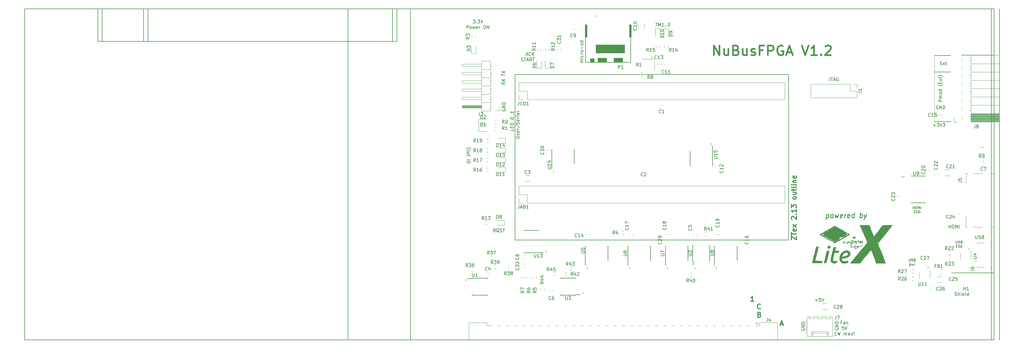
<source format=gbr>
G04 #@! TF.GenerationSoftware,KiCad,Pcbnew,5.1.9+dfsg1-1~bpo10+1*
G04 #@! TF.CreationDate,2023-04-04T12:11:00+02:00*
G04 #@! TF.ProjectId,nubus-to-ztex,6e756275-732d-4746-9f2d-7a7465782e6b,rev?*
G04 #@! TF.SameCoordinates,Original*
G04 #@! TF.FileFunction,Legend,Top*
G04 #@! TF.FilePolarity,Positive*
%FSLAX46Y46*%
G04 Gerber Fmt 4.6, Leading zero omitted, Abs format (unit mm)*
G04 Created by KiCad (PCBNEW 5.1.9+dfsg1-1~bpo10+1) date 2023-04-04 12:11:00*
%MOMM*%
%LPD*%
G01*
G04 APERTURE LIST*
%ADD10C,0.100000*%
%ADD11C,0.500000*%
%ADD12C,0.250000*%
%ADD13C,0.200000*%
%ADD14C,0.150000*%
%ADD15C,0.300000*%
%ADD16C,0.120000*%
%ADD17C,0.010000*%
%ADD18C,0.127000*%
G04 APERTURE END LIST*
D10*
X254022857Y-83076190D02*
X253737142Y-83076190D01*
X253880000Y-83076190D02*
X253880000Y-82576190D01*
X253832380Y-82647619D01*
X253784761Y-82695238D01*
X253737142Y-82719047D01*
D11*
X188342857Y-17777142D02*
X188342857Y-14777142D01*
X190057142Y-17777142D01*
X190057142Y-14777142D01*
X192771428Y-15777142D02*
X192771428Y-17777142D01*
X191485714Y-15777142D02*
X191485714Y-17348571D01*
X191628571Y-17634285D01*
X191914285Y-17777142D01*
X192342857Y-17777142D01*
X192628571Y-17634285D01*
X192771428Y-17491428D01*
X195200000Y-16205714D02*
X195628571Y-16348571D01*
X195771428Y-16491428D01*
X195914285Y-16777142D01*
X195914285Y-17205714D01*
X195771428Y-17491428D01*
X195628571Y-17634285D01*
X195342857Y-17777142D01*
X194200000Y-17777142D01*
X194200000Y-14777142D01*
X195200000Y-14777142D01*
X195485714Y-14920000D01*
X195628571Y-15062857D01*
X195771428Y-15348571D01*
X195771428Y-15634285D01*
X195628571Y-15920000D01*
X195485714Y-16062857D01*
X195200000Y-16205714D01*
X194200000Y-16205714D01*
X198485714Y-15777142D02*
X198485714Y-17777142D01*
X197200000Y-15777142D02*
X197200000Y-17348571D01*
X197342857Y-17634285D01*
X197628571Y-17777142D01*
X198057142Y-17777142D01*
X198342857Y-17634285D01*
X198485714Y-17491428D01*
X199771428Y-17634285D02*
X200057142Y-17777142D01*
X200628571Y-17777142D01*
X200914285Y-17634285D01*
X201057142Y-17348571D01*
X201057142Y-17205714D01*
X200914285Y-16920000D01*
X200628571Y-16777142D01*
X200200000Y-16777142D01*
X199914285Y-16634285D01*
X199771428Y-16348571D01*
X199771428Y-16205714D01*
X199914285Y-15920000D01*
X200200000Y-15777142D01*
X200628571Y-15777142D01*
X200914285Y-15920000D01*
X203342857Y-16205714D02*
X202342857Y-16205714D01*
X202342857Y-17777142D02*
X202342857Y-14777142D01*
X203771428Y-14777142D01*
X204914285Y-17777142D02*
X204914285Y-14777142D01*
X206057142Y-14777142D01*
X206342857Y-14920000D01*
X206485714Y-15062857D01*
X206628571Y-15348571D01*
X206628571Y-15777142D01*
X206485714Y-16062857D01*
X206342857Y-16205714D01*
X206057142Y-16348571D01*
X204914285Y-16348571D01*
X209485714Y-14920000D02*
X209200000Y-14777142D01*
X208771428Y-14777142D01*
X208342857Y-14920000D01*
X208057142Y-15205714D01*
X207914285Y-15491428D01*
X207771428Y-16062857D01*
X207771428Y-16491428D01*
X207914285Y-17062857D01*
X208057142Y-17348571D01*
X208342857Y-17634285D01*
X208771428Y-17777142D01*
X209057142Y-17777142D01*
X209485714Y-17634285D01*
X209628571Y-17491428D01*
X209628571Y-16491428D01*
X209057142Y-16491428D01*
X210771428Y-16920000D02*
X212200000Y-16920000D01*
X210485714Y-17777142D02*
X211485714Y-14777142D01*
X212485714Y-17777142D01*
X215342857Y-14777142D02*
X216342857Y-17777142D01*
X217342857Y-14777142D01*
X219914285Y-17777142D02*
X218200000Y-17777142D01*
X219057142Y-17777142D02*
X219057142Y-14777142D01*
X218771428Y-15205714D01*
X218485714Y-15491428D01*
X218200000Y-15634285D01*
X221200000Y-17491428D02*
X221342857Y-17634285D01*
X221200000Y-17777142D01*
X221057142Y-17634285D01*
X221200000Y-17491428D01*
X221200000Y-17777142D01*
X222485714Y-15062857D02*
X222628571Y-14920000D01*
X222914285Y-14777142D01*
X223628571Y-14777142D01*
X223914285Y-14920000D01*
X224057142Y-15062857D01*
X224200000Y-15348571D01*
X224200000Y-15634285D01*
X224057142Y-16062857D01*
X222342857Y-17777142D01*
X224200000Y-17777142D01*
D10*
X152482857Y-5776190D02*
X152197142Y-5776190D01*
X152340000Y-5776190D02*
X152340000Y-5276190D01*
X152292380Y-5347619D01*
X152244761Y-5395238D01*
X152197142Y-5419047D01*
X169472857Y-18586190D02*
X169187142Y-18586190D01*
X169330000Y-18586190D02*
X169330000Y-18086190D01*
X169282380Y-18157619D01*
X169234761Y-18205238D01*
X169187142Y-18229047D01*
D12*
X222877276Y-66618571D02*
X222689776Y-68118571D01*
X222868348Y-66690000D02*
X223020133Y-66618571D01*
X223305848Y-66618571D01*
X223439776Y-66690000D01*
X223502276Y-66761428D01*
X223555848Y-66904285D01*
X223502276Y-67332857D01*
X223412991Y-67475714D01*
X223332633Y-67547142D01*
X223180848Y-67618571D01*
X222895133Y-67618571D01*
X222761205Y-67547142D01*
X224323705Y-67618571D02*
X224189776Y-67547142D01*
X224127276Y-67475714D01*
X224073705Y-67332857D01*
X224127276Y-66904285D01*
X224216562Y-66761428D01*
X224296919Y-66690000D01*
X224448705Y-66618571D01*
X224662991Y-66618571D01*
X224796919Y-66690000D01*
X224859419Y-66761428D01*
X224912991Y-66904285D01*
X224859419Y-67332857D01*
X224770133Y-67475714D01*
X224689776Y-67547142D01*
X224537991Y-67618571D01*
X224323705Y-67618571D01*
X225448705Y-66618571D02*
X225609419Y-67618571D01*
X225984419Y-66904285D01*
X226180848Y-67618571D01*
X226591562Y-66618571D01*
X227618348Y-67547142D02*
X227466562Y-67618571D01*
X227180848Y-67618571D01*
X227046919Y-67547142D01*
X226993348Y-67404285D01*
X227064776Y-66832857D01*
X227154062Y-66690000D01*
X227305848Y-66618571D01*
X227591562Y-66618571D01*
X227725491Y-66690000D01*
X227779062Y-66832857D01*
X227761205Y-66975714D01*
X227029062Y-67118571D01*
X228323705Y-67618571D02*
X228448705Y-66618571D01*
X228412991Y-66904285D02*
X228502276Y-66761428D01*
X228582633Y-66690000D01*
X228734419Y-66618571D01*
X228877276Y-66618571D01*
X229832633Y-67547142D02*
X229680848Y-67618571D01*
X229395133Y-67618571D01*
X229261205Y-67547142D01*
X229207633Y-67404285D01*
X229279062Y-66832857D01*
X229368348Y-66690000D01*
X229520133Y-66618571D01*
X229805848Y-66618571D01*
X229939776Y-66690000D01*
X229993348Y-66832857D01*
X229975491Y-66975714D01*
X229243348Y-67118571D01*
X231180848Y-67618571D02*
X231368348Y-66118571D01*
X231189776Y-67547142D02*
X231037991Y-67618571D01*
X230752276Y-67618571D01*
X230618348Y-67547142D01*
X230555848Y-67475714D01*
X230502276Y-67332857D01*
X230555848Y-66904285D01*
X230645133Y-66761428D01*
X230725491Y-66690000D01*
X230877276Y-66618571D01*
X231162991Y-66618571D01*
X231296919Y-66690000D01*
X233037991Y-67618571D02*
X233225491Y-66118571D01*
X233154062Y-66690000D02*
X233305848Y-66618571D01*
X233591562Y-66618571D01*
X233725491Y-66690000D01*
X233787991Y-66761428D01*
X233841562Y-66904285D01*
X233787991Y-67332857D01*
X233698705Y-67475714D01*
X233618348Y-67547142D01*
X233466562Y-67618571D01*
X233180848Y-67618571D01*
X233046919Y-67547142D01*
X234377276Y-66618571D02*
X234609419Y-67618571D01*
X235091562Y-66618571D02*
X234609419Y-67618571D01*
X234421919Y-67975714D01*
X234341562Y-68047142D01*
X234189776Y-68118571D01*
D10*
X187642857Y-45226190D02*
X187357142Y-45226190D01*
X187500000Y-45226190D02*
X187500000Y-44726190D01*
X187452380Y-44797619D01*
X187404761Y-44845238D01*
X187357142Y-44869047D01*
X139442857Y-53526190D02*
X139157142Y-53526190D01*
X139300000Y-53526190D02*
X139300000Y-53026190D01*
X139252380Y-53097619D01*
X139204761Y-53145238D01*
X139157142Y-53169047D01*
X137142857Y-78126190D02*
X136857142Y-78126190D01*
X137000000Y-78126190D02*
X137000000Y-77626190D01*
X136952380Y-77697619D01*
X136904761Y-77745238D01*
X136857142Y-77769047D01*
D13*
X262130952Y-91474761D02*
X262273809Y-91522380D01*
X262511904Y-91522380D01*
X262607142Y-91474761D01*
X262654761Y-91427142D01*
X262702380Y-91331904D01*
X262702380Y-91236666D01*
X262654761Y-91141428D01*
X262607142Y-91093809D01*
X262511904Y-91046190D01*
X262321428Y-90998571D01*
X262226190Y-90950952D01*
X262178571Y-90903333D01*
X262130952Y-90808095D01*
X262130952Y-90712857D01*
X262178571Y-90617619D01*
X262226190Y-90570000D01*
X262321428Y-90522380D01*
X262559523Y-90522380D01*
X262702380Y-90570000D01*
X263130952Y-91522380D02*
X263130952Y-90522380D01*
X263559523Y-91522380D02*
X263559523Y-90998571D01*
X263511904Y-90903333D01*
X263416666Y-90855714D01*
X263273809Y-90855714D01*
X263178571Y-90903333D01*
X263130952Y-90950952D01*
X264035714Y-91522380D02*
X264035714Y-90855714D01*
X264035714Y-90522380D02*
X263988095Y-90570000D01*
X264035714Y-90617619D01*
X264083333Y-90570000D01*
X264035714Y-90522380D01*
X264035714Y-90617619D01*
X264892857Y-91474761D02*
X264797619Y-91522380D01*
X264607142Y-91522380D01*
X264511904Y-91474761D01*
X264464285Y-91379523D01*
X264464285Y-90998571D01*
X264511904Y-90903333D01*
X264607142Y-90855714D01*
X264797619Y-90855714D01*
X264892857Y-90903333D01*
X264940476Y-90998571D01*
X264940476Y-91093809D01*
X264464285Y-91189047D01*
X265511904Y-91522380D02*
X265416666Y-91474761D01*
X265369047Y-91379523D01*
X265369047Y-90522380D01*
X266321428Y-91522380D02*
X266321428Y-90522380D01*
X266321428Y-91474761D02*
X266226190Y-91522380D01*
X266035714Y-91522380D01*
X265940476Y-91474761D01*
X265892857Y-91427142D01*
X265845238Y-91331904D01*
X265845238Y-91046190D01*
X265892857Y-90950952D01*
X265940476Y-90903333D01*
X266035714Y-90855714D01*
X266226190Y-90855714D01*
X266321428Y-90903333D01*
D10*
X255850000Y-38160000D02*
X255850000Y-17840000D01*
D13*
X257695238Y-20208571D02*
X258028571Y-20208571D01*
X258171428Y-20732380D02*
X257695238Y-20732380D01*
X257695238Y-19732380D01*
X258171428Y-19732380D01*
X258504761Y-20732380D02*
X259028571Y-20065714D01*
X258504761Y-20065714D02*
X259028571Y-20732380D01*
X259266666Y-20065714D02*
X259647619Y-20065714D01*
X259409523Y-19732380D02*
X259409523Y-20589523D01*
X259457142Y-20684761D01*
X259552380Y-20732380D01*
X259647619Y-20732380D01*
X258132380Y-32003809D02*
X257132380Y-32003809D01*
X257132380Y-31622857D01*
X257180000Y-31527619D01*
X257227619Y-31480000D01*
X257322857Y-31432380D01*
X257465714Y-31432380D01*
X257560952Y-31480000D01*
X257608571Y-31527619D01*
X257656190Y-31622857D01*
X257656190Y-32003809D01*
X258132380Y-31003809D02*
X257465714Y-31003809D01*
X257560952Y-31003809D02*
X257513333Y-30956190D01*
X257465714Y-30860952D01*
X257465714Y-30718095D01*
X257513333Y-30622857D01*
X257608571Y-30575238D01*
X258132380Y-30575238D01*
X257608571Y-30575238D02*
X257513333Y-30527619D01*
X257465714Y-30432380D01*
X257465714Y-30289523D01*
X257513333Y-30194285D01*
X257608571Y-30146666D01*
X258132380Y-30146666D01*
X258132380Y-29527619D02*
X258084761Y-29622857D01*
X258037142Y-29670476D01*
X257941904Y-29718095D01*
X257656190Y-29718095D01*
X257560952Y-29670476D01*
X257513333Y-29622857D01*
X257465714Y-29527619D01*
X257465714Y-29384761D01*
X257513333Y-29289523D01*
X257560952Y-29241904D01*
X257656190Y-29194285D01*
X257941904Y-29194285D01*
X258037142Y-29241904D01*
X258084761Y-29289523D01*
X258132380Y-29384761D01*
X258132380Y-29527619D01*
X258132380Y-28337142D02*
X257132380Y-28337142D01*
X258084761Y-28337142D02*
X258132380Y-28432380D01*
X258132380Y-28622857D01*
X258084761Y-28718095D01*
X258037142Y-28765714D01*
X257941904Y-28813333D01*
X257656190Y-28813333D01*
X257560952Y-28765714D01*
X257513333Y-28718095D01*
X257465714Y-28622857D01*
X257465714Y-28432380D01*
X257513333Y-28337142D01*
X258513333Y-26813333D02*
X258465714Y-26860952D01*
X258322857Y-26956190D01*
X258227619Y-27003809D01*
X258084761Y-27051428D01*
X257846666Y-27099047D01*
X257656190Y-27099047D01*
X257418095Y-27051428D01*
X257275238Y-27003809D01*
X257180000Y-26956190D01*
X257037142Y-26860952D01*
X256989523Y-26813333D01*
X257608571Y-26432380D02*
X257608571Y-26099047D01*
X258132380Y-25956190D02*
X258132380Y-26432380D01*
X257132380Y-26432380D01*
X257132380Y-25956190D01*
X258132380Y-25622857D02*
X257465714Y-25099047D01*
X257465714Y-25622857D02*
X258132380Y-25099047D01*
X257465714Y-24860952D02*
X257465714Y-24480000D01*
X257132380Y-24718095D02*
X257989523Y-24718095D01*
X258084761Y-24670476D01*
X258132380Y-24575238D01*
X258132380Y-24480000D01*
X258513333Y-24241904D02*
X258465714Y-24194285D01*
X258322857Y-24099047D01*
X258227619Y-24051428D01*
X258084761Y-24003809D01*
X257846666Y-23956190D01*
X257656190Y-23956190D01*
X257418095Y-24003809D01*
X257275238Y-24051428D01*
X257180000Y-24099047D01*
X257037142Y-24194285D01*
X256989523Y-24241904D01*
D14*
X260850000Y-17840000D02*
X255850000Y-17840000D01*
X260850000Y-38160000D02*
X255850000Y-38160000D01*
X260850000Y-22920000D02*
X255850000Y-22920000D01*
D13*
X127102380Y-40433095D02*
X127102380Y-40909285D01*
X126102380Y-40784285D01*
X126578571Y-40034285D02*
X126578571Y-39700952D01*
X127102380Y-39623571D02*
X127102380Y-40099761D01*
X126102380Y-39974761D01*
X126102380Y-39498571D01*
X127102380Y-39195000D02*
X126102380Y-39070000D01*
X126102380Y-38831904D01*
X126150000Y-38695000D01*
X126245238Y-38611666D01*
X126340476Y-38575952D01*
X126530952Y-38552142D01*
X126673809Y-38570000D01*
X126864285Y-38641428D01*
X126959523Y-38700952D01*
X127054761Y-38808095D01*
X127102380Y-38956904D01*
X127102380Y-39195000D01*
X126102380Y-37117619D02*
X126102380Y-37022380D01*
X126150000Y-36933095D01*
X126197619Y-36891428D01*
X126292857Y-36855714D01*
X126483333Y-36831904D01*
X126721428Y-36861666D01*
X126911904Y-36933095D01*
X127007142Y-36992619D01*
X127054761Y-37046190D01*
X127102380Y-37147380D01*
X127102380Y-37242619D01*
X127054761Y-37331904D01*
X127007142Y-37373571D01*
X126911904Y-37409285D01*
X126721428Y-37433095D01*
X126483333Y-37403333D01*
X126292857Y-37331904D01*
X126197619Y-37272380D01*
X126150000Y-37218809D01*
X126102380Y-37117619D01*
X127007142Y-36468809D02*
X127054761Y-36427142D01*
X127102380Y-36480714D01*
X127054761Y-36522380D01*
X127007142Y-36468809D01*
X127102380Y-36480714D01*
X127007142Y-35992619D02*
X127054761Y-35950952D01*
X127102380Y-36004523D01*
X127054761Y-36046190D01*
X127007142Y-35992619D01*
X127102380Y-36004523D01*
X127102380Y-35004523D02*
X127102380Y-35575952D01*
X127102380Y-35290238D02*
X126102380Y-35165238D01*
X126245238Y-35278333D01*
X126340476Y-35385476D01*
X126388095Y-35486666D01*
X127802380Y-43165238D02*
X128611904Y-43266428D01*
X128707142Y-43230714D01*
X128754761Y-43189047D01*
X128802380Y-43099761D01*
X128802380Y-42909285D01*
X128754761Y-42808095D01*
X128707142Y-42754523D01*
X128611904Y-42695000D01*
X127802380Y-42593809D01*
X128754761Y-42284285D02*
X128802380Y-42195000D01*
X128802380Y-42004523D01*
X128754761Y-41903333D01*
X128659523Y-41843809D01*
X128611904Y-41837857D01*
X128516666Y-41873571D01*
X128469047Y-41962857D01*
X128469047Y-42105714D01*
X128421428Y-42195000D01*
X128326190Y-42230714D01*
X128278571Y-42224761D01*
X128183333Y-42165238D01*
X128135714Y-42064047D01*
X128135714Y-41921190D01*
X128183333Y-41831904D01*
X128754761Y-41046190D02*
X128802380Y-41147380D01*
X128802380Y-41337857D01*
X128754761Y-41427142D01*
X128659523Y-41462857D01*
X128278571Y-41415238D01*
X128183333Y-41355714D01*
X128135714Y-41254523D01*
X128135714Y-41064047D01*
X128183333Y-40974761D01*
X128278571Y-40939047D01*
X128373809Y-40950952D01*
X128469047Y-41439047D01*
X128802380Y-40575952D02*
X128135714Y-40492619D01*
X128326190Y-40516428D02*
X128230952Y-40456904D01*
X128183333Y-40403333D01*
X128135714Y-40302142D01*
X128135714Y-40206904D01*
X127754761Y-39111666D02*
X129040476Y-40129523D01*
X128754761Y-38950952D02*
X128802380Y-38814047D01*
X128802380Y-38575952D01*
X128754761Y-38474761D01*
X128707142Y-38421190D01*
X128611904Y-38361666D01*
X128516666Y-38349761D01*
X128421428Y-38385476D01*
X128373809Y-38427142D01*
X128326190Y-38516428D01*
X128278571Y-38700952D01*
X128230952Y-38790238D01*
X128183333Y-38831904D01*
X128088095Y-38867619D01*
X127992857Y-38855714D01*
X127897619Y-38796190D01*
X127850000Y-38742619D01*
X127802380Y-38641428D01*
X127802380Y-38403333D01*
X127850000Y-38266428D01*
X128754761Y-37570000D02*
X128802380Y-37671190D01*
X128802380Y-37861666D01*
X128754761Y-37950952D01*
X128659523Y-37986666D01*
X128278571Y-37939047D01*
X128183333Y-37879523D01*
X128135714Y-37778333D01*
X128135714Y-37587857D01*
X128183333Y-37498571D01*
X128278571Y-37462857D01*
X128373809Y-37474761D01*
X128469047Y-37962857D01*
X128802380Y-37099761D02*
X128135714Y-37016428D01*
X128326190Y-37040238D02*
X128230952Y-36980714D01*
X128183333Y-36927142D01*
X128135714Y-36825952D01*
X128135714Y-36730714D01*
X128802380Y-36480714D02*
X128135714Y-36397380D01*
X127802380Y-36355714D02*
X127850000Y-36409285D01*
X127897619Y-36367619D01*
X127850000Y-36314047D01*
X127802380Y-36355714D01*
X127897619Y-36367619D01*
X128802380Y-35575952D02*
X128278571Y-35510476D01*
X128183333Y-35546190D01*
X128135714Y-35635476D01*
X128135714Y-35825952D01*
X128183333Y-35927142D01*
X128754761Y-35570000D02*
X128802380Y-35671190D01*
X128802380Y-35909285D01*
X128754761Y-35998571D01*
X128659523Y-36034285D01*
X128564285Y-36022380D01*
X128469047Y-35962857D01*
X128421428Y-35861666D01*
X128421428Y-35623571D01*
X128373809Y-35522380D01*
X128802380Y-34956904D02*
X128754761Y-35046190D01*
X128659523Y-35081904D01*
X127802380Y-34974761D01*
X255508095Y-39231428D02*
X256270000Y-39231428D01*
X255889047Y-39612380D02*
X255889047Y-38850476D01*
X256650952Y-38612380D02*
X257270000Y-38612380D01*
X256936666Y-38993333D01*
X257079523Y-38993333D01*
X257174761Y-39040952D01*
X257222380Y-39088571D01*
X257270000Y-39183809D01*
X257270000Y-39421904D01*
X257222380Y-39517142D01*
X257174761Y-39564761D01*
X257079523Y-39612380D01*
X256793809Y-39612380D01*
X256698571Y-39564761D01*
X256650952Y-39517142D01*
X257555714Y-38612380D02*
X257889047Y-39612380D01*
X258222380Y-38612380D01*
X258460476Y-38612380D02*
X259079523Y-38612380D01*
X258746190Y-38993333D01*
X258889047Y-38993333D01*
X258984285Y-39040952D01*
X259031904Y-39088571D01*
X259079523Y-39183809D01*
X259079523Y-39421904D01*
X259031904Y-39517142D01*
X258984285Y-39564761D01*
X258889047Y-39612380D01*
X258603333Y-39612380D01*
X258508095Y-39564761D01*
X258460476Y-39517142D01*
X257018095Y-33290000D02*
X256922857Y-33242380D01*
X256780000Y-33242380D01*
X256637142Y-33290000D01*
X256541904Y-33385238D01*
X256494285Y-33480476D01*
X256446666Y-33670952D01*
X256446666Y-33813809D01*
X256494285Y-34004285D01*
X256541904Y-34099523D01*
X256637142Y-34194761D01*
X256780000Y-34242380D01*
X256875238Y-34242380D01*
X257018095Y-34194761D01*
X257065714Y-34147142D01*
X257065714Y-33813809D01*
X256875238Y-33813809D01*
X257494285Y-34242380D02*
X257494285Y-33242380D01*
X258065714Y-34242380D01*
X258065714Y-33242380D01*
X258541904Y-34242380D02*
X258541904Y-33242380D01*
X258780000Y-33242380D01*
X258922857Y-33290000D01*
X259018095Y-33385238D01*
X259065714Y-33480476D01*
X259113333Y-33670952D01*
X259113333Y-33813809D01*
X259065714Y-34004285D01*
X259018095Y-34099523D01*
X258922857Y-34194761D01*
X258780000Y-34242380D01*
X258541904Y-34242380D01*
X121478571Y-71972380D02*
X121145238Y-71496190D01*
X120907142Y-71972380D02*
X120907142Y-70972380D01*
X121288095Y-70972380D01*
X121383333Y-71020000D01*
X121430952Y-71067619D01*
X121478571Y-71162857D01*
X121478571Y-71305714D01*
X121430952Y-71400952D01*
X121383333Y-71448571D01*
X121288095Y-71496190D01*
X120907142Y-71496190D01*
X122573809Y-72067619D02*
X122478571Y-72020000D01*
X122383333Y-71924761D01*
X122240476Y-71781904D01*
X122145238Y-71734285D01*
X122050000Y-71734285D01*
X122097619Y-71972380D02*
X122002380Y-71924761D01*
X121907142Y-71829523D01*
X121859523Y-71639047D01*
X121859523Y-71305714D01*
X121907142Y-71115238D01*
X122002380Y-71020000D01*
X122097619Y-70972380D01*
X122288095Y-70972380D01*
X122383333Y-71020000D01*
X122478571Y-71115238D01*
X122526190Y-71305714D01*
X122526190Y-71639047D01*
X122478571Y-71829523D01*
X122383333Y-71924761D01*
X122288095Y-71972380D01*
X122097619Y-71972380D01*
X122907142Y-71924761D02*
X123050000Y-71972380D01*
X123288095Y-71972380D01*
X123383333Y-71924761D01*
X123430952Y-71877142D01*
X123478571Y-71781904D01*
X123478571Y-71686666D01*
X123430952Y-71591428D01*
X123383333Y-71543809D01*
X123288095Y-71496190D01*
X123097619Y-71448571D01*
X123002380Y-71400952D01*
X122954761Y-71353333D01*
X122907142Y-71258095D01*
X122907142Y-71162857D01*
X122954761Y-71067619D01*
X123002380Y-71020000D01*
X123097619Y-70972380D01*
X123335714Y-70972380D01*
X123478571Y-71020000D01*
X123764285Y-70972380D02*
X124335714Y-70972380D01*
X124050000Y-71972380D02*
X124050000Y-70972380D01*
X130875000Y-17556666D02*
X131351190Y-17556666D01*
X130744047Y-17842380D02*
X131202380Y-16842380D01*
X131410714Y-17842380D01*
X132327380Y-17747142D02*
X132273809Y-17794761D01*
X132125000Y-17842380D01*
X132029761Y-17842380D01*
X131892857Y-17794761D01*
X131809523Y-17699523D01*
X131773809Y-17604285D01*
X131750000Y-17413809D01*
X131767857Y-17270952D01*
X131839285Y-17080476D01*
X131898809Y-16985238D01*
X132005952Y-16890000D01*
X132154761Y-16842380D01*
X132250000Y-16842380D01*
X132386904Y-16890000D01*
X132428571Y-16937619D01*
X132744047Y-17842380D02*
X132869047Y-16842380D01*
X133315476Y-17842380D02*
X132958333Y-17270952D01*
X133440476Y-16842380D02*
X132797619Y-17413809D01*
X129369047Y-19494761D02*
X129505952Y-19542380D01*
X129744047Y-19542380D01*
X129845238Y-19494761D01*
X129898809Y-19447142D01*
X129958333Y-19351904D01*
X129970238Y-19256666D01*
X129934523Y-19161428D01*
X129892857Y-19113809D01*
X129803571Y-19066190D01*
X129619047Y-19018571D01*
X129529761Y-18970952D01*
X129488095Y-18923333D01*
X129452380Y-18828095D01*
X129464285Y-18732857D01*
X129523809Y-18637619D01*
X129577380Y-18590000D01*
X129678571Y-18542380D01*
X129916666Y-18542380D01*
X130053571Y-18590000D01*
X130345238Y-18542380D02*
X130916666Y-18542380D01*
X130505952Y-19542380D02*
X130630952Y-18542380D01*
X131113095Y-19256666D02*
X131589285Y-19256666D01*
X130982142Y-19542380D02*
X131440476Y-18542380D01*
X131648809Y-19542380D01*
X132553571Y-19542380D02*
X132279761Y-19066190D01*
X131982142Y-19542380D02*
X132107142Y-18542380D01*
X132488095Y-18542380D01*
X132577380Y-18590000D01*
X132619047Y-18637619D01*
X132654761Y-18732857D01*
X132636904Y-18875714D01*
X132577380Y-18970952D01*
X132523809Y-19018571D01*
X132422619Y-19066190D01*
X132041666Y-19066190D01*
X132964285Y-18542380D02*
X133535714Y-18542380D01*
X133125000Y-19542380D02*
X133250000Y-18542380D01*
X170534285Y-7862380D02*
X171105714Y-7862380D01*
X170695000Y-8862380D02*
X170820000Y-7862380D01*
X171314047Y-8862380D02*
X171439047Y-7862380D01*
X171683095Y-8576666D01*
X172105714Y-7862380D01*
X171980714Y-8862380D01*
X172980714Y-8862380D02*
X172409285Y-8862380D01*
X172695000Y-8862380D02*
X172820000Y-7862380D01*
X172706904Y-8005238D01*
X172599761Y-8100476D01*
X172498571Y-8148095D01*
X173421190Y-8767142D02*
X173462857Y-8814761D01*
X173409285Y-8862380D01*
X173367619Y-8814761D01*
X173421190Y-8767142D01*
X173409285Y-8862380D01*
X173897380Y-8767142D02*
X173939047Y-8814761D01*
X173885476Y-8862380D01*
X173843809Y-8814761D01*
X173897380Y-8767142D01*
X173885476Y-8862380D01*
X174677142Y-7862380D02*
X174772380Y-7862380D01*
X174861666Y-7910000D01*
X174903333Y-7957619D01*
X174939047Y-8052857D01*
X174962857Y-8243333D01*
X174933095Y-8481428D01*
X174861666Y-8671904D01*
X174802142Y-8767142D01*
X174748571Y-8814761D01*
X174647380Y-8862380D01*
X174552142Y-8862380D01*
X174462857Y-8814761D01*
X174421190Y-8767142D01*
X174385476Y-8671904D01*
X174361666Y-8481428D01*
X174391428Y-8243333D01*
X174462857Y-8052857D01*
X174522380Y-7957619D01*
X174575952Y-7910000D01*
X174677142Y-7862380D01*
X148362380Y-20023333D02*
X147695714Y-20023333D01*
X147790952Y-20023333D02*
X147743333Y-19975714D01*
X147695714Y-19880476D01*
X147695714Y-19737619D01*
X147743333Y-19642380D01*
X147838571Y-19594761D01*
X148362380Y-19594761D01*
X147838571Y-19594761D02*
X147743333Y-19547142D01*
X147695714Y-19451904D01*
X147695714Y-19309047D01*
X147743333Y-19213809D01*
X147838571Y-19166190D01*
X148362380Y-19166190D01*
X148362380Y-18690000D02*
X147695714Y-18690000D01*
X147362380Y-18690000D02*
X147410000Y-18737619D01*
X147457619Y-18690000D01*
X147410000Y-18642380D01*
X147362380Y-18690000D01*
X147457619Y-18690000D01*
X148314761Y-17785238D02*
X148362380Y-17880476D01*
X148362380Y-18070952D01*
X148314761Y-18166190D01*
X148267142Y-18213809D01*
X148171904Y-18261428D01*
X147886190Y-18261428D01*
X147790952Y-18213809D01*
X147743333Y-18166190D01*
X147695714Y-18070952D01*
X147695714Y-17880476D01*
X147743333Y-17785238D01*
X148362380Y-17356666D02*
X147695714Y-17356666D01*
X147886190Y-17356666D02*
X147790952Y-17309047D01*
X147743333Y-17261428D01*
X147695714Y-17166190D01*
X147695714Y-17070952D01*
X148362380Y-16594761D02*
X148314761Y-16690000D01*
X148267142Y-16737619D01*
X148171904Y-16785238D01*
X147886190Y-16785238D01*
X147790952Y-16737619D01*
X147743333Y-16690000D01*
X147695714Y-16594761D01*
X147695714Y-16451904D01*
X147743333Y-16356666D01*
X147790952Y-16309047D01*
X147886190Y-16261428D01*
X148171904Y-16261428D01*
X148267142Y-16309047D01*
X148314761Y-16356666D01*
X148362380Y-16451904D01*
X148362380Y-16594761D01*
X147981428Y-15832857D02*
X147981428Y-15070952D01*
X148314761Y-14642380D02*
X148362380Y-14547142D01*
X148362380Y-14356666D01*
X148314761Y-14261428D01*
X148219523Y-14213809D01*
X148171904Y-14213809D01*
X148076666Y-14261428D01*
X148029047Y-14356666D01*
X148029047Y-14499523D01*
X147981428Y-14594761D01*
X147886190Y-14642380D01*
X147838571Y-14642380D01*
X147743333Y-14594761D01*
X147695714Y-14499523D01*
X147695714Y-14356666D01*
X147743333Y-14261428D01*
X148362380Y-13356666D02*
X147362380Y-13356666D01*
X148314761Y-13356666D02*
X148362380Y-13451904D01*
X148362380Y-13642380D01*
X148314761Y-13737619D01*
X148267142Y-13785238D01*
X148171904Y-13832857D01*
X147886190Y-13832857D01*
X147790952Y-13785238D01*
X147743333Y-13737619D01*
X147695714Y-13642380D01*
X147695714Y-13451904D01*
X147743333Y-13356666D01*
X114724761Y-6902380D02*
X115343809Y-6902380D01*
X114962857Y-7283333D01*
X115105714Y-7283333D01*
X115195000Y-7330952D01*
X115236666Y-7378571D01*
X115272380Y-7473809D01*
X115242619Y-7711904D01*
X115183095Y-7807142D01*
X115129523Y-7854761D01*
X115028333Y-7902380D01*
X114742619Y-7902380D01*
X114653333Y-7854761D01*
X114611666Y-7807142D01*
X115659285Y-7807142D02*
X115700952Y-7854761D01*
X115647380Y-7902380D01*
X115605714Y-7854761D01*
X115659285Y-7807142D01*
X115647380Y-7902380D01*
X116153333Y-6902380D02*
X116772380Y-6902380D01*
X116391428Y-7283333D01*
X116534285Y-7283333D01*
X116623571Y-7330952D01*
X116665238Y-7378571D01*
X116700952Y-7473809D01*
X116671190Y-7711904D01*
X116611666Y-7807142D01*
X116558095Y-7854761D01*
X116456904Y-7902380D01*
X116171190Y-7902380D01*
X116081904Y-7854761D01*
X116040238Y-7807142D01*
X117058095Y-6902380D02*
X117266428Y-7902380D01*
X117724761Y-6902380D01*
X112671190Y-9602380D02*
X112796190Y-8602380D01*
X113177142Y-8602380D01*
X113266428Y-8650000D01*
X113308095Y-8697619D01*
X113343809Y-8792857D01*
X113325952Y-8935714D01*
X113266428Y-9030952D01*
X113212857Y-9078571D01*
X113111666Y-9126190D01*
X112730714Y-9126190D01*
X113814047Y-9602380D02*
X113724761Y-9554761D01*
X113683095Y-9507142D01*
X113647380Y-9411904D01*
X113683095Y-9126190D01*
X113742619Y-9030952D01*
X113796190Y-8983333D01*
X113897380Y-8935714D01*
X114040238Y-8935714D01*
X114129523Y-8983333D01*
X114171190Y-9030952D01*
X114206904Y-9126190D01*
X114171190Y-9411904D01*
X114111666Y-9507142D01*
X114058095Y-9554761D01*
X113956904Y-9602380D01*
X113814047Y-9602380D01*
X114564047Y-8935714D02*
X114671190Y-9602380D01*
X114921190Y-9126190D01*
X115052142Y-9602380D01*
X115325952Y-8935714D01*
X116010476Y-9554761D02*
X115909285Y-9602380D01*
X115718809Y-9602380D01*
X115629523Y-9554761D01*
X115593809Y-9459523D01*
X115641428Y-9078571D01*
X115700952Y-8983333D01*
X115802142Y-8935714D01*
X115992619Y-8935714D01*
X116081904Y-8983333D01*
X116117619Y-9078571D01*
X116105714Y-9173809D01*
X115617619Y-9269047D01*
X116480714Y-9602380D02*
X116564047Y-8935714D01*
X116540238Y-9126190D02*
X116599761Y-9030952D01*
X116653333Y-8983333D01*
X116754523Y-8935714D01*
X116849761Y-8935714D01*
X118177142Y-8602380D02*
X118367619Y-8602380D01*
X118456904Y-8650000D01*
X118540238Y-8745238D01*
X118564047Y-8935714D01*
X118522380Y-9269047D01*
X118450952Y-9459523D01*
X118343809Y-9554761D01*
X118242619Y-9602380D01*
X118052142Y-9602380D01*
X117962857Y-9554761D01*
X117879523Y-9459523D01*
X117855714Y-9269047D01*
X117897380Y-8935714D01*
X117968809Y-8745238D01*
X118075952Y-8650000D01*
X118177142Y-8602380D01*
X118909285Y-9602380D02*
X119034285Y-8602380D01*
X119480714Y-9602380D01*
X119605714Y-8602380D01*
D10*
X182642857Y-83326190D02*
X182357142Y-83326190D01*
X182500000Y-83326190D02*
X182500000Y-82826190D01*
X182452380Y-82897619D01*
X182404761Y-82945238D01*
X182357142Y-82969047D01*
D15*
X208732857Y-100250000D02*
X209447142Y-100250000D01*
X208590000Y-100678571D02*
X209090000Y-99178571D01*
X209590000Y-100678571D01*
X202337142Y-97352857D02*
X202551428Y-97424285D01*
X202622857Y-97495714D01*
X202694285Y-97638571D01*
X202694285Y-97852857D01*
X202622857Y-97995714D01*
X202551428Y-98067142D01*
X202408571Y-98138571D01*
X201837142Y-98138571D01*
X201837142Y-96638571D01*
X202337142Y-96638571D01*
X202480000Y-96710000D01*
X202551428Y-96781428D01*
X202622857Y-96924285D01*
X202622857Y-97067142D01*
X202551428Y-97210000D01*
X202480000Y-97281428D01*
X202337142Y-97352857D01*
X201837142Y-97352857D01*
X202634285Y-95445714D02*
X202562857Y-95517142D01*
X202348571Y-95588571D01*
X202205714Y-95588571D01*
X201991428Y-95517142D01*
X201848571Y-95374285D01*
X201777142Y-95231428D01*
X201705714Y-94945714D01*
X201705714Y-94731428D01*
X201777142Y-94445714D01*
X201848571Y-94302857D01*
X201991428Y-94160000D01*
X202205714Y-94088571D01*
X202348571Y-94088571D01*
X202562857Y-94160000D01*
X202634285Y-94231428D01*
X200568571Y-93268571D02*
X199711428Y-93268571D01*
X200140000Y-93268571D02*
X200140000Y-91768571D01*
X199997142Y-91982857D01*
X199854285Y-92125714D01*
X199711428Y-92197142D01*
D10*
X112542857Y-87026190D02*
X112257142Y-87026190D01*
X112400000Y-87026190D02*
X112400000Y-86526190D01*
X112352380Y-86597619D01*
X112304761Y-86645238D01*
X112257142Y-86669047D01*
X148442857Y-90926190D02*
X148157142Y-90926190D01*
X148300000Y-90926190D02*
X148300000Y-90426190D01*
X148252380Y-90497619D01*
X148204761Y-90545238D01*
X148157142Y-90569047D01*
X189242857Y-83216190D02*
X188957142Y-83216190D01*
X189100000Y-83216190D02*
X189100000Y-82716190D01*
X189052380Y-82787619D01*
X189004761Y-82835238D01*
X188957142Y-82859047D01*
D13*
X112795238Y-45997142D02*
X112747619Y-46134047D01*
X112747619Y-46372142D01*
X112795238Y-46473333D01*
X112842857Y-46526904D01*
X112938095Y-46586428D01*
X113033333Y-46598333D01*
X113128571Y-46562619D01*
X113176190Y-46520952D01*
X113223809Y-46431666D01*
X113271428Y-46247142D01*
X113319047Y-46157857D01*
X113366666Y-46116190D01*
X113461904Y-46080476D01*
X113557142Y-46092380D01*
X113652380Y-46151904D01*
X113700000Y-46205476D01*
X113747619Y-46306666D01*
X113747619Y-46544761D01*
X113700000Y-46681666D01*
X112747619Y-47134047D02*
X112795238Y-47044761D01*
X112890476Y-47009047D01*
X113747619Y-47116190D01*
X112747619Y-47657857D02*
X112795238Y-47568571D01*
X112842857Y-47526904D01*
X112938095Y-47491190D01*
X113223809Y-47526904D01*
X113319047Y-47586428D01*
X113366666Y-47640000D01*
X113414285Y-47741190D01*
X113414285Y-47884047D01*
X113366666Y-47973333D01*
X113319047Y-48015000D01*
X113223809Y-48050714D01*
X112938095Y-48015000D01*
X112842857Y-47955476D01*
X112795238Y-47901904D01*
X112747619Y-47800714D01*
X112747619Y-47657857D01*
X113414285Y-48360238D02*
X113414285Y-48741190D01*
X113747619Y-48544761D02*
X112890476Y-48437619D01*
X112795238Y-48473333D01*
X112747619Y-48562619D01*
X112747619Y-48657857D01*
X112747619Y-49753095D02*
X113747619Y-49878095D01*
X112747619Y-50229285D02*
X113747619Y-50354285D01*
X113747619Y-50592380D01*
X113700000Y-50729285D01*
X113604761Y-50812619D01*
X113509523Y-50848333D01*
X113319047Y-50872142D01*
X113176190Y-50854285D01*
X112985714Y-50782857D01*
X112890476Y-50723333D01*
X112795238Y-50616190D01*
X112747619Y-50467380D01*
X112747619Y-50229285D01*
X275770000Y-105080000D02*
X275770000Y-3480000D01*
X274170000Y-84560000D02*
X261140000Y-84560000D01*
D10*
X246042857Y-55326190D02*
X245757142Y-55326190D01*
X245900000Y-55326190D02*
X245900000Y-54826190D01*
X245852380Y-54897619D01*
X245804761Y-54945238D01*
X245757142Y-54969047D01*
X266622857Y-77296190D02*
X266337142Y-77296190D01*
X266480000Y-77296190D02*
X266480000Y-76796190D01*
X266432380Y-76867619D01*
X266384761Y-76915238D01*
X266337142Y-76939047D01*
X174242857Y-83226190D02*
X173957142Y-83226190D01*
X174100000Y-83226190D02*
X174100000Y-82726190D01*
X174052380Y-82797619D01*
X174004761Y-82845238D01*
X173957142Y-82869047D01*
X162742857Y-83226190D02*
X162457142Y-83226190D01*
X162600000Y-83226190D02*
X162600000Y-82726190D01*
X162552380Y-82797619D01*
X162504761Y-82845238D01*
X162457142Y-82869047D01*
X149742857Y-83226190D02*
X149457142Y-83226190D01*
X149600000Y-83226190D02*
X149600000Y-82726190D01*
X149552380Y-82797619D01*
X149504761Y-82845238D01*
X149457142Y-82869047D01*
D13*
X219354285Y-92921428D02*
X220116190Y-92921428D01*
X219735238Y-93302380D02*
X219735238Y-92540476D01*
X221068571Y-92302380D02*
X220592380Y-92302380D01*
X220544761Y-92778571D01*
X220592380Y-92730952D01*
X220687619Y-92683333D01*
X220925714Y-92683333D01*
X221020952Y-92730952D01*
X221068571Y-92778571D01*
X221116190Y-92873809D01*
X221116190Y-93111904D01*
X221068571Y-93207142D01*
X221020952Y-93254761D01*
X220925714Y-93302380D01*
X220687619Y-93302380D01*
X220592380Y-93254761D01*
X220544761Y-93207142D01*
X221401904Y-92302380D02*
X221735238Y-93302380D01*
X222068571Y-92302380D01*
X225540000Y-101581904D02*
X225492380Y-101677142D01*
X225492380Y-101820000D01*
X225540000Y-101962857D01*
X225635238Y-102058095D01*
X225730476Y-102105714D01*
X225920952Y-102153333D01*
X226063809Y-102153333D01*
X226254285Y-102105714D01*
X226349523Y-102058095D01*
X226444761Y-101962857D01*
X226492380Y-101820000D01*
X226492380Y-101724761D01*
X226444761Y-101581904D01*
X226397142Y-101534285D01*
X226063809Y-101534285D01*
X226063809Y-101724761D01*
X226492380Y-101105714D02*
X225492380Y-101105714D01*
X226492380Y-100534285D01*
X225492380Y-100534285D01*
X226492380Y-100058095D02*
X225492380Y-100058095D01*
X225492380Y-99820000D01*
X225540000Y-99677142D01*
X225635238Y-99581904D01*
X225730476Y-99534285D01*
X225920952Y-99486666D01*
X226063809Y-99486666D01*
X226254285Y-99534285D01*
X226349523Y-99581904D01*
X226444761Y-99677142D01*
X226492380Y-99820000D01*
X226492380Y-100058095D01*
X215240000Y-101691904D02*
X215192380Y-101787142D01*
X215192380Y-101930000D01*
X215240000Y-102072857D01*
X215335238Y-102168095D01*
X215430476Y-102215714D01*
X215620952Y-102263333D01*
X215763809Y-102263333D01*
X215954285Y-102215714D01*
X216049523Y-102168095D01*
X216144761Y-102072857D01*
X216192380Y-101930000D01*
X216192380Y-101834761D01*
X216144761Y-101691904D01*
X216097142Y-101644285D01*
X215763809Y-101644285D01*
X215763809Y-101834761D01*
X216192380Y-101215714D02*
X215192380Y-101215714D01*
X216192380Y-100644285D01*
X215192380Y-100644285D01*
X216192380Y-100168095D02*
X215192380Y-100168095D01*
X215192380Y-99930000D01*
X215240000Y-99787142D01*
X215335238Y-99691904D01*
X215430476Y-99644285D01*
X215620952Y-99596666D01*
X215763809Y-99596666D01*
X215954285Y-99644285D01*
X216049523Y-99691904D01*
X216144761Y-99787142D01*
X216192380Y-99930000D01*
X216192380Y-100168095D01*
X227538095Y-99728571D02*
X227204761Y-99728571D01*
X227204761Y-100252380D02*
X227204761Y-99252380D01*
X227680952Y-99252380D01*
X228490476Y-100252380D02*
X228490476Y-99728571D01*
X228442857Y-99633333D01*
X228347619Y-99585714D01*
X228157142Y-99585714D01*
X228061904Y-99633333D01*
X228490476Y-100204761D02*
X228395238Y-100252380D01*
X228157142Y-100252380D01*
X228061904Y-100204761D01*
X228014285Y-100109523D01*
X228014285Y-100014285D01*
X228061904Y-99919047D01*
X228157142Y-99871428D01*
X228395238Y-99871428D01*
X228490476Y-99823809D01*
X228966666Y-99585714D02*
X228966666Y-100252380D01*
X228966666Y-99680952D02*
X229014285Y-99633333D01*
X229109523Y-99585714D01*
X229252380Y-99585714D01*
X229347619Y-99633333D01*
X229395238Y-99728571D01*
X229395238Y-100252380D01*
X228109523Y-100952380D02*
X227633333Y-100952380D01*
X227585714Y-101428571D01*
X227633333Y-101380952D01*
X227728571Y-101333333D01*
X227966666Y-101333333D01*
X228061904Y-101380952D01*
X228109523Y-101428571D01*
X228157142Y-101523809D01*
X228157142Y-101761904D01*
X228109523Y-101857142D01*
X228061904Y-101904761D01*
X227966666Y-101952380D01*
X227728571Y-101952380D01*
X227633333Y-101904761D01*
X227585714Y-101857142D01*
X228442857Y-100952380D02*
X228776190Y-101952380D01*
X229109523Y-100952380D01*
X225871428Y-103652380D02*
X225300000Y-103652380D01*
X225585714Y-103652380D02*
X225585714Y-102652380D01*
X225490476Y-102795238D01*
X225395238Y-102890476D01*
X225300000Y-102938095D01*
X226204761Y-102652380D02*
X226442857Y-103652380D01*
X226633333Y-102938095D01*
X226823809Y-103652380D01*
X227061904Y-102652380D01*
X228204761Y-103652380D02*
X228204761Y-102985714D01*
X228204761Y-103080952D02*
X228252380Y-103033333D01*
X228347619Y-102985714D01*
X228490476Y-102985714D01*
X228585714Y-103033333D01*
X228633333Y-103128571D01*
X228633333Y-103652380D01*
X228633333Y-103128571D02*
X228680952Y-103033333D01*
X228776190Y-102985714D01*
X228919047Y-102985714D01*
X229014285Y-103033333D01*
X229061904Y-103128571D01*
X229061904Y-103652380D01*
X229966666Y-103652380D02*
X229966666Y-103128571D01*
X229919047Y-103033333D01*
X229823809Y-102985714D01*
X229633333Y-102985714D01*
X229538095Y-103033333D01*
X229966666Y-103604761D02*
X229871428Y-103652380D01*
X229633333Y-103652380D01*
X229538095Y-103604761D01*
X229490476Y-103509523D01*
X229490476Y-103414285D01*
X229538095Y-103319047D01*
X229633333Y-103271428D01*
X229871428Y-103271428D01*
X229966666Y-103223809D01*
X230347619Y-103652380D02*
X230871428Y-102985714D01*
X230347619Y-102985714D02*
X230871428Y-103652380D01*
X231252380Y-103557142D02*
X231300000Y-103604761D01*
X231252380Y-103652380D01*
X231204761Y-103604761D01*
X231252380Y-103557142D01*
X231252380Y-103652380D01*
X231252380Y-103271428D02*
X231204761Y-102700000D01*
X231252380Y-102652380D01*
X231300000Y-102700000D01*
X231252380Y-103271428D01*
X231252380Y-102652380D01*
X211270000Y-74450000D02*
X211270000Y-23650000D01*
X268418095Y-73072380D02*
X268418095Y-73881904D01*
X268465714Y-73977142D01*
X268513333Y-74024761D01*
X268608571Y-74072380D01*
X268799047Y-74072380D01*
X268894285Y-74024761D01*
X268941904Y-73977142D01*
X268989523Y-73881904D01*
X268989523Y-73072380D01*
X269418095Y-74024761D02*
X269560952Y-74072380D01*
X269799047Y-74072380D01*
X269894285Y-74024761D01*
X269941904Y-73977142D01*
X269989523Y-73881904D01*
X269989523Y-73786666D01*
X269941904Y-73691428D01*
X269894285Y-73643809D01*
X269799047Y-73596190D01*
X269608571Y-73548571D01*
X269513333Y-73500952D01*
X269465714Y-73453333D01*
X269418095Y-73358095D01*
X269418095Y-73262857D01*
X269465714Y-73167619D01*
X269513333Y-73120000D01*
X269608571Y-73072380D01*
X269846666Y-73072380D01*
X269989523Y-73120000D01*
X270751428Y-73548571D02*
X270894285Y-73596190D01*
X270941904Y-73643809D01*
X270989523Y-73739047D01*
X270989523Y-73881904D01*
X270941904Y-73977142D01*
X270894285Y-74024761D01*
X270799047Y-74072380D01*
X270418095Y-74072380D01*
X270418095Y-73072380D01*
X270751428Y-73072380D01*
X270846666Y-73120000D01*
X270894285Y-73167619D01*
X270941904Y-73262857D01*
X270941904Y-73358095D01*
X270894285Y-73453333D01*
X270846666Y-73500952D01*
X270751428Y-73548571D01*
X270418095Y-73548571D01*
X260344761Y-70842380D02*
X260344761Y-69842380D01*
X260344761Y-70318571D02*
X260916190Y-70318571D01*
X260916190Y-70842380D02*
X260916190Y-69842380D01*
X261392380Y-70842380D02*
X261392380Y-69842380D01*
X261630476Y-69842380D01*
X261773333Y-69890000D01*
X261868571Y-69985238D01*
X261916190Y-70080476D01*
X261963809Y-70270952D01*
X261963809Y-70413809D01*
X261916190Y-70604285D01*
X261868571Y-70699523D01*
X261773333Y-70794761D01*
X261630476Y-70842380D01*
X261392380Y-70842380D01*
X262392380Y-70842380D02*
X262392380Y-69842380D01*
X262725714Y-70556666D01*
X263059047Y-69842380D01*
X263059047Y-70842380D01*
X263535238Y-70842380D02*
X263535238Y-69842380D01*
D15*
X212098571Y-74361428D02*
X212098571Y-73361428D01*
X213598571Y-74361428D01*
X213598571Y-73361428D01*
X212098571Y-73004285D02*
X212098571Y-72147142D01*
X213598571Y-72575714D02*
X212098571Y-72575714D01*
X213527142Y-71075714D02*
X213598571Y-71218571D01*
X213598571Y-71504285D01*
X213527142Y-71647142D01*
X213384285Y-71718571D01*
X212812857Y-71718571D01*
X212670000Y-71647142D01*
X212598571Y-71504285D01*
X212598571Y-71218571D01*
X212670000Y-71075714D01*
X212812857Y-71004285D01*
X212955714Y-71004285D01*
X213098571Y-71718571D01*
X213598571Y-70504285D02*
X212598571Y-69718571D01*
X212598571Y-70504285D02*
X213598571Y-69718571D01*
X212241428Y-68075714D02*
X212170000Y-68004285D01*
X212098571Y-67861428D01*
X212098571Y-67504285D01*
X212170000Y-67361428D01*
X212241428Y-67290000D01*
X212384285Y-67218571D01*
X212527142Y-67218571D01*
X212741428Y-67290000D01*
X213598571Y-68147142D01*
X213598571Y-67218571D01*
X213455714Y-66575714D02*
X213527142Y-66504285D01*
X213598571Y-66575714D01*
X213527142Y-66647142D01*
X213455714Y-66575714D01*
X213598571Y-66575714D01*
X213598571Y-65075714D02*
X213598571Y-65932857D01*
X213598571Y-65504285D02*
X212098571Y-65504285D01*
X212312857Y-65647142D01*
X212455714Y-65790000D01*
X212527142Y-65932857D01*
X212098571Y-64575714D02*
X212098571Y-63647142D01*
X212670000Y-64147142D01*
X212670000Y-63932857D01*
X212741428Y-63790000D01*
X212812857Y-63718571D01*
X212955714Y-63647142D01*
X213312857Y-63647142D01*
X213455714Y-63718571D01*
X213527142Y-63790000D01*
X213598571Y-63932857D01*
X213598571Y-64361428D01*
X213527142Y-64504285D01*
X213455714Y-64575714D01*
X213598571Y-61647142D02*
X213527142Y-61790000D01*
X213455714Y-61861428D01*
X213312857Y-61932857D01*
X212884285Y-61932857D01*
X212741428Y-61861428D01*
X212670000Y-61790000D01*
X212598571Y-61647142D01*
X212598571Y-61432857D01*
X212670000Y-61290000D01*
X212741428Y-61218571D01*
X212884285Y-61147142D01*
X213312857Y-61147142D01*
X213455714Y-61218571D01*
X213527142Y-61290000D01*
X213598571Y-61432857D01*
X213598571Y-61647142D01*
X212598571Y-59861428D02*
X213598571Y-59861428D01*
X212598571Y-60504285D02*
X213384285Y-60504285D01*
X213527142Y-60432857D01*
X213598571Y-60290000D01*
X213598571Y-60075714D01*
X213527142Y-59932857D01*
X213455714Y-59861428D01*
X212598571Y-59361428D02*
X212598571Y-58790000D01*
X212098571Y-59147142D02*
X213384285Y-59147142D01*
X213527142Y-59075714D01*
X213598571Y-58932857D01*
X213598571Y-58790000D01*
X213598571Y-58075714D02*
X213527142Y-58218571D01*
X213384285Y-58290000D01*
X212098571Y-58290000D01*
X213598571Y-57504285D02*
X212598571Y-57504285D01*
X212098571Y-57504285D02*
X212170000Y-57575714D01*
X212241428Y-57504285D01*
X212170000Y-57432857D01*
X212098571Y-57504285D01*
X212241428Y-57504285D01*
X212598571Y-56790000D02*
X213598571Y-56790000D01*
X212741428Y-56790000D02*
X212670000Y-56718571D01*
X212598571Y-56575714D01*
X212598571Y-56361428D01*
X212670000Y-56218571D01*
X212812857Y-56147142D01*
X213598571Y-56147142D01*
X213527142Y-54861428D02*
X213598571Y-55004285D01*
X213598571Y-55290000D01*
X213527142Y-55432857D01*
X213384285Y-55504285D01*
X212812857Y-55504285D01*
X212670000Y-55432857D01*
X212598571Y-55290000D01*
X212598571Y-55004285D01*
X212670000Y-54861428D01*
X212812857Y-54790000D01*
X212955714Y-54790000D01*
X213098571Y-55504285D01*
D14*
X248113571Y-80211785D02*
X248113571Y-80818928D01*
X248149285Y-80890357D01*
X248185000Y-80926071D01*
X248256428Y-80961785D01*
X248399285Y-80961785D01*
X248470714Y-80926071D01*
X248506428Y-80890357D01*
X248542142Y-80818928D01*
X248542142Y-80211785D01*
X248863571Y-80926071D02*
X248970714Y-80961785D01*
X249149285Y-80961785D01*
X249220714Y-80926071D01*
X249256428Y-80890357D01*
X249292142Y-80818928D01*
X249292142Y-80747500D01*
X249256428Y-80676071D01*
X249220714Y-80640357D01*
X249149285Y-80604642D01*
X249006428Y-80568928D01*
X248935000Y-80533214D01*
X248899285Y-80497500D01*
X248863571Y-80426071D01*
X248863571Y-80354642D01*
X248899285Y-80283214D01*
X248935000Y-80247500D01*
X249006428Y-80211785D01*
X249185000Y-80211785D01*
X249292142Y-80247500D01*
X249863571Y-80568928D02*
X249970714Y-80604642D01*
X250006428Y-80640357D01*
X250042142Y-80711785D01*
X250042142Y-80818928D01*
X250006428Y-80890357D01*
X249970714Y-80926071D01*
X249899285Y-80961785D01*
X249613571Y-80961785D01*
X249613571Y-80211785D01*
X249863571Y-80211785D01*
X249935000Y-80247500D01*
X249970714Y-80283214D01*
X250006428Y-80354642D01*
X250006428Y-80426071D01*
X249970714Y-80497500D01*
X249935000Y-80533214D01*
X249863571Y-80568928D01*
X249613571Y-80568928D01*
X248274285Y-81736785D02*
X248274285Y-82486785D01*
X248274285Y-81772500D02*
X248345714Y-81736785D01*
X248488571Y-81736785D01*
X248560000Y-81772500D01*
X248595714Y-81808214D01*
X248631428Y-81879642D01*
X248631428Y-82093928D01*
X248595714Y-82165357D01*
X248560000Y-82201071D01*
X248488571Y-82236785D01*
X248345714Y-82236785D01*
X248274285Y-82201071D01*
X248881428Y-81736785D02*
X249024285Y-82236785D01*
X249167142Y-81879642D01*
X249310000Y-82236785D01*
X249452857Y-81736785D01*
X249738571Y-82236785D02*
X249738571Y-81736785D01*
X249738571Y-81879642D02*
X249774285Y-81808214D01*
X249810000Y-81772500D01*
X249881428Y-81736785D01*
X249952857Y-81736785D01*
X262453571Y-74701785D02*
X262453571Y-75308928D01*
X262489285Y-75380357D01*
X262525000Y-75416071D01*
X262596428Y-75451785D01*
X262739285Y-75451785D01*
X262810714Y-75416071D01*
X262846428Y-75380357D01*
X262882142Y-75308928D01*
X262882142Y-74701785D01*
X263203571Y-75416071D02*
X263310714Y-75451785D01*
X263489285Y-75451785D01*
X263560714Y-75416071D01*
X263596428Y-75380357D01*
X263632142Y-75308928D01*
X263632142Y-75237500D01*
X263596428Y-75166071D01*
X263560714Y-75130357D01*
X263489285Y-75094642D01*
X263346428Y-75058928D01*
X263275000Y-75023214D01*
X263239285Y-74987500D01*
X263203571Y-74916071D01*
X263203571Y-74844642D01*
X263239285Y-74773214D01*
X263275000Y-74737500D01*
X263346428Y-74701785D01*
X263525000Y-74701785D01*
X263632142Y-74737500D01*
X264203571Y-75058928D02*
X264310714Y-75094642D01*
X264346428Y-75130357D01*
X264382142Y-75201785D01*
X264382142Y-75308928D01*
X264346428Y-75380357D01*
X264310714Y-75416071D01*
X264239285Y-75451785D01*
X263953571Y-75451785D01*
X263953571Y-74701785D01*
X264203571Y-74701785D01*
X264275000Y-74737500D01*
X264310714Y-74773214D01*
X264346428Y-74844642D01*
X264346428Y-74916071D01*
X264310714Y-74987500D01*
X264275000Y-75023214D01*
X264203571Y-75058928D01*
X263953571Y-75058928D01*
X262507142Y-76333928D02*
X262757142Y-76333928D01*
X262864285Y-76726785D02*
X262507142Y-76726785D01*
X262507142Y-75976785D01*
X262864285Y-75976785D01*
X263150000Y-76691071D02*
X263257142Y-76726785D01*
X263435714Y-76726785D01*
X263507142Y-76691071D01*
X263542857Y-76655357D01*
X263578571Y-76583928D01*
X263578571Y-76512500D01*
X263542857Y-76441071D01*
X263507142Y-76405357D01*
X263435714Y-76369642D01*
X263292857Y-76333928D01*
X263221428Y-76298214D01*
X263185714Y-76262500D01*
X263150000Y-76191071D01*
X263150000Y-76119642D01*
X263185714Y-76048214D01*
X263221428Y-76012500D01*
X263292857Y-75976785D01*
X263471428Y-75976785D01*
X263578571Y-76012500D01*
X263900000Y-76726785D02*
X263900000Y-75976785D01*
X264078571Y-75976785D01*
X264185714Y-76012500D01*
X264257142Y-76083928D01*
X264292857Y-76155357D01*
X264328571Y-76298214D01*
X264328571Y-76405357D01*
X264292857Y-76548214D01*
X264257142Y-76619642D01*
X264185714Y-76691071D01*
X264078571Y-76726785D01*
X263900000Y-76726785D01*
X249343571Y-64881785D02*
X249343571Y-64131785D01*
X249343571Y-64488928D02*
X249772142Y-64488928D01*
X249772142Y-64881785D02*
X249772142Y-64131785D01*
X250129285Y-64881785D02*
X250129285Y-64131785D01*
X250307857Y-64131785D01*
X250415000Y-64167500D01*
X250486428Y-64238928D01*
X250522142Y-64310357D01*
X250557857Y-64453214D01*
X250557857Y-64560357D01*
X250522142Y-64703214D01*
X250486428Y-64774642D01*
X250415000Y-64846071D01*
X250307857Y-64881785D01*
X250129285Y-64881785D01*
X250879285Y-64881785D02*
X250879285Y-64131785D01*
X251129285Y-64667500D01*
X251379285Y-64131785D01*
X251379285Y-64881785D01*
X251736428Y-64881785D02*
X251736428Y-64131785D01*
X249647142Y-65763928D02*
X249897142Y-65763928D01*
X250004285Y-66156785D02*
X249647142Y-66156785D01*
X249647142Y-65406785D01*
X250004285Y-65406785D01*
X250290000Y-66121071D02*
X250397142Y-66156785D01*
X250575714Y-66156785D01*
X250647142Y-66121071D01*
X250682857Y-66085357D01*
X250718571Y-66013928D01*
X250718571Y-65942500D01*
X250682857Y-65871071D01*
X250647142Y-65835357D01*
X250575714Y-65799642D01*
X250432857Y-65763928D01*
X250361428Y-65728214D01*
X250325714Y-65692500D01*
X250290000Y-65621071D01*
X250290000Y-65549642D01*
X250325714Y-65478214D01*
X250361428Y-65442500D01*
X250432857Y-65406785D01*
X250611428Y-65406785D01*
X250718571Y-65442500D01*
X251040000Y-66156785D02*
X251040000Y-65406785D01*
X251218571Y-65406785D01*
X251325714Y-65442500D01*
X251397142Y-65513928D01*
X251432857Y-65585357D01*
X251468571Y-65728214D01*
X251468571Y-65835357D01*
X251432857Y-65978214D01*
X251397142Y-66049642D01*
X251325714Y-66121071D01*
X251218571Y-66156785D01*
X251040000Y-66156785D01*
D13*
X123432380Y-24091904D02*
X123432380Y-23520476D01*
X124432380Y-23806190D02*
X123432380Y-23806190D01*
X123432380Y-23282380D02*
X124432380Y-22615714D01*
X123432380Y-22615714D02*
X124432380Y-23282380D01*
X124482380Y-26076666D02*
X124006190Y-26410000D01*
X124482380Y-26648095D02*
X123482380Y-26648095D01*
X123482380Y-26267142D01*
X123530000Y-26171904D01*
X123577619Y-26124285D01*
X123672857Y-26076666D01*
X123815714Y-26076666D01*
X123910952Y-26124285D01*
X123958571Y-26171904D01*
X124006190Y-26267142D01*
X124006190Y-26648095D01*
X123482380Y-25743333D02*
X124482380Y-25076666D01*
X123482380Y-25076666D02*
X124482380Y-25743333D01*
X123610000Y-34331904D02*
X123562380Y-34427142D01*
X123562380Y-34570000D01*
X123610000Y-34712857D01*
X123705238Y-34808095D01*
X123800476Y-34855714D01*
X123990952Y-34903333D01*
X124133809Y-34903333D01*
X124324285Y-34855714D01*
X124419523Y-34808095D01*
X124514761Y-34712857D01*
X124562380Y-34570000D01*
X124562380Y-34474761D01*
X124514761Y-34331904D01*
X124467142Y-34284285D01*
X124133809Y-34284285D01*
X124133809Y-34474761D01*
X124562380Y-33855714D02*
X123562380Y-33855714D01*
X124562380Y-33284285D01*
X123562380Y-33284285D01*
X124562380Y-32808095D02*
X123562380Y-32808095D01*
X123562380Y-32570000D01*
X123610000Y-32427142D01*
X123705238Y-32331904D01*
X123800476Y-32284285D01*
X123990952Y-32236666D01*
X124133809Y-32236666D01*
X124324285Y-32284285D01*
X124419523Y-32331904D01*
X124514761Y-32427142D01*
X124562380Y-32570000D01*
X124562380Y-32808095D01*
X223863333Y-24582380D02*
X223863333Y-25296666D01*
X223815714Y-25439523D01*
X223720476Y-25534761D01*
X223577619Y-25582380D01*
X223482380Y-25582380D01*
X224196666Y-24582380D02*
X224768095Y-24582380D01*
X224482380Y-25582380D02*
X224482380Y-24582380D01*
X225053809Y-25296666D02*
X225530000Y-25296666D01*
X224958571Y-25582380D02*
X225291904Y-24582380D01*
X225625238Y-25582380D01*
X226482380Y-24630000D02*
X226387142Y-24582380D01*
X226244285Y-24582380D01*
X226101428Y-24630000D01*
X226006190Y-24725238D01*
X225958571Y-24820476D01*
X225910952Y-25010952D01*
X225910952Y-25153809D01*
X225958571Y-25344285D01*
X226006190Y-25439523D01*
X226101428Y-25534761D01*
X226244285Y-25582380D01*
X226339523Y-25582380D01*
X226482380Y-25534761D01*
X226530000Y-25487142D01*
X226530000Y-25153809D01*
X226339523Y-25153809D01*
X274170000Y-17750000D02*
X264170000Y-17750000D01*
X15120000Y-3480000D02*
X15120000Y-13480000D01*
X91320000Y-3480000D02*
X91320000Y-13480000D01*
X15120000Y-13480000D02*
X91320000Y-13480000D01*
X15120000Y-13480000D02*
X1120000Y-13480000D01*
X1120000Y-13480000D02*
X1120000Y-3480000D01*
X-170000Y-13480000D02*
X-170000Y-3480000D01*
X13830000Y-13480000D02*
X-170000Y-13480000D01*
X13830000Y-13480000D02*
X90030000Y-13480000D01*
X90030000Y-3480000D02*
X90030000Y-13480000D01*
X13830000Y-3480000D02*
X13830000Y-13480000D01*
X76330000Y-105080000D02*
X76330000Y-3480000D01*
X-22580000Y-105080000D02*
X-22580000Y-3480000D01*
X273330000Y-105080000D02*
X273330000Y-3480000D01*
X95530000Y-105080000D02*
X95530000Y-3480000D01*
X274170000Y-105080000D02*
X-22580000Y-105080000D01*
X274170000Y-3480000D02*
X274170000Y-105080000D01*
X-22580000Y-3480000D02*
X274170000Y-3480000D01*
X127470000Y-74450000D02*
X127470000Y-23650000D01*
X127470000Y-74450000D02*
X211270000Y-74450000D01*
X127470000Y-23650000D02*
X211270000Y-23650000D01*
D16*
X130299420Y-82870000D02*
X130580580Y-82870000D01*
X130299420Y-81850000D02*
X130580580Y-81850000D01*
X118580000Y-37423334D02*
X116295000Y-37423334D01*
X116295000Y-37423334D02*
X116295000Y-38893334D01*
X116295000Y-38893334D02*
X118580000Y-38893334D01*
X118580000Y-39675000D02*
X116295000Y-39675000D01*
X116295000Y-39675000D02*
X116295000Y-41145000D01*
X116295000Y-41145000D02*
X118580000Y-41145000D01*
X122252634Y-44712042D02*
X124537634Y-44712042D01*
X124537634Y-44712042D02*
X124537634Y-43242042D01*
X124537634Y-43242042D02*
X122252634Y-43242042D01*
X122252634Y-47678708D02*
X124537634Y-47678708D01*
X124537634Y-47678708D02*
X124537634Y-46208708D01*
X124537634Y-46208708D02*
X122252634Y-46208708D01*
X122252634Y-50645374D02*
X124537634Y-50645374D01*
X124537634Y-50645374D02*
X124537634Y-49175374D01*
X124537634Y-49175374D02*
X122252634Y-49175374D01*
X122252634Y-53612042D02*
X124537634Y-53612042D01*
X124537634Y-53612042D02*
X124537634Y-52142042D01*
X124537634Y-52142042D02*
X122252634Y-52142042D01*
X171939189Y-11931035D02*
X171939189Y-9646035D01*
X171939189Y-9646035D02*
X170469189Y-9646035D01*
X170469189Y-9646035D02*
X170469189Y-11931035D01*
X174479189Y-11931035D02*
X174479189Y-9646035D01*
X174479189Y-9646035D02*
X173009189Y-9646035D01*
X173009189Y-9646035D02*
X173009189Y-11931035D01*
X121960000Y-69885000D02*
X124245000Y-69885000D01*
X124245000Y-69885000D02*
X124245000Y-68415000D01*
X124245000Y-68415000D02*
X121960000Y-68415000D01*
X136675000Y-19410293D02*
X136675000Y-21695293D01*
X136675000Y-21695293D02*
X138145000Y-21695293D01*
X138145000Y-21695293D02*
X138145000Y-19410293D01*
X134145000Y-19410293D02*
X134145000Y-21695293D01*
X134145000Y-21695293D02*
X135615000Y-21695293D01*
X135615000Y-21695293D02*
X135615000Y-19410293D01*
X114065000Y-14850000D02*
X114065000Y-17135000D01*
X114065000Y-17135000D02*
X115535000Y-17135000D01*
X115535000Y-17135000D02*
X115535000Y-14850000D01*
X166147742Y-23077500D02*
X166622258Y-23077500D01*
X166147742Y-24122500D02*
X166622258Y-24122500D01*
X135402500Y-15823035D02*
X135402500Y-16297551D01*
X134357500Y-15823035D02*
X134357500Y-16297551D01*
X137942500Y-15823035D02*
X137942500Y-16297551D01*
X136897500Y-15823035D02*
X136897500Y-16297551D01*
X118372742Y-68627500D02*
X118847258Y-68627500D01*
X118372742Y-69672500D02*
X118847258Y-69672500D01*
X173221689Y-15398293D02*
X173221689Y-14923777D01*
X174266689Y-15398293D02*
X174266689Y-14923777D01*
X170681689Y-15398293D02*
X170681689Y-14923777D01*
X171726689Y-15398293D02*
X171726689Y-14923777D01*
X114637258Y-84222500D02*
X114162742Y-84222500D01*
X114637258Y-83177500D02*
X114162742Y-83177500D01*
X120062742Y-79277500D02*
X120537258Y-79277500D01*
X120062742Y-80322500D02*
X120537258Y-80322500D01*
X125737258Y-83822500D02*
X125262742Y-83822500D01*
X125737258Y-82777500D02*
X125262742Y-82777500D01*
X121162742Y-82177500D02*
X121637258Y-82177500D01*
X121162742Y-83222500D02*
X121637258Y-83222500D01*
X181175403Y-84732997D02*
X181649919Y-84732997D01*
X181175403Y-85777997D02*
X181649919Y-85777997D01*
X186037258Y-73022500D02*
X185562742Y-73022500D01*
X186037258Y-71977500D02*
X185562742Y-71977500D01*
X143237258Y-85422500D02*
X142762742Y-85422500D01*
X143237258Y-84377500D02*
X142762742Y-84377500D01*
X144362742Y-82677500D02*
X144837258Y-82677500D01*
X144362742Y-83722500D02*
X144837258Y-83722500D01*
X135377500Y-89837258D02*
X135377500Y-89362742D01*
X136422500Y-89837258D02*
X136422500Y-89362742D01*
X139837258Y-85422500D02*
X139362742Y-85422500D01*
X139837258Y-84377500D02*
X139362742Y-84377500D01*
X115322500Y-11762742D02*
X115322500Y-12237258D01*
X114277500Y-11762742D02*
X114277500Y-12237258D01*
X118815376Y-52354542D02*
X119289892Y-52354542D01*
X118815376Y-53399542D02*
X119289892Y-53399542D01*
X118815376Y-43454542D02*
X119289892Y-43454542D01*
X118815376Y-44499542D02*
X119289892Y-44499542D01*
X118815376Y-46421208D02*
X119289892Y-46421208D01*
X118815376Y-47466208D02*
X119289892Y-47466208D01*
X118815376Y-49387874D02*
X119289892Y-49387874D01*
X118815376Y-50432874D02*
X119289892Y-50432874D01*
X131175342Y-86244349D02*
X131175342Y-85769833D01*
X132220342Y-86244349D02*
X132220342Y-85769833D01*
X129375342Y-86244349D02*
X129375342Y-85769833D01*
X130420342Y-86244349D02*
X130420342Y-85769833D01*
X132975342Y-86244349D02*
X132975342Y-85769833D01*
X134020342Y-86244349D02*
X134020342Y-85769833D01*
X260737258Y-78917500D02*
X260262742Y-78917500D01*
X260737258Y-77872500D02*
X260262742Y-77872500D01*
X260737258Y-80917500D02*
X260262742Y-80917500D01*
X260737258Y-79872500D02*
X260262742Y-79872500D01*
X249477258Y-86832500D02*
X249002742Y-86832500D01*
X249477258Y-85787500D02*
X249002742Y-85787500D01*
X249477258Y-84632500D02*
X249002742Y-84632500D01*
X249477258Y-83587500D02*
X249002742Y-83587500D01*
X121757258Y-38680834D02*
X121282742Y-38680834D01*
X121757258Y-37635834D02*
X121282742Y-37635834D01*
X121757258Y-40932500D02*
X121282742Y-40932500D01*
X121757258Y-39887500D02*
X121282742Y-39887500D01*
X160737258Y-72722500D02*
X160262742Y-72722500D01*
X160737258Y-71677500D02*
X160262742Y-71677500D01*
X141510000Y-15919713D02*
X141510000Y-16200873D01*
X140490000Y-15919713D02*
X140490000Y-16200873D01*
X190010000Y-73053080D02*
X190010000Y-72771920D01*
X188990000Y-73053080D02*
X188990000Y-72771920D01*
X169990000Y-74321920D02*
X169990000Y-74603080D01*
X171010000Y-74321920D02*
X171010000Y-74603080D01*
X196490000Y-74321920D02*
X196490000Y-74603080D01*
X197510000Y-74321920D02*
X197510000Y-74603080D01*
X172145000Y-20690580D02*
X172145000Y-20409420D01*
X171125000Y-20690580D02*
X171125000Y-20409420D01*
X174145000Y-20690580D02*
X174145000Y-20409420D01*
X173125000Y-20690580D02*
X173125000Y-20409420D01*
X130299420Y-80150000D02*
X130580580Y-80150000D01*
X130299420Y-79130000D02*
X130580580Y-79130000D01*
X189721371Y-51603533D02*
X189721371Y-51322373D01*
X188701371Y-51603533D02*
X188701371Y-51322373D01*
X258360000Y-36243080D02*
X258360000Y-35961920D01*
X257340000Y-36243080D02*
X257340000Y-35961920D01*
X145890580Y-9740000D02*
X145609420Y-9740000D01*
X145890580Y-10760000D02*
X145609420Y-10760000D01*
X137190000Y-46659420D02*
X137190000Y-46940580D01*
X138210000Y-46659420D02*
X138210000Y-46940580D01*
X183010000Y-73053080D02*
X183010000Y-72771920D01*
X181990000Y-73053080D02*
X181990000Y-72771920D01*
X119340580Y-84270000D02*
X119059420Y-84270000D01*
X119340580Y-85290000D02*
X119059420Y-85290000D01*
X139210000Y-90190580D02*
X139210000Y-89909420D01*
X138190000Y-90190580D02*
X138190000Y-89909420D01*
X163510000Y-73053080D02*
X163510000Y-72771920D01*
X162490000Y-73053080D02*
X162490000Y-72771920D01*
X175010000Y-73053080D02*
X175010000Y-72771920D01*
X173990000Y-73053080D02*
X173990000Y-72771920D01*
X150410000Y-73053080D02*
X150410000Y-72771920D01*
X149390000Y-73053080D02*
X149390000Y-72771920D01*
X254330000Y-53160580D02*
X254330000Y-52879420D01*
X253310000Y-53160580D02*
X253310000Y-52879420D01*
X172515580Y-33090000D02*
X172234420Y-33090000D01*
X172515580Y-34110000D02*
X172234420Y-34110000D01*
X254489420Y-89770000D02*
X254770580Y-89770000D01*
X254489420Y-88750000D02*
X254770580Y-88750000D01*
X253190580Y-80950000D02*
X252909420Y-80950000D01*
X253190580Y-81970000D02*
X252909420Y-81970000D01*
X262520000Y-66429420D02*
X262520000Y-66710580D01*
X263540000Y-66429420D02*
X263540000Y-66710580D01*
X245370000Y-61230580D02*
X245370000Y-60949420D01*
X244350000Y-61230580D02*
X244350000Y-60949420D01*
X256800000Y-54740580D02*
X256800000Y-54459420D01*
X255780000Y-54740580D02*
X255780000Y-54459420D01*
X166699420Y-56270000D02*
X166980580Y-56270000D01*
X166699420Y-55250000D02*
X166980580Y-55250000D01*
X263790000Y-78495000D02*
X263790000Y-80295000D01*
X267010000Y-80295000D02*
X267010000Y-77845000D01*
X221563748Y-93940000D02*
X222986252Y-93940000D01*
X221563748Y-95760000D02*
X222986252Y-95760000D01*
X260461252Y-54720000D02*
X259038748Y-54720000D01*
X260461252Y-52900000D02*
X259038748Y-52900000D01*
X165190000Y-9486252D02*
X165190000Y-8063748D01*
X167010000Y-9486252D02*
X167010000Y-8063748D01*
X130588748Y-54590000D02*
X132011252Y-54590000D01*
X130588748Y-56410000D02*
X132011252Y-56410000D01*
X271070000Y-75310000D02*
X269090000Y-75310000D01*
X269090000Y-75310000D02*
X269090000Y-75730000D01*
X273040000Y-75310000D02*
X273440000Y-75310000D01*
X273440000Y-82830000D02*
X273040000Y-82830000D01*
X271070000Y-82830000D02*
X269090000Y-82830000D01*
X269090000Y-82830000D02*
X269090000Y-82410000D01*
X268410000Y-80380000D02*
X268410000Y-80830000D01*
X268860000Y-80830000D02*
X268410000Y-80830000D01*
X128670000Y-31330000D02*
X128670000Y-30000000D01*
X130000000Y-31330000D02*
X128670000Y-31330000D01*
X128670000Y-28730000D02*
X128670000Y-26130000D01*
X131270000Y-28730000D02*
X128670000Y-28730000D01*
X131270000Y-31330000D02*
X131270000Y-28730000D01*
X128670000Y-26130000D02*
X210070000Y-26130000D01*
X131270000Y-31330000D02*
X210070000Y-31330000D01*
X210070000Y-31330000D02*
X210070000Y-26130000D01*
X128670000Y-63080000D02*
X128670000Y-61750000D01*
X130000000Y-63080000D02*
X128670000Y-63080000D01*
X128670000Y-60480000D02*
X128670000Y-57880000D01*
X131270000Y-60480000D02*
X128670000Y-60480000D01*
X131270000Y-63080000D02*
X131270000Y-60480000D01*
X128670000Y-57880000D02*
X210070000Y-57880000D01*
X131270000Y-63080000D02*
X210070000Y-63080000D01*
X210070000Y-63080000D02*
X210070000Y-57880000D01*
D17*
G36*
X160452280Y-19950000D02*
G01*
X157750000Y-19950000D01*
X157750000Y-18552970D01*
X160452280Y-18552970D01*
X160452280Y-19950000D01*
G37*
X160452280Y-19950000D02*
X157750000Y-19950000D01*
X157750000Y-18552970D01*
X160452280Y-18552970D01*
X160452280Y-19950000D01*
G36*
X155499203Y-19950000D02*
G01*
X152800000Y-19950000D01*
X152800000Y-18559240D01*
X155499203Y-18559240D01*
X155499203Y-19950000D01*
G37*
X155499203Y-19950000D02*
X152800000Y-19950000D01*
X152800000Y-18559240D01*
X155499203Y-18559240D01*
X155499203Y-19950000D01*
G36*
X151742550Y-19950000D02*
G01*
X150550000Y-19950000D01*
X150550000Y-18760520D01*
X151742550Y-18760520D01*
X151742550Y-19950000D01*
G37*
X151742550Y-19950000D02*
X150550000Y-19950000D01*
X150550000Y-18760520D01*
X151742550Y-18760520D01*
X151742550Y-19950000D01*
G36*
X161053570Y-17050000D02*
G01*
X152250000Y-17050000D01*
X152250000Y-14551270D01*
X161053570Y-14551270D01*
X161053570Y-17050000D01*
G37*
X161053570Y-17050000D02*
X152250000Y-17050000D01*
X152250000Y-14551270D01*
X161053570Y-14551270D01*
X161053570Y-17050000D01*
G36*
X163100640Y-12150000D02*
G01*
X162500000Y-12150000D01*
X162500000Y-8349600D01*
X163100640Y-8349600D01*
X163100640Y-12150000D01*
G37*
X163100640Y-12150000D02*
X162500000Y-12150000D01*
X162500000Y-8349600D01*
X163100640Y-8349600D01*
X163100640Y-12150000D01*
G36*
X149491200Y-12150000D02*
G01*
X148900000Y-12150000D01*
X148900000Y-8344040D01*
X149491200Y-8344040D01*
X149491200Y-12150000D01*
G37*
X149491200Y-12150000D02*
X148900000Y-12150000D01*
X148900000Y-8344040D01*
X149491200Y-8344040D01*
X149491200Y-12150000D01*
D18*
X162900000Y-8550000D02*
X162900000Y-19950000D01*
X162900000Y-19950000D02*
X149100000Y-19950000D01*
X149100000Y-19950000D02*
X149100000Y-8550000D01*
D16*
X170160000Y-18925000D02*
X166360000Y-18925000D01*
X170160000Y-22075000D02*
X170160000Y-18925000D01*
X271064564Y-47840000D02*
X269610436Y-47840000D01*
X271064564Y-46020000D02*
X269610436Y-46020000D01*
X263000000Y-38220000D02*
X261890000Y-38220000D01*
X261890000Y-38220000D02*
X261890000Y-36890000D01*
X275630000Y-38220000D02*
X275630000Y-17780000D01*
X275630000Y-17780000D02*
X267000000Y-17780000D01*
X267000000Y-38220000D02*
X267000000Y-17780000D01*
X275630000Y-38220000D02*
X267000000Y-38220000D01*
X275630000Y-20380000D02*
X267000000Y-20380000D01*
X275630000Y-22920000D02*
X267000000Y-22920000D01*
X275630000Y-25460000D02*
X267000000Y-25460000D01*
X275630000Y-28000000D02*
X267000000Y-28000000D01*
X275630000Y-30540000D02*
X267000000Y-30540000D01*
X275630000Y-33080000D02*
X267000000Y-33080000D01*
X275630000Y-35620000D02*
X267000000Y-35620000D01*
X264490000Y-18750000D02*
X264050000Y-18750000D01*
X267000000Y-18750000D02*
X266590000Y-18750000D01*
X264490000Y-19470000D02*
X264050000Y-19470000D01*
X267000000Y-19470000D02*
X266590000Y-19470000D01*
X264490000Y-21290000D02*
X264050000Y-21290000D01*
X267000000Y-21290000D02*
X266590000Y-21290000D01*
X264490000Y-22010000D02*
X264050000Y-22010000D01*
X267000000Y-22010000D02*
X266590000Y-22010000D01*
X264490000Y-23830000D02*
X264050000Y-23830000D01*
X267000000Y-23830000D02*
X266590000Y-23830000D01*
X264490000Y-24550000D02*
X264050000Y-24550000D01*
X267000000Y-24550000D02*
X266590000Y-24550000D01*
X264490000Y-26370000D02*
X264050000Y-26370000D01*
X267000000Y-26370000D02*
X266590000Y-26370000D01*
X264490000Y-27090000D02*
X264050000Y-27090000D01*
X267000000Y-27090000D02*
X266590000Y-27090000D01*
X264490000Y-28910000D02*
X264050000Y-28910000D01*
X267000000Y-28910000D02*
X266590000Y-28910000D01*
X264490000Y-29630000D02*
X264050000Y-29630000D01*
X267000000Y-29630000D02*
X266590000Y-29630000D01*
X264490000Y-31450000D02*
X264050000Y-31450000D01*
X267000000Y-31450000D02*
X266590000Y-31450000D01*
X264490000Y-32170000D02*
X264050000Y-32170000D01*
X267000000Y-32170000D02*
X266590000Y-32170000D01*
X264490000Y-33990000D02*
X264050000Y-33990000D01*
X267000000Y-33990000D02*
X266590000Y-33990000D01*
X264490000Y-34710000D02*
X264050000Y-34710000D01*
X267000000Y-34710000D02*
X266590000Y-34710000D01*
X264490000Y-36530000D02*
X264110000Y-36530000D01*
X267000000Y-36530000D02*
X266590000Y-36530000D01*
X264490000Y-37250000D02*
X264110000Y-37250000D01*
X267000000Y-37250000D02*
X266590000Y-37250000D01*
X275630000Y-35738100D02*
X267000000Y-35738100D01*
X275630000Y-35856195D02*
X267000000Y-35856195D01*
X275630000Y-35974290D02*
X267000000Y-35974290D01*
X275630000Y-36092385D02*
X267000000Y-36092385D01*
X275630000Y-36210480D02*
X267000000Y-36210480D01*
X275630000Y-36328575D02*
X267000000Y-36328575D01*
X275630000Y-36446670D02*
X267000000Y-36446670D01*
X275630000Y-36564765D02*
X267000000Y-36564765D01*
X275630000Y-36682860D02*
X267000000Y-36682860D01*
X275630000Y-36800955D02*
X267000000Y-36800955D01*
X275630000Y-36919050D02*
X267000000Y-36919050D01*
X275630000Y-37037145D02*
X267000000Y-37037145D01*
X275630000Y-37155240D02*
X267000000Y-37155240D01*
X275630000Y-37273335D02*
X267000000Y-37273335D01*
X275630000Y-37391430D02*
X267000000Y-37391430D01*
X275630000Y-37509525D02*
X267000000Y-37509525D01*
X275630000Y-37627620D02*
X267000000Y-37627620D01*
X275630000Y-37745715D02*
X267000000Y-37745715D01*
X275630000Y-37863810D02*
X267000000Y-37863810D01*
X275630000Y-37981905D02*
X267000000Y-37981905D01*
X275630000Y-38100000D02*
X267000000Y-38100000D01*
X232140000Y-26670000D02*
X232140000Y-27730000D01*
X231080000Y-26670000D02*
X232140000Y-26670000D01*
X232140000Y-28730000D02*
X232140000Y-30790000D01*
X230080000Y-28730000D02*
X232140000Y-28730000D01*
X230080000Y-26670000D02*
X230080000Y-28730000D01*
X232140000Y-30790000D02*
X218020000Y-30790000D01*
X230080000Y-26670000D02*
X218020000Y-26670000D01*
X218020000Y-26670000D02*
X218020000Y-30790000D01*
X122670000Y-34798000D02*
X121400000Y-34798000D01*
X122670000Y-33528000D02*
X122670000Y-34798000D01*
X120357071Y-20448000D02*
X119960000Y-20448000D01*
X120357071Y-21208000D02*
X119960000Y-21208000D01*
X111300000Y-20448000D02*
X117300000Y-20448000D01*
X111300000Y-21208000D02*
X111300000Y-20448000D01*
X117300000Y-21208000D02*
X111300000Y-21208000D01*
X119960000Y-22098000D02*
X117300000Y-22098000D01*
X120357071Y-22988000D02*
X119960000Y-22988000D01*
X120357071Y-23748000D02*
X119960000Y-23748000D01*
X111300000Y-22988000D02*
X117300000Y-22988000D01*
X111300000Y-23748000D02*
X111300000Y-22988000D01*
X117300000Y-23748000D02*
X111300000Y-23748000D01*
X119960000Y-24638000D02*
X117300000Y-24638000D01*
X120357071Y-25528000D02*
X119960000Y-25528000D01*
X120357071Y-26288000D02*
X119960000Y-26288000D01*
X111300000Y-25528000D02*
X117300000Y-25528000D01*
X111300000Y-26288000D02*
X111300000Y-25528000D01*
X117300000Y-26288000D02*
X111300000Y-26288000D01*
X119960000Y-27178000D02*
X117300000Y-27178000D01*
X120357071Y-28068000D02*
X119960000Y-28068000D01*
X120357071Y-28828000D02*
X119960000Y-28828000D01*
X111300000Y-28068000D02*
X117300000Y-28068000D01*
X111300000Y-28828000D02*
X111300000Y-28068000D01*
X117300000Y-28828000D02*
X111300000Y-28828000D01*
X119960000Y-29718000D02*
X117300000Y-29718000D01*
X120357071Y-30608000D02*
X119960000Y-30608000D01*
X120357071Y-31368000D02*
X119960000Y-31368000D01*
X111300000Y-30608000D02*
X117300000Y-30608000D01*
X111300000Y-31368000D02*
X111300000Y-30608000D01*
X117300000Y-31368000D02*
X111300000Y-31368000D01*
X119960000Y-32258000D02*
X117300000Y-32258000D01*
X120290000Y-33148000D02*
X119960000Y-33148000D01*
X120290000Y-33908000D02*
X119960000Y-33908000D01*
X117300000Y-33248000D02*
X111300000Y-33248000D01*
X117300000Y-33368000D02*
X111300000Y-33368000D01*
X117300000Y-33488000D02*
X111300000Y-33488000D01*
X117300000Y-33608000D02*
X111300000Y-33608000D01*
X117300000Y-33728000D02*
X111300000Y-33728000D01*
X117300000Y-33848000D02*
X111300000Y-33848000D01*
X111300000Y-33148000D02*
X117300000Y-33148000D01*
X111300000Y-33908000D02*
X111300000Y-33148000D01*
X117300000Y-33908000D02*
X111300000Y-33908000D01*
X117300000Y-34858000D02*
X119960000Y-34858000D01*
X117300000Y-19498000D02*
X117300000Y-34858000D01*
X119960000Y-19498000D02*
X117300000Y-19498000D01*
X119960000Y-34858000D02*
X119960000Y-19498000D01*
X271111252Y-51735000D02*
X270588748Y-51735000D01*
X271111252Y-50265000D02*
X270588748Y-50265000D01*
D17*
G36*
X225648143Y-76621473D02*
G01*
X225650000Y-76625746D01*
X225639173Y-76681155D01*
X225609895Y-76810587D01*
X225566972Y-76993181D01*
X225527947Y-77155638D01*
X225477726Y-77366172D01*
X225437524Y-77540873D01*
X225412179Y-77658325D01*
X225405832Y-77696058D01*
X225451566Y-77709936D01*
X225576493Y-77721401D01*
X225762120Y-77729345D01*
X225989955Y-77732658D01*
X226016346Y-77732692D01*
X226279450Y-77732863D01*
X226458245Y-77739258D01*
X226566078Y-77760701D01*
X226616298Y-77806018D01*
X226622251Y-77884031D01*
X226597286Y-78003567D01*
X226572625Y-78100452D01*
X226518328Y-78316087D01*
X225879255Y-78329678D01*
X225240183Y-78343269D01*
X225005953Y-79320192D01*
X224912569Y-79718251D01*
X224844333Y-80033933D01*
X224800349Y-80279018D01*
X224779723Y-80465286D01*
X224781558Y-80604517D01*
X224804959Y-80708491D01*
X224849030Y-80788988D01*
X224890664Y-80836643D01*
X224977488Y-80906786D01*
X225080320Y-80943186D01*
X225233753Y-80955857D01*
X225304868Y-80956539D01*
X225505751Y-80942602D01*
X225701748Y-80906882D01*
X225797576Y-80877155D01*
X225923871Y-80834649D01*
X226008692Y-80820925D01*
X226023649Y-80825445D01*
X226040488Y-80886179D01*
X226053646Y-81011837D01*
X226058257Y-81109861D01*
X226065192Y-81366605D01*
X225844621Y-81449535D01*
X225596289Y-81516708D01*
X225304229Y-81556652D01*
X225013516Y-81565497D01*
X224777490Y-81541130D01*
X224504261Y-81442195D01*
X224298877Y-81274259D01*
X224163340Y-81040490D01*
X224099653Y-80744056D01*
X224101179Y-80470945D01*
X224118757Y-80346227D01*
X224155422Y-80148238D01*
X224208146Y-79889808D01*
X224273903Y-79583768D01*
X224349666Y-79242949D01*
X224432409Y-78880181D01*
X224519103Y-78508296D01*
X224606722Y-78140124D01*
X224692240Y-77788495D01*
X224772630Y-77466240D01*
X224844864Y-77186191D01*
X224905915Y-76961178D01*
X224952758Y-76804031D01*
X224982364Y-76727582D01*
X224985154Y-76723845D01*
X225050066Y-76694516D01*
X225172355Y-76664318D01*
X225322664Y-76637583D01*
X225471636Y-76618643D01*
X225589914Y-76611829D01*
X225648143Y-76621473D01*
G37*
X225648143Y-76621473D02*
X225650000Y-76625746D01*
X225639173Y-76681155D01*
X225609895Y-76810587D01*
X225566972Y-76993181D01*
X225527947Y-77155638D01*
X225477726Y-77366172D01*
X225437524Y-77540873D01*
X225412179Y-77658325D01*
X225405832Y-77696058D01*
X225451566Y-77709936D01*
X225576493Y-77721401D01*
X225762120Y-77729345D01*
X225989955Y-77732658D01*
X226016346Y-77732692D01*
X226279450Y-77732863D01*
X226458245Y-77739258D01*
X226566078Y-77760701D01*
X226616298Y-77806018D01*
X226622251Y-77884031D01*
X226597286Y-78003567D01*
X226572625Y-78100452D01*
X226518328Y-78316087D01*
X225879255Y-78329678D01*
X225240183Y-78343269D01*
X225005953Y-79320192D01*
X224912569Y-79718251D01*
X224844333Y-80033933D01*
X224800349Y-80279018D01*
X224779723Y-80465286D01*
X224781558Y-80604517D01*
X224804959Y-80708491D01*
X224849030Y-80788988D01*
X224890664Y-80836643D01*
X224977488Y-80906786D01*
X225080320Y-80943186D01*
X225233753Y-80955857D01*
X225304868Y-80956539D01*
X225505751Y-80942602D01*
X225701748Y-80906882D01*
X225797576Y-80877155D01*
X225923871Y-80834649D01*
X226008692Y-80820925D01*
X226023649Y-80825445D01*
X226040488Y-80886179D01*
X226053646Y-81011837D01*
X226058257Y-81109861D01*
X226065192Y-81366605D01*
X225844621Y-81449535D01*
X225596289Y-81516708D01*
X225304229Y-81556652D01*
X225013516Y-81565497D01*
X224777490Y-81541130D01*
X224504261Y-81442195D01*
X224298877Y-81274259D01*
X224163340Y-81040490D01*
X224099653Y-80744056D01*
X224101179Y-80470945D01*
X224118757Y-80346227D01*
X224155422Y-80148238D01*
X224208146Y-79889808D01*
X224273903Y-79583768D01*
X224349666Y-79242949D01*
X224432409Y-78880181D01*
X224519103Y-78508296D01*
X224606722Y-78140124D01*
X224692240Y-77788495D01*
X224772630Y-77466240D01*
X224844864Y-77186191D01*
X224905915Y-76961178D01*
X224952758Y-76804031D01*
X224982364Y-76727582D01*
X224985154Y-76723845D01*
X225050066Y-76694516D01*
X225172355Y-76664318D01*
X225322664Y-76637583D01*
X225471636Y-76618643D01*
X225589914Y-76611829D01*
X225648143Y-76621473D01*
G36*
X229190546Y-77705398D02*
G01*
X229506866Y-77781352D01*
X229760345Y-77919896D01*
X229944951Y-78115875D01*
X230054651Y-78364133D01*
X230083416Y-78659514D01*
X230073529Y-78770961D01*
X229996689Y-79081528D01*
X229852462Y-79344120D01*
X229636834Y-79561097D01*
X229345791Y-79734822D01*
X228975318Y-79867654D01*
X228521400Y-79961955D01*
X227980025Y-80020086D01*
X227945769Y-80022404D01*
X227481730Y-80052885D01*
X227468371Y-80248269D01*
X227496878Y-80493587D01*
X227607698Y-80710939D01*
X227787358Y-80874530D01*
X227799230Y-80881608D01*
X227974822Y-80944691D01*
X228213769Y-80978324D01*
X228486341Y-80982708D01*
X228762811Y-80958046D01*
X229013450Y-80904539D01*
X229105879Y-80872714D01*
X229248243Y-80822483D01*
X229349703Y-80798840D01*
X229382329Y-80802879D01*
X229396674Y-80866767D01*
X229410997Y-80993626D01*
X229417358Y-81079057D01*
X229421117Y-81228220D01*
X229401106Y-81312243D01*
X229345972Y-81362883D01*
X229309001Y-81382129D01*
X229075853Y-81467212D01*
X228788158Y-81532451D01*
X228476664Y-81574618D01*
X228172116Y-81590482D01*
X227905262Y-81576813D01*
X227750384Y-81545861D01*
X227408343Y-81400713D01*
X227143636Y-81196875D01*
X226955126Y-80932733D01*
X226841675Y-80606672D01*
X226802147Y-80217079D01*
X226802088Y-80199423D01*
X226841694Y-79700987D01*
X226894311Y-79488294D01*
X227566540Y-79488294D01*
X227580440Y-79519727D01*
X227639399Y-79531023D01*
X227761762Y-79526406D01*
X227929502Y-79513110D01*
X228171015Y-79486801D01*
X228427278Y-79449109D01*
X228629615Y-79410908D01*
X228955646Y-79307380D01*
X229194917Y-79160574D01*
X229333247Y-78997389D01*
X229397446Y-78816017D01*
X229407532Y-78612984D01*
X229380811Y-78491996D01*
X229293021Y-78388591D01*
X229136557Y-78315568D01*
X228936869Y-78277141D01*
X228719406Y-78277523D01*
X228509617Y-78320928D01*
X228460034Y-78339544D01*
X228227298Y-78480174D01*
X228001342Y-78694427D01*
X227800963Y-78958975D01*
X227644958Y-79250493D01*
X227579353Y-79432501D01*
X227566540Y-79488294D01*
X226894311Y-79488294D01*
X226955921Y-79239257D01*
X227138210Y-78822376D01*
X227382003Y-78458486D01*
X227680743Y-78155732D01*
X228027869Y-77922256D01*
X228416824Y-77766200D01*
X228817414Y-77697190D01*
X229190546Y-77705398D01*
G37*
X229190546Y-77705398D02*
X229506866Y-77781352D01*
X229760345Y-77919896D01*
X229944951Y-78115875D01*
X230054651Y-78364133D01*
X230083416Y-78659514D01*
X230073529Y-78770961D01*
X229996689Y-79081528D01*
X229852462Y-79344120D01*
X229636834Y-79561097D01*
X229345791Y-79734822D01*
X228975318Y-79867654D01*
X228521400Y-79961955D01*
X227980025Y-80020086D01*
X227945769Y-80022404D01*
X227481730Y-80052885D01*
X227468371Y-80248269D01*
X227496878Y-80493587D01*
X227607698Y-80710939D01*
X227787358Y-80874530D01*
X227799230Y-80881608D01*
X227974822Y-80944691D01*
X228213769Y-80978324D01*
X228486341Y-80982708D01*
X228762811Y-80958046D01*
X229013450Y-80904539D01*
X229105879Y-80872714D01*
X229248243Y-80822483D01*
X229349703Y-80798840D01*
X229382329Y-80802879D01*
X229396674Y-80866767D01*
X229410997Y-80993626D01*
X229417358Y-81079057D01*
X229421117Y-81228220D01*
X229401106Y-81312243D01*
X229345972Y-81362883D01*
X229309001Y-81382129D01*
X229075853Y-81467212D01*
X228788158Y-81532451D01*
X228476664Y-81574618D01*
X228172116Y-81590482D01*
X227905262Y-81576813D01*
X227750384Y-81545861D01*
X227408343Y-81400713D01*
X227143636Y-81196875D01*
X226955126Y-80932733D01*
X226841675Y-80606672D01*
X226802147Y-80217079D01*
X226802088Y-80199423D01*
X226841694Y-79700987D01*
X226894311Y-79488294D01*
X227566540Y-79488294D01*
X227580440Y-79519727D01*
X227639399Y-79531023D01*
X227761762Y-79526406D01*
X227929502Y-79513110D01*
X228171015Y-79486801D01*
X228427278Y-79449109D01*
X228629615Y-79410908D01*
X228955646Y-79307380D01*
X229194917Y-79160574D01*
X229333247Y-78997389D01*
X229397446Y-78816017D01*
X229407532Y-78612984D01*
X229380811Y-78491996D01*
X229293021Y-78388591D01*
X229136557Y-78315568D01*
X228936869Y-78277141D01*
X228719406Y-78277523D01*
X228509617Y-78320928D01*
X228460034Y-78339544D01*
X228227298Y-78480174D01*
X228001342Y-78694427D01*
X227800963Y-78958975D01*
X227644958Y-79250493D01*
X227579353Y-79432501D01*
X227566540Y-79488294D01*
X226894311Y-79488294D01*
X226955921Y-79239257D01*
X227138210Y-78822376D01*
X227382003Y-78458486D01*
X227680743Y-78155732D01*
X228027869Y-77922256D01*
X228416824Y-77766200D01*
X228817414Y-77697190D01*
X229190546Y-77705398D01*
G36*
X242865815Y-70002788D02*
G01*
X242720886Y-70216225D01*
X242521618Y-70494202D01*
X242276236Y-70826229D01*
X241992966Y-71201817D01*
X241680034Y-71610476D01*
X241345664Y-72041717D01*
X240998082Y-72485049D01*
X240645513Y-72929983D01*
X240296184Y-73366029D01*
X239958318Y-73782698D01*
X239640143Y-74169499D01*
X239349882Y-74515944D01*
X239095762Y-74811542D01*
X239089147Y-74819098D01*
X238901157Y-75035928D01*
X238737745Y-75228607D01*
X238609070Y-75384807D01*
X238525293Y-75492204D01*
X238496538Y-75538036D01*
X238515379Y-75592424D01*
X238568474Y-75724032D01*
X238650685Y-75920685D01*
X238756871Y-76170204D01*
X238881892Y-76460414D01*
X239015055Y-76766438D01*
X239176412Y-77138854D01*
X239344450Y-77532556D01*
X239508940Y-77923161D01*
X239659651Y-78286286D01*
X239786353Y-78597549D01*
X239840620Y-78734039D01*
X239933974Y-78975983D01*
X240041182Y-79260989D01*
X240157466Y-79575622D01*
X240278048Y-79906447D01*
X240398150Y-80240029D01*
X240512995Y-80562934D01*
X240617805Y-80861726D01*
X240707803Y-81122971D01*
X240778211Y-81333233D01*
X240824251Y-81479078D01*
X240841146Y-81547071D01*
X240841153Y-81547578D01*
X240793703Y-81560250D01*
X240656869Y-81570239D01*
X240438930Y-81577352D01*
X240148163Y-81581399D01*
X239792846Y-81582188D01*
X239437782Y-81580076D01*
X238034411Y-81567115D01*
X237843841Y-81029808D01*
X237647490Y-80477785D01*
X237478485Y-80006456D01*
X237332448Y-79604116D01*
X237205002Y-79259062D01*
X237091767Y-78959587D01*
X236988367Y-78693989D01*
X236890422Y-78450564D01*
X236793556Y-78217605D01*
X236779560Y-78184519D01*
X236675957Y-77945346D01*
X236583470Y-77741643D01*
X236509434Y-77588811D01*
X236461180Y-77502249D01*
X236448132Y-77488462D01*
X236411198Y-77525167D01*
X236318283Y-77630692D01*
X236175151Y-77798153D01*
X235987569Y-78020665D01*
X235761299Y-78291342D01*
X235502108Y-78603300D01*
X235215758Y-78949654D01*
X234908016Y-79323519D01*
X234730963Y-79539311D01*
X233050192Y-81590160D01*
X231567370Y-81590849D01*
X231139842Y-81590426D01*
X230800833Y-81588436D01*
X230541176Y-81584466D01*
X230351706Y-81578098D01*
X230223256Y-81568917D01*
X230146658Y-81556507D01*
X230112748Y-81540452D01*
X230110177Y-81524748D01*
X230143514Y-81480731D01*
X230233854Y-81368575D01*
X230375535Y-81195088D01*
X230562896Y-80967075D01*
X230790274Y-80691343D01*
X231052007Y-80374699D01*
X231342432Y-80023949D01*
X231655887Y-79645899D01*
X231986711Y-79247357D01*
X232329240Y-78835128D01*
X232677812Y-78416020D01*
X233026766Y-77996837D01*
X233370438Y-77584388D01*
X233703167Y-77185479D01*
X234019290Y-76806916D01*
X234313145Y-76455505D01*
X234579070Y-76138053D01*
X234811402Y-75861367D01*
X235004479Y-75632253D01*
X235152640Y-75457518D01*
X235250220Y-75343968D01*
X235278570Y-75311938D01*
X235296786Y-75289299D01*
X235308641Y-75261890D01*
X235311380Y-75222789D01*
X235302252Y-75165076D01*
X235278503Y-75081830D01*
X235237382Y-74966132D01*
X235176135Y-74811060D01*
X235092010Y-74609695D01*
X234982254Y-74355115D01*
X234844115Y-74040400D01*
X234674840Y-73658629D01*
X234471676Y-73202883D01*
X234231870Y-72666240D01*
X234180851Y-72552130D01*
X232991840Y-69892885D01*
X234432745Y-69879935D01*
X234797833Y-69877325D01*
X235130265Y-69876235D01*
X235417772Y-69876602D01*
X235648087Y-69878365D01*
X235808943Y-69881461D01*
X235888073Y-69885827D01*
X235894046Y-69887380D01*
X235915720Y-69935943D01*
X235968731Y-70065594D01*
X236049118Y-70266331D01*
X236152915Y-70528150D01*
X236276162Y-70841048D01*
X236414894Y-71195023D01*
X236565150Y-71580071D01*
X236593759Y-71653568D01*
X236771514Y-72109960D01*
X236917398Y-72483193D01*
X237034754Y-72781232D01*
X237126924Y-73012045D01*
X237197249Y-73183596D01*
X237249070Y-73303853D01*
X237285730Y-73380782D01*
X237310571Y-73422349D01*
X237326932Y-73436521D01*
X237338158Y-73431263D01*
X237338993Y-73430160D01*
X237374182Y-73386105D01*
X237457503Y-73283273D01*
X237575265Y-73138529D01*
X237672708Y-73019039D01*
X238121543Y-72458795D01*
X238608215Y-71832151D01*
X239119656Y-71156087D01*
X239467682Y-70686635D01*
X240069430Y-69868462D01*
X242952774Y-69868462D01*
X242865815Y-70002788D01*
G37*
X242865815Y-70002788D02*
X242720886Y-70216225D01*
X242521618Y-70494202D01*
X242276236Y-70826229D01*
X241992966Y-71201817D01*
X241680034Y-71610476D01*
X241345664Y-72041717D01*
X240998082Y-72485049D01*
X240645513Y-72929983D01*
X240296184Y-73366029D01*
X239958318Y-73782698D01*
X239640143Y-74169499D01*
X239349882Y-74515944D01*
X239095762Y-74811542D01*
X239089147Y-74819098D01*
X238901157Y-75035928D01*
X238737745Y-75228607D01*
X238609070Y-75384807D01*
X238525293Y-75492204D01*
X238496538Y-75538036D01*
X238515379Y-75592424D01*
X238568474Y-75724032D01*
X238650685Y-75920685D01*
X238756871Y-76170204D01*
X238881892Y-76460414D01*
X239015055Y-76766438D01*
X239176412Y-77138854D01*
X239344450Y-77532556D01*
X239508940Y-77923161D01*
X239659651Y-78286286D01*
X239786353Y-78597549D01*
X239840620Y-78734039D01*
X239933974Y-78975983D01*
X240041182Y-79260989D01*
X240157466Y-79575622D01*
X240278048Y-79906447D01*
X240398150Y-80240029D01*
X240512995Y-80562934D01*
X240617805Y-80861726D01*
X240707803Y-81122971D01*
X240778211Y-81333233D01*
X240824251Y-81479078D01*
X240841146Y-81547071D01*
X240841153Y-81547578D01*
X240793703Y-81560250D01*
X240656869Y-81570239D01*
X240438930Y-81577352D01*
X240148163Y-81581399D01*
X239792846Y-81582188D01*
X239437782Y-81580076D01*
X238034411Y-81567115D01*
X237843841Y-81029808D01*
X237647490Y-80477785D01*
X237478485Y-80006456D01*
X237332448Y-79604116D01*
X237205002Y-79259062D01*
X237091767Y-78959587D01*
X236988367Y-78693989D01*
X236890422Y-78450564D01*
X236793556Y-78217605D01*
X236779560Y-78184519D01*
X236675957Y-77945346D01*
X236583470Y-77741643D01*
X236509434Y-77588811D01*
X236461180Y-77502249D01*
X236448132Y-77488462D01*
X236411198Y-77525167D01*
X236318283Y-77630692D01*
X236175151Y-77798153D01*
X235987569Y-78020665D01*
X235761299Y-78291342D01*
X235502108Y-78603300D01*
X235215758Y-78949654D01*
X234908016Y-79323519D01*
X234730963Y-79539311D01*
X233050192Y-81590160D01*
X231567370Y-81590849D01*
X231139842Y-81590426D01*
X230800833Y-81588436D01*
X230541176Y-81584466D01*
X230351706Y-81578098D01*
X230223256Y-81568917D01*
X230146658Y-81556507D01*
X230112748Y-81540452D01*
X230110177Y-81524748D01*
X230143514Y-81480731D01*
X230233854Y-81368575D01*
X230375535Y-81195088D01*
X230562896Y-80967075D01*
X230790274Y-80691343D01*
X231052007Y-80374699D01*
X231342432Y-80023949D01*
X231655887Y-79645899D01*
X231986711Y-79247357D01*
X232329240Y-78835128D01*
X232677812Y-78416020D01*
X233026766Y-77996837D01*
X233370438Y-77584388D01*
X233703167Y-77185479D01*
X234019290Y-76806916D01*
X234313145Y-76455505D01*
X234579070Y-76138053D01*
X234811402Y-75861367D01*
X235004479Y-75632253D01*
X235152640Y-75457518D01*
X235250220Y-75343968D01*
X235278570Y-75311938D01*
X235296786Y-75289299D01*
X235308641Y-75261890D01*
X235311380Y-75222789D01*
X235302252Y-75165076D01*
X235278503Y-75081830D01*
X235237382Y-74966132D01*
X235176135Y-74811060D01*
X235092010Y-74609695D01*
X234982254Y-74355115D01*
X234844115Y-74040400D01*
X234674840Y-73658629D01*
X234471676Y-73202883D01*
X234231870Y-72666240D01*
X234180851Y-72552130D01*
X232991840Y-69892885D01*
X234432745Y-69879935D01*
X234797833Y-69877325D01*
X235130265Y-69876235D01*
X235417772Y-69876602D01*
X235648087Y-69878365D01*
X235808943Y-69881461D01*
X235888073Y-69885827D01*
X235894046Y-69887380D01*
X235915720Y-69935943D01*
X235968731Y-70065594D01*
X236049118Y-70266331D01*
X236152915Y-70528150D01*
X236276162Y-70841048D01*
X236414894Y-71195023D01*
X236565150Y-71580071D01*
X236593759Y-71653568D01*
X236771514Y-72109960D01*
X236917398Y-72483193D01*
X237034754Y-72781232D01*
X237126924Y-73012045D01*
X237197249Y-73183596D01*
X237249070Y-73303853D01*
X237285730Y-73380782D01*
X237310571Y-73422349D01*
X237326932Y-73436521D01*
X237338158Y-73431263D01*
X237338993Y-73430160D01*
X237374182Y-73386105D01*
X237457503Y-73283273D01*
X237575265Y-73138529D01*
X237672708Y-73019039D01*
X238121543Y-72458795D01*
X238608215Y-71832151D01*
X239119656Y-71156087D01*
X239467682Y-70686635D01*
X240069430Y-69868462D01*
X242952774Y-69868462D01*
X242865815Y-70002788D01*
G36*
X220009713Y-76521082D02*
G01*
X220019519Y-76521491D01*
X220360035Y-76535962D01*
X219856950Y-78611923D01*
X219751357Y-79049322D01*
X219653178Y-79459241D01*
X219564784Y-79831544D01*
X219488548Y-80156089D01*
X219426840Y-80422740D01*
X219382032Y-80621356D01*
X219356496Y-80741800D01*
X219351355Y-80773365D01*
X219356962Y-80801311D01*
X219383542Y-80822432D01*
X219442948Y-80837675D01*
X219547031Y-80847982D01*
X219707643Y-80854301D01*
X219936636Y-80857575D01*
X220245862Y-80858750D01*
X220423461Y-80858846D01*
X220791828Y-80860115D01*
X221071914Y-80864277D01*
X221273103Y-80871865D01*
X221404776Y-80883414D01*
X221476318Y-80899456D01*
X221497134Y-80919904D01*
X221484968Y-80999919D01*
X221454970Y-81136434D01*
X221432902Y-81225192D01*
X221369612Y-81469423D01*
X219919614Y-81482362D01*
X219554547Y-81484987D01*
X219223190Y-81486157D01*
X218937544Y-81485926D01*
X218709609Y-81484348D01*
X218551389Y-81481478D01*
X218474884Y-81477371D01*
X218469615Y-81475750D01*
X218480661Y-81422357D01*
X218512067Y-81285356D01*
X218561231Y-81075544D01*
X218625553Y-80803717D01*
X218702432Y-80480670D01*
X218789269Y-80117200D01*
X218883461Y-79724102D01*
X218982409Y-79312173D01*
X219083512Y-78892209D01*
X219184169Y-78475006D01*
X219281780Y-78071360D01*
X219373744Y-77692066D01*
X219457460Y-77347921D01*
X219530329Y-77049722D01*
X219589749Y-76808263D01*
X219633120Y-76634341D01*
X219657841Y-76538753D01*
X219662536Y-76523489D01*
X219715822Y-76517240D01*
X219840325Y-76516388D01*
X220009713Y-76521082D01*
G37*
X220009713Y-76521082D02*
X220019519Y-76521491D01*
X220360035Y-76535962D01*
X219856950Y-78611923D01*
X219751357Y-79049322D01*
X219653178Y-79459241D01*
X219564784Y-79831544D01*
X219488548Y-80156089D01*
X219426840Y-80422740D01*
X219382032Y-80621356D01*
X219356496Y-80741800D01*
X219351355Y-80773365D01*
X219356962Y-80801311D01*
X219383542Y-80822432D01*
X219442948Y-80837675D01*
X219547031Y-80847982D01*
X219707643Y-80854301D01*
X219936636Y-80857575D01*
X220245862Y-80858750D01*
X220423461Y-80858846D01*
X220791828Y-80860115D01*
X221071914Y-80864277D01*
X221273103Y-80871865D01*
X221404776Y-80883414D01*
X221476318Y-80899456D01*
X221497134Y-80919904D01*
X221484968Y-80999919D01*
X221454970Y-81136434D01*
X221432902Y-81225192D01*
X221369612Y-81469423D01*
X219919614Y-81482362D01*
X219554547Y-81484987D01*
X219223190Y-81486157D01*
X218937544Y-81485926D01*
X218709609Y-81484348D01*
X218551389Y-81481478D01*
X218474884Y-81477371D01*
X218469615Y-81475750D01*
X218480661Y-81422357D01*
X218512067Y-81285356D01*
X218561231Y-81075544D01*
X218625553Y-80803717D01*
X218702432Y-80480670D01*
X218789269Y-80117200D01*
X218883461Y-79724102D01*
X218982409Y-79312173D01*
X219083512Y-78892209D01*
X219184169Y-78475006D01*
X219281780Y-78071360D01*
X219373744Y-77692066D01*
X219457460Y-77347921D01*
X219530329Y-77049722D01*
X219589749Y-76808263D01*
X219633120Y-76634341D01*
X219657841Y-76538753D01*
X219662536Y-76523489D01*
X219715822Y-76517240D01*
X219840325Y-76516388D01*
X220009713Y-76521082D01*
G36*
X223473931Y-77734992D02*
G01*
X223596054Y-77741043D01*
X223647040Y-77749576D01*
X223647307Y-77750273D01*
X223636067Y-77806429D01*
X223604405Y-77944440D01*
X223555414Y-78151694D01*
X223492182Y-78415582D01*
X223417801Y-78723495D01*
X223335361Y-79062822D01*
X223247952Y-79420954D01*
X223158666Y-79785282D01*
X223070591Y-80143194D01*
X222986820Y-80482082D01*
X222910442Y-80789335D01*
X222844547Y-81052345D01*
X222792227Y-81258501D01*
X222756571Y-81395193D01*
X222740671Y-81449811D01*
X222740564Y-81449998D01*
X222682968Y-81472868D01*
X222564051Y-81487192D01*
X222414355Y-81492873D01*
X222264421Y-81489816D01*
X222144789Y-81477925D01*
X222086001Y-81457104D01*
X222084230Y-81452055D01*
X222095330Y-81396743D01*
X222126967Y-81257068D01*
X222176644Y-81043607D01*
X222241867Y-80766934D01*
X222320141Y-80437626D01*
X222408969Y-80066259D01*
X222505858Y-79663409D01*
X222523846Y-79588846D01*
X222621779Y-79182651D01*
X222712124Y-78807087D01*
X222792395Y-78472548D01*
X222860109Y-78189426D01*
X222912780Y-77968115D01*
X222947923Y-77819008D01*
X222963054Y-77752498D01*
X222963461Y-77750060D01*
X223008185Y-77741499D01*
X223125880Y-77735296D01*
X223291831Y-77732706D01*
X223305384Y-77732692D01*
X223473931Y-77734992D01*
G37*
X223473931Y-77734992D02*
X223596054Y-77741043D01*
X223647040Y-77749576D01*
X223647307Y-77750273D01*
X223636067Y-77806429D01*
X223604405Y-77944440D01*
X223555414Y-78151694D01*
X223492182Y-78415582D01*
X223417801Y-78723495D01*
X223335361Y-79062822D01*
X223247952Y-79420954D01*
X223158666Y-79785282D01*
X223070591Y-80143194D01*
X222986820Y-80482082D01*
X222910442Y-80789335D01*
X222844547Y-81052345D01*
X222792227Y-81258501D01*
X222756571Y-81395193D01*
X222740671Y-81449811D01*
X222740564Y-81449998D01*
X222682968Y-81472868D01*
X222564051Y-81487192D01*
X222414355Y-81492873D01*
X222264421Y-81489816D01*
X222144789Y-81477925D01*
X222086001Y-81457104D01*
X222084230Y-81452055D01*
X222095330Y-81396743D01*
X222126967Y-81257068D01*
X222176644Y-81043607D01*
X222241867Y-80766934D01*
X222320141Y-80437626D01*
X222408969Y-80066259D01*
X222505858Y-79663409D01*
X222523846Y-79588846D01*
X222621779Y-79182651D01*
X222712124Y-78807087D01*
X222792395Y-78472548D01*
X222860109Y-78189426D01*
X222912780Y-77968115D01*
X222947923Y-77819008D01*
X222963054Y-77752498D01*
X222963461Y-77750060D01*
X223008185Y-77741499D01*
X223125880Y-77735296D01*
X223291831Y-77732706D01*
X223305384Y-77732692D01*
X223473931Y-77734992D01*
G36*
X234051538Y-75918878D02*
G01*
X234009478Y-75984544D01*
X233897124Y-76074595D01*
X233735217Y-76177967D01*
X233544497Y-76283595D01*
X233345704Y-76380416D01*
X233159580Y-76457365D01*
X233006865Y-76503380D01*
X232940535Y-76511539D01*
X232843707Y-76533818D01*
X232710140Y-76589286D01*
X232671088Y-76609231D01*
X232532491Y-76671430D01*
X232413777Y-76705010D01*
X232390946Y-76706923D01*
X232311464Y-76726558D01*
X232293076Y-76753866D01*
X232253404Y-76831300D01*
X232152143Y-76928300D01*
X232015930Y-77022478D01*
X231908553Y-77077079D01*
X231748280Y-77135555D01*
X231668423Y-77141618D01*
X231658076Y-77124401D01*
X231698436Y-77093431D01*
X231800789Y-77040105D01*
X231865673Y-77010224D01*
X232053402Y-76909095D01*
X232157036Y-76802871D01*
X232189600Y-76675897D01*
X232186702Y-76624396D01*
X232167266Y-76565611D01*
X232341923Y-76565611D01*
X232380217Y-76601123D01*
X232462538Y-76606732D01*
X232540046Y-76582851D01*
X232559644Y-76563760D01*
X232554630Y-76500645D01*
X232542512Y-76490332D01*
X232463710Y-76481424D01*
X232379335Y-76513826D01*
X232341923Y-76565611D01*
X232167266Y-76565611D01*
X232153488Y-76523942D01*
X232065447Y-76440925D01*
X231953015Y-76377212D01*
X231772401Y-76292245D01*
X231656376Y-76263014D01*
X231591858Y-76299329D01*
X231565763Y-76411002D01*
X231565006Y-76607846D01*
X231567058Y-76666654D01*
X231569083Y-76900034D01*
X231553732Y-77039067D01*
X231526303Y-77084630D01*
X231489536Y-77052330D01*
X231456881Y-76946369D01*
X231431937Y-76790776D01*
X231418305Y-76609580D01*
X231419583Y-76426811D01*
X231422169Y-76389423D01*
X231438269Y-76194039D01*
X231658076Y-76210602D01*
X231843539Y-76243481D01*
X232041173Y-76305646D01*
X232097692Y-76329695D01*
X232266367Y-76403392D01*
X232363589Y-76430996D01*
X232402880Y-76414610D01*
X232402980Y-76377212D01*
X232421902Y-76324209D01*
X232492485Y-76323966D01*
X232586998Y-76372320D01*
X232632879Y-76411726D01*
X232693783Y-76463991D01*
X232758295Y-76483188D01*
X232857574Y-76471378D01*
X233001694Y-76436126D01*
X233259183Y-76356742D01*
X233483185Y-76255098D01*
X233715556Y-76110767D01*
X233819519Y-76037020D01*
X233941805Y-75955712D01*
X234025870Y-75914461D01*
X234051538Y-75918878D01*
G37*
X234051538Y-75918878D02*
X234009478Y-75984544D01*
X233897124Y-76074595D01*
X233735217Y-76177967D01*
X233544497Y-76283595D01*
X233345704Y-76380416D01*
X233159580Y-76457365D01*
X233006865Y-76503380D01*
X232940535Y-76511539D01*
X232843707Y-76533818D01*
X232710140Y-76589286D01*
X232671088Y-76609231D01*
X232532491Y-76671430D01*
X232413777Y-76705010D01*
X232390946Y-76706923D01*
X232311464Y-76726558D01*
X232293076Y-76753866D01*
X232253404Y-76831300D01*
X232152143Y-76928300D01*
X232015930Y-77022478D01*
X231908553Y-77077079D01*
X231748280Y-77135555D01*
X231668423Y-77141618D01*
X231658076Y-77124401D01*
X231698436Y-77093431D01*
X231800789Y-77040105D01*
X231865673Y-77010224D01*
X232053402Y-76909095D01*
X232157036Y-76802871D01*
X232189600Y-76675897D01*
X232186702Y-76624396D01*
X232167266Y-76565611D01*
X232341923Y-76565611D01*
X232380217Y-76601123D01*
X232462538Y-76606732D01*
X232540046Y-76582851D01*
X232559644Y-76563760D01*
X232554630Y-76500645D01*
X232542512Y-76490332D01*
X232463710Y-76481424D01*
X232379335Y-76513826D01*
X232341923Y-76565611D01*
X232167266Y-76565611D01*
X232153488Y-76523942D01*
X232065447Y-76440925D01*
X231953015Y-76377212D01*
X231772401Y-76292245D01*
X231656376Y-76263014D01*
X231591858Y-76299329D01*
X231565763Y-76411002D01*
X231565006Y-76607846D01*
X231567058Y-76666654D01*
X231569083Y-76900034D01*
X231553732Y-77039067D01*
X231526303Y-77084630D01*
X231489536Y-77052330D01*
X231456881Y-76946369D01*
X231431937Y-76790776D01*
X231418305Y-76609580D01*
X231419583Y-76426811D01*
X231422169Y-76389423D01*
X231438269Y-76194039D01*
X231658076Y-76210602D01*
X231843539Y-76243481D01*
X232041173Y-76305646D01*
X232097692Y-76329695D01*
X232266367Y-76403392D01*
X232363589Y-76430996D01*
X232402880Y-76414610D01*
X232402980Y-76377212D01*
X232421902Y-76324209D01*
X232492485Y-76323966D01*
X232586998Y-76372320D01*
X232632879Y-76411726D01*
X232693783Y-76463991D01*
X232758295Y-76483188D01*
X232857574Y-76471378D01*
X233001694Y-76436126D01*
X233259183Y-76356742D01*
X233483185Y-76255098D01*
X233715556Y-76110767D01*
X233819519Y-76037020D01*
X233941805Y-75955712D01*
X234025870Y-75914461D01*
X234051538Y-75918878D01*
G36*
X223752718Y-76214217D02*
G01*
X223880910Y-76303482D01*
X223962701Y-76438957D01*
X223986251Y-76603687D01*
X223939722Y-76780713D01*
X223862773Y-76898560D01*
X223757164Y-77000275D01*
X223640761Y-77042556D01*
X223528420Y-77048846D01*
X223341169Y-77023012D01*
X223245463Y-76963365D01*
X223153395Y-76792386D01*
X223143120Y-76603919D01*
X223208922Y-76423898D01*
X223345081Y-76278256D01*
X223404489Y-76242154D01*
X223589965Y-76188122D01*
X223752718Y-76214217D01*
G37*
X223752718Y-76214217D02*
X223880910Y-76303482D01*
X223962701Y-76438957D01*
X223986251Y-76603687D01*
X223939722Y-76780713D01*
X223862773Y-76898560D01*
X223757164Y-77000275D01*
X223640761Y-77042556D01*
X223528420Y-77048846D01*
X223341169Y-77023012D01*
X223245463Y-76963365D01*
X223153395Y-76792386D01*
X223143120Y-76603919D01*
X223208922Y-76423898D01*
X223345081Y-76278256D01*
X223404489Y-76242154D01*
X223589965Y-76188122D01*
X223752718Y-76214217D01*
G36*
X230500433Y-75746145D02*
G01*
X230433165Y-75823935D01*
X230334656Y-75947377D01*
X230294875Y-76083140D01*
X230290384Y-76181767D01*
X230326239Y-76388791D01*
X230433997Y-76530304D01*
X230613947Y-76606454D01*
X230866377Y-76617391D01*
X231076093Y-76588330D01*
X231177249Y-76572425D01*
X231193364Y-76583259D01*
X231154989Y-76610885D01*
X231013876Y-76661438D01*
X230820164Y-76686493D01*
X230615978Y-76684451D01*
X230443443Y-76653714D01*
X230405590Y-76639317D01*
X230273384Y-76530474D01*
X230193089Y-76366040D01*
X230166434Y-76174243D01*
X230195147Y-75983310D01*
X230280958Y-75821470D01*
X230351500Y-75756211D01*
X230466989Y-75690088D01*
X230519442Y-75689062D01*
X230500433Y-75746145D01*
G37*
X230500433Y-75746145D02*
X230433165Y-75823935D01*
X230334656Y-75947377D01*
X230294875Y-76083140D01*
X230290384Y-76181767D01*
X230326239Y-76388791D01*
X230433997Y-76530304D01*
X230613947Y-76606454D01*
X230866377Y-76617391D01*
X231076093Y-76588330D01*
X231177249Y-76572425D01*
X231193364Y-76583259D01*
X231154989Y-76610885D01*
X231013876Y-76661438D01*
X230820164Y-76686493D01*
X230615978Y-76684451D01*
X230443443Y-76653714D01*
X230405590Y-76639317D01*
X230273384Y-76530474D01*
X230193089Y-76366040D01*
X230166434Y-76174243D01*
X230195147Y-75983310D01*
X230280958Y-75821470D01*
X230351500Y-75756211D01*
X230466989Y-75690088D01*
X230519442Y-75689062D01*
X230500433Y-75746145D01*
G36*
X229824011Y-74975913D02*
G01*
X229897310Y-75055437D01*
X229983933Y-75162413D01*
X230042873Y-75052283D01*
X230100533Y-74978635D01*
X230159794Y-74990470D01*
X230165587Y-74995082D01*
X230222718Y-75081847D01*
X230276583Y-75223867D01*
X230315914Y-75380688D01*
X230329441Y-75511855D01*
X230322215Y-75557348D01*
X230263978Y-75615220D01*
X230178907Y-75630040D01*
X230110292Y-75601193D01*
X230095000Y-75560572D01*
X230127363Y-75511293D01*
X230168269Y-75516951D01*
X230223580Y-75503804D01*
X230242340Y-75426704D01*
X230222500Y-75313095D01*
X230189285Y-75235173D01*
X230136113Y-75169755D01*
X230075040Y-75189183D01*
X230067414Y-75195317D01*
X229994764Y-75225147D01*
X229900323Y-75188636D01*
X229875436Y-75172921D01*
X229787468Y-75093159D01*
X229753076Y-75020605D01*
X229770130Y-74955589D01*
X229824011Y-74975913D01*
G37*
X229824011Y-74975913D02*
X229897310Y-75055437D01*
X229983933Y-75162413D01*
X230042873Y-75052283D01*
X230100533Y-74978635D01*
X230159794Y-74990470D01*
X230165587Y-74995082D01*
X230222718Y-75081847D01*
X230276583Y-75223867D01*
X230315914Y-75380688D01*
X230329441Y-75511855D01*
X230322215Y-75557348D01*
X230263978Y-75615220D01*
X230178907Y-75630040D01*
X230110292Y-75601193D01*
X230095000Y-75560572D01*
X230127363Y-75511293D01*
X230168269Y-75516951D01*
X230223580Y-75503804D01*
X230242340Y-75426704D01*
X230222500Y-75313095D01*
X230189285Y-75235173D01*
X230136113Y-75169755D01*
X230075040Y-75189183D01*
X230067414Y-75195317D01*
X229994764Y-75225147D01*
X229900323Y-75188636D01*
X229875436Y-75172921D01*
X229787468Y-75093159D01*
X229753076Y-75020605D01*
X229770130Y-74955589D01*
X229824011Y-74975913D01*
G36*
X231737435Y-74730459D02*
G01*
X231885683Y-74831504D01*
X231973335Y-75007652D01*
X231999279Y-75226557D01*
X231966638Y-75415494D01*
X231869654Y-75531700D01*
X231712103Y-75572469D01*
X231548173Y-75549791D01*
X231469597Y-75514130D01*
X231475536Y-75482609D01*
X231553436Y-75470407D01*
X231609678Y-75475416D01*
X231771025Y-75468544D01*
X231865295Y-75390669D01*
X231892552Y-75241720D01*
X231887057Y-75178473D01*
X231859704Y-75027123D01*
X231823701Y-74966729D01*
X231768033Y-74990584D01*
X231701970Y-75065779D01*
X231585430Y-75166394D01*
X231493690Y-75183139D01*
X231402117Y-75133008D01*
X231377679Y-75032440D01*
X231383652Y-75014648D01*
X231511538Y-75014648D01*
X231516902Y-75078938D01*
X231549517Y-75073174D01*
X231609230Y-75021731D01*
X231682702Y-74932724D01*
X231706923Y-74867622D01*
X231683638Y-74807560D01*
X231667846Y-74801923D01*
X231587365Y-74843398D01*
X231526242Y-74939723D01*
X231511538Y-75014648D01*
X231383652Y-75014648D01*
X231421217Y-74902759D01*
X231479392Y-74820920D01*
X231569322Y-74731130D01*
X231646939Y-74707880D01*
X231737435Y-74730459D01*
G37*
X231737435Y-74730459D02*
X231885683Y-74831504D01*
X231973335Y-75007652D01*
X231999279Y-75226557D01*
X231966638Y-75415494D01*
X231869654Y-75531700D01*
X231712103Y-75572469D01*
X231548173Y-75549791D01*
X231469597Y-75514130D01*
X231475536Y-75482609D01*
X231553436Y-75470407D01*
X231609678Y-75475416D01*
X231771025Y-75468544D01*
X231865295Y-75390669D01*
X231892552Y-75241720D01*
X231887057Y-75178473D01*
X231859704Y-75027123D01*
X231823701Y-74966729D01*
X231768033Y-74990584D01*
X231701970Y-75065779D01*
X231585430Y-75166394D01*
X231493690Y-75183139D01*
X231402117Y-75133008D01*
X231377679Y-75032440D01*
X231383652Y-75014648D01*
X231511538Y-75014648D01*
X231516902Y-75078938D01*
X231549517Y-75073174D01*
X231609230Y-75021731D01*
X231682702Y-74932724D01*
X231706923Y-74867622D01*
X231683638Y-74807560D01*
X231667846Y-74801923D01*
X231587365Y-74843398D01*
X231526242Y-74939723D01*
X231511538Y-75014648D01*
X231383652Y-75014648D01*
X231421217Y-74902759D01*
X231479392Y-74820920D01*
X231569322Y-74731130D01*
X231646939Y-74707880D01*
X231737435Y-74730459D01*
G36*
X228241657Y-74769840D02*
G01*
X228338419Y-74796579D01*
X228402611Y-74826296D01*
X228392320Y-74841079D01*
X228297456Y-74846829D01*
X228251057Y-74847673D01*
X228118145Y-74857100D01*
X228057334Y-74888226D01*
X228043461Y-74948462D01*
X228065838Y-75018962D01*
X228149614Y-75047902D01*
X228202211Y-75051350D01*
X228360961Y-75056546D01*
X228226634Y-75109626D01*
X228128864Y-75170144D01*
X228094244Y-75269619D01*
X228092307Y-75321166D01*
X228098150Y-75423631D01*
X228134728Y-75463075D01*
X228230610Y-75460253D01*
X228275480Y-75454230D01*
X228386036Y-75443902D01*
X228410784Y-75457861D01*
X228385384Y-75480976D01*
X228286190Y-75518207D01*
X228153365Y-75533867D01*
X227994615Y-75534615D01*
X227987288Y-75217115D01*
X227982769Y-75043347D01*
X227978257Y-74905274D01*
X227975076Y-74838558D01*
X228012086Y-74787505D01*
X228111710Y-74763356D01*
X228241657Y-74769840D01*
G37*
X228241657Y-74769840D02*
X228338419Y-74796579D01*
X228402611Y-74826296D01*
X228392320Y-74841079D01*
X228297456Y-74846829D01*
X228251057Y-74847673D01*
X228118145Y-74857100D01*
X228057334Y-74888226D01*
X228043461Y-74948462D01*
X228065838Y-75018962D01*
X228149614Y-75047902D01*
X228202211Y-75051350D01*
X228360961Y-75056546D01*
X228226634Y-75109626D01*
X228128864Y-75170144D01*
X228094244Y-75269619D01*
X228092307Y-75321166D01*
X228098150Y-75423631D01*
X228134728Y-75463075D01*
X228230610Y-75460253D01*
X228275480Y-75454230D01*
X228386036Y-75443902D01*
X228410784Y-75457861D01*
X228385384Y-75480976D01*
X228286190Y-75518207D01*
X228153365Y-75533867D01*
X227994615Y-75534615D01*
X227987288Y-75217115D01*
X227982769Y-75043347D01*
X227978257Y-74905274D01*
X227975076Y-74838558D01*
X228012086Y-74787505D01*
X228111710Y-74763356D01*
X228241657Y-74769840D01*
G36*
X229267947Y-75078794D02*
G01*
X229298023Y-75158052D01*
X229306446Y-75288154D01*
X229304582Y-75320582D01*
X229282779Y-75449888D01*
X229234287Y-75510144D01*
X229179134Y-75525801D01*
X229094107Y-75518642D01*
X229069230Y-75489167D01*
X229108739Y-75442837D01*
X229142500Y-75436923D01*
X229192323Y-75406188D01*
X229213802Y-75303146D01*
X229215769Y-75231769D01*
X229223447Y-75104564D01*
X229248177Y-75066508D01*
X229267947Y-75078794D01*
G37*
X229267947Y-75078794D02*
X229298023Y-75158052D01*
X229306446Y-75288154D01*
X229304582Y-75320582D01*
X229282779Y-75449888D01*
X229234287Y-75510144D01*
X229179134Y-75525801D01*
X229094107Y-75518642D01*
X229069230Y-75489167D01*
X229108739Y-75442837D01*
X229142500Y-75436923D01*
X229192323Y-75406188D01*
X229213802Y-75303146D01*
X229215769Y-75231769D01*
X229223447Y-75104564D01*
X229248177Y-75066508D01*
X229267947Y-75078794D01*
G36*
X230682530Y-74476947D02*
G01*
X230781551Y-74510294D01*
X230901864Y-74622778D01*
X230981761Y-74788218D01*
X231002942Y-74964411D01*
X230996665Y-75006363D01*
X230952402Y-75110336D01*
X230869297Y-75241327D01*
X230768061Y-75372940D01*
X230669407Y-75478774D01*
X230594049Y-75532431D01*
X230582191Y-75534615D01*
X230556077Y-75490302D01*
X230524410Y-75373942D01*
X230493913Y-75210409D01*
X230493067Y-75204904D01*
X230462757Y-74997364D01*
X230435405Y-74794589D01*
X230424107Y-74701252D01*
X230501179Y-74701252D01*
X230505953Y-74740865D01*
X230544456Y-75013681D01*
X230577714Y-75197344D01*
X230611763Y-75299738D01*
X230652641Y-75328748D01*
X230706388Y-75292259D01*
X230779040Y-75198157D01*
X230815480Y-75145069D01*
X230904306Y-74978188D01*
X230910968Y-74842023D01*
X230833325Y-74711255D01*
X230773680Y-74650559D01*
X230634624Y-74537418D01*
X230545290Y-74507332D01*
X230502025Y-74561533D01*
X230501179Y-74701252D01*
X230424107Y-74701252D01*
X230420032Y-74667596D01*
X230409843Y-74537779D01*
X230427831Y-74477870D01*
X230489931Y-74460860D01*
X230542474Y-74460000D01*
X230682530Y-74476947D01*
G37*
X230682530Y-74476947D02*
X230781551Y-74510294D01*
X230901864Y-74622778D01*
X230981761Y-74788218D01*
X231002942Y-74964411D01*
X230996665Y-75006363D01*
X230952402Y-75110336D01*
X230869297Y-75241327D01*
X230768061Y-75372940D01*
X230669407Y-75478774D01*
X230594049Y-75532431D01*
X230582191Y-75534615D01*
X230556077Y-75490302D01*
X230524410Y-75373942D01*
X230493913Y-75210409D01*
X230493067Y-75204904D01*
X230462757Y-74997364D01*
X230435405Y-74794589D01*
X230424107Y-74701252D01*
X230501179Y-74701252D01*
X230505953Y-74740865D01*
X230544456Y-75013681D01*
X230577714Y-75197344D01*
X230611763Y-75299738D01*
X230652641Y-75328748D01*
X230706388Y-75292259D01*
X230779040Y-75198157D01*
X230815480Y-75145069D01*
X230904306Y-74978188D01*
X230910968Y-74842023D01*
X230833325Y-74711255D01*
X230773680Y-74650559D01*
X230634624Y-74537418D01*
X230545290Y-74507332D01*
X230502025Y-74561533D01*
X230501179Y-74701252D01*
X230424107Y-74701252D01*
X230420032Y-74667596D01*
X230409843Y-74537779D01*
X230427831Y-74477870D01*
X230489931Y-74460860D01*
X230542474Y-74460000D01*
X230682530Y-74476947D01*
G36*
X233428165Y-74807040D02*
G01*
X233494830Y-74836077D01*
X233537113Y-74909567D01*
X233570599Y-75048043D01*
X233590331Y-75156058D01*
X233597896Y-75284699D01*
X233572971Y-75338646D01*
X233531035Y-75310309D01*
X233490700Y-75204904D01*
X233456579Y-75070577D01*
X233362123Y-75253750D01*
X233264527Y-75387673D01*
X233161759Y-75435644D01*
X233066741Y-75394639D01*
X233022575Y-75333263D01*
X232994862Y-75208899D01*
X233125086Y-75208899D01*
X233126711Y-75363654D01*
X233222778Y-75248339D01*
X233293199Y-75126279D01*
X233318846Y-75016319D01*
X233289616Y-74924439D01*
X233225592Y-74901722D01*
X233162272Y-74956614D01*
X233153110Y-74976880D01*
X233132275Y-75080035D01*
X233125086Y-75208899D01*
X232994862Y-75208899D01*
X232991762Y-75194988D01*
X233008950Y-75028197D01*
X233067562Y-74885403D01*
X233080886Y-74867636D01*
X233162579Y-74824533D01*
X233293950Y-74802618D01*
X233321535Y-74801923D01*
X233428165Y-74807040D01*
G37*
X233428165Y-74807040D02*
X233494830Y-74836077D01*
X233537113Y-74909567D01*
X233570599Y-75048043D01*
X233590331Y-75156058D01*
X233597896Y-75284699D01*
X233572971Y-75338646D01*
X233531035Y-75310309D01*
X233490700Y-75204904D01*
X233456579Y-75070577D01*
X233362123Y-75253750D01*
X233264527Y-75387673D01*
X233161759Y-75435644D01*
X233066741Y-75394639D01*
X233022575Y-75333263D01*
X232994862Y-75208899D01*
X233125086Y-75208899D01*
X233126711Y-75363654D01*
X233222778Y-75248339D01*
X233293199Y-75126279D01*
X233318846Y-75016319D01*
X233289616Y-74924439D01*
X233225592Y-74901722D01*
X233162272Y-74956614D01*
X233153110Y-74976880D01*
X233132275Y-75080035D01*
X233125086Y-75208899D01*
X232994862Y-75208899D01*
X232991762Y-75194988D01*
X233008950Y-75028197D01*
X233067562Y-74885403D01*
X233080886Y-74867636D01*
X233162579Y-74824533D01*
X233293950Y-74802618D01*
X233321535Y-74801923D01*
X233428165Y-74807040D01*
G36*
X233783395Y-74650841D02*
G01*
X233818929Y-74767454D01*
X233853326Y-74931932D01*
X233855765Y-74946159D01*
X233884416Y-75150803D01*
X233895422Y-75309752D01*
X233889040Y-75408556D01*
X233865525Y-75432764D01*
X233847499Y-75412500D01*
X233821921Y-75338065D01*
X233789180Y-75199841D01*
X233755615Y-75030794D01*
X233727563Y-74863890D01*
X233711361Y-74732096D01*
X233709615Y-74695260D01*
X233729915Y-74620862D01*
X233754048Y-74606539D01*
X233783395Y-74650841D01*
G37*
X233783395Y-74650841D02*
X233818929Y-74767454D01*
X233853326Y-74931932D01*
X233855765Y-74946159D01*
X233884416Y-75150803D01*
X233895422Y-75309752D01*
X233889040Y-75408556D01*
X233865525Y-75432764D01*
X233847499Y-75412500D01*
X233821921Y-75338065D01*
X233789180Y-75199841D01*
X233755615Y-75030794D01*
X233727563Y-74863890D01*
X233711361Y-74732096D01*
X233709615Y-74695260D01*
X233729915Y-74620862D01*
X233754048Y-74606539D01*
X233783395Y-74650841D01*
G36*
X225417700Y-70160895D02*
G01*
X225551376Y-70228866D01*
X225751150Y-70335977D01*
X226007885Y-70477175D01*
X226312445Y-70647409D01*
X226655693Y-70841626D01*
X227028490Y-71054773D01*
X227255118Y-71185352D01*
X227708019Y-71447821D01*
X228082195Y-71666611D01*
X228384130Y-71845830D01*
X228620305Y-71989585D01*
X228797203Y-72101985D01*
X228921307Y-72187139D01*
X228999099Y-72249153D01*
X229037061Y-72292136D01*
X229042496Y-72318050D01*
X229057931Y-72404337D01*
X229146106Y-72469881D01*
X229282290Y-72500513D01*
X229357659Y-72498633D01*
X229453706Y-72510871D01*
X229589603Y-72552977D01*
X229735523Y-72612210D01*
X229861641Y-72675831D01*
X229938131Y-72731101D01*
X229948461Y-72750984D01*
X229907472Y-72781392D01*
X229790808Y-72854307D01*
X229607926Y-72964315D01*
X229368282Y-73106001D01*
X229081333Y-73273950D01*
X228756535Y-73462748D01*
X228403346Y-73666980D01*
X228031220Y-73881232D01*
X227649615Y-74100089D01*
X227267988Y-74318136D01*
X226895794Y-74529959D01*
X226542490Y-74730143D01*
X226217532Y-74913274D01*
X225930378Y-75073936D01*
X225690483Y-75206716D01*
X225507304Y-75306199D01*
X225390297Y-75366970D01*
X225349721Y-75384139D01*
X225268935Y-75360507D01*
X225141235Y-75305343D01*
X225078437Y-75274235D01*
X224948409Y-75195773D01*
X224890668Y-75122998D01*
X224883052Y-75046154D01*
X224880189Y-74972824D01*
X224840537Y-74932344D01*
X224740376Y-74909885D01*
X224648653Y-74899615D01*
X224577692Y-74887580D01*
X224491851Y-74861870D01*
X224382907Y-74818201D01*
X224242635Y-74752291D01*
X224062812Y-74659854D01*
X223835213Y-74536607D01*
X223551614Y-74378267D01*
X223203791Y-74180549D01*
X222783520Y-73939170D01*
X222585606Y-73825000D01*
X222202357Y-73603144D01*
X221846639Y-73396132D01*
X221527096Y-73209073D01*
X221252375Y-73047081D01*
X221031119Y-72915267D01*
X220871976Y-72818742D01*
X220783591Y-72762620D01*
X220768116Y-72750385D01*
X220768626Y-72750005D01*
X221378675Y-72750005D01*
X221386510Y-72783380D01*
X221414827Y-72823595D01*
X221470842Y-72875298D01*
X221561771Y-72943135D01*
X221694831Y-73031752D01*
X221877239Y-73145795D01*
X222116209Y-73289912D01*
X222418960Y-73468748D01*
X222792707Y-73686950D01*
X223209049Y-73928537D01*
X225039423Y-74988734D01*
X225674423Y-74990836D01*
X227504797Y-73929732D01*
X227950244Y-73671013D01*
X228318066Y-73456006D01*
X228615508Y-73280038D01*
X228849812Y-73138435D01*
X229028221Y-73026523D01*
X229157979Y-72939627D01*
X229246328Y-72873074D01*
X229300512Y-72822189D01*
X229327775Y-72782298D01*
X229335358Y-72748728D01*
X229335359Y-72748449D01*
X229328204Y-72715711D01*
X229301921Y-72676806D01*
X229249425Y-72627206D01*
X229163633Y-72562381D01*
X229037462Y-72477803D01*
X228863827Y-72368944D01*
X228635646Y-72231275D01*
X228345835Y-72060268D01*
X227987310Y-71851394D01*
X227552987Y-71600125D01*
X227410931Y-71518153D01*
X226931667Y-71242635D01*
X226530429Y-71014145D01*
X226201392Y-70829587D01*
X225938728Y-70685868D01*
X225736610Y-70579892D01*
X225589211Y-70508565D01*
X225490703Y-70468793D01*
X225435259Y-70457481D01*
X225421619Y-70461730D01*
X225339741Y-70488676D01*
X225293257Y-70462586D01*
X225256469Y-70461410D01*
X225176985Y-70488577D01*
X225049228Y-70547055D01*
X224867617Y-70639812D01*
X224626574Y-70769816D01*
X224320519Y-70940033D01*
X223943874Y-71153433D01*
X223491060Y-71412983D01*
X223304133Y-71520709D01*
X222845619Y-71785739D01*
X222465016Y-72007050D01*
X222155275Y-72189144D01*
X221909345Y-72336523D01*
X221720174Y-72453688D01*
X221580712Y-72545141D01*
X221483908Y-72615383D01*
X221422713Y-72668915D01*
X221390074Y-72710240D01*
X221378941Y-72743858D01*
X221378675Y-72750005D01*
X220768626Y-72750005D01*
X220809603Y-72719475D01*
X220926868Y-72646301D01*
X221110413Y-72536269D01*
X221350745Y-72394782D01*
X221638367Y-72227246D01*
X221963783Y-72039066D01*
X222317498Y-71835647D01*
X222690016Y-71622393D01*
X223071841Y-71404709D01*
X223453478Y-71188002D01*
X223825430Y-70977674D01*
X224178203Y-70779132D01*
X224502300Y-70597780D01*
X224788226Y-70439024D01*
X225026485Y-70308267D01*
X225207582Y-70210915D01*
X225322020Y-70152374D01*
X225359261Y-70137115D01*
X225417700Y-70160895D01*
G37*
X225417700Y-70160895D02*
X225551376Y-70228866D01*
X225751150Y-70335977D01*
X226007885Y-70477175D01*
X226312445Y-70647409D01*
X226655693Y-70841626D01*
X227028490Y-71054773D01*
X227255118Y-71185352D01*
X227708019Y-71447821D01*
X228082195Y-71666611D01*
X228384130Y-71845830D01*
X228620305Y-71989585D01*
X228797203Y-72101985D01*
X228921307Y-72187139D01*
X228999099Y-72249153D01*
X229037061Y-72292136D01*
X229042496Y-72318050D01*
X229057931Y-72404337D01*
X229146106Y-72469881D01*
X229282290Y-72500513D01*
X229357659Y-72498633D01*
X229453706Y-72510871D01*
X229589603Y-72552977D01*
X229735523Y-72612210D01*
X229861641Y-72675831D01*
X229938131Y-72731101D01*
X229948461Y-72750984D01*
X229907472Y-72781392D01*
X229790808Y-72854307D01*
X229607926Y-72964315D01*
X229368282Y-73106001D01*
X229081333Y-73273950D01*
X228756535Y-73462748D01*
X228403346Y-73666980D01*
X228031220Y-73881232D01*
X227649615Y-74100089D01*
X227267988Y-74318136D01*
X226895794Y-74529959D01*
X226542490Y-74730143D01*
X226217532Y-74913274D01*
X225930378Y-75073936D01*
X225690483Y-75206716D01*
X225507304Y-75306199D01*
X225390297Y-75366970D01*
X225349721Y-75384139D01*
X225268935Y-75360507D01*
X225141235Y-75305343D01*
X225078437Y-75274235D01*
X224948409Y-75195773D01*
X224890668Y-75122998D01*
X224883052Y-75046154D01*
X224880189Y-74972824D01*
X224840537Y-74932344D01*
X224740376Y-74909885D01*
X224648653Y-74899615D01*
X224577692Y-74887580D01*
X224491851Y-74861870D01*
X224382907Y-74818201D01*
X224242635Y-74752291D01*
X224062812Y-74659854D01*
X223835213Y-74536607D01*
X223551614Y-74378267D01*
X223203791Y-74180549D01*
X222783520Y-73939170D01*
X222585606Y-73825000D01*
X222202357Y-73603144D01*
X221846639Y-73396132D01*
X221527096Y-73209073D01*
X221252375Y-73047081D01*
X221031119Y-72915267D01*
X220871976Y-72818742D01*
X220783591Y-72762620D01*
X220768116Y-72750385D01*
X220768626Y-72750005D01*
X221378675Y-72750005D01*
X221386510Y-72783380D01*
X221414827Y-72823595D01*
X221470842Y-72875298D01*
X221561771Y-72943135D01*
X221694831Y-73031752D01*
X221877239Y-73145795D01*
X222116209Y-73289912D01*
X222418960Y-73468748D01*
X222792707Y-73686950D01*
X223209049Y-73928537D01*
X225039423Y-74988734D01*
X225674423Y-74990836D01*
X227504797Y-73929732D01*
X227950244Y-73671013D01*
X228318066Y-73456006D01*
X228615508Y-73280038D01*
X228849812Y-73138435D01*
X229028221Y-73026523D01*
X229157979Y-72939627D01*
X229246328Y-72873074D01*
X229300512Y-72822189D01*
X229327775Y-72782298D01*
X229335358Y-72748728D01*
X229335359Y-72748449D01*
X229328204Y-72715711D01*
X229301921Y-72676806D01*
X229249425Y-72627206D01*
X229163633Y-72562381D01*
X229037462Y-72477803D01*
X228863827Y-72368944D01*
X228635646Y-72231275D01*
X228345835Y-72060268D01*
X227987310Y-71851394D01*
X227552987Y-71600125D01*
X227410931Y-71518153D01*
X226931667Y-71242635D01*
X226530429Y-71014145D01*
X226201392Y-70829587D01*
X225938728Y-70685868D01*
X225736610Y-70579892D01*
X225589211Y-70508565D01*
X225490703Y-70468793D01*
X225435259Y-70457481D01*
X225421619Y-70461730D01*
X225339741Y-70488676D01*
X225293257Y-70462586D01*
X225256469Y-70461410D01*
X225176985Y-70488577D01*
X225049228Y-70547055D01*
X224867617Y-70639812D01*
X224626574Y-70769816D01*
X224320519Y-70940033D01*
X223943874Y-71153433D01*
X223491060Y-71412983D01*
X223304133Y-71520709D01*
X222845619Y-71785739D01*
X222465016Y-72007050D01*
X222155275Y-72189144D01*
X221909345Y-72336523D01*
X221720174Y-72453688D01*
X221580712Y-72545141D01*
X221483908Y-72615383D01*
X221422713Y-72668915D01*
X221390074Y-72710240D01*
X221378941Y-72743858D01*
X221378675Y-72750005D01*
X220768626Y-72750005D01*
X220809603Y-72719475D01*
X220926868Y-72646301D01*
X221110413Y-72536269D01*
X221350745Y-72394782D01*
X221638367Y-72227246D01*
X221963783Y-72039066D01*
X222317498Y-71835647D01*
X222690016Y-71622393D01*
X223071841Y-71404709D01*
X223453478Y-71188002D01*
X223825430Y-70977674D01*
X224178203Y-70779132D01*
X224502300Y-70597780D01*
X224788226Y-70439024D01*
X225026485Y-70308267D01*
X225207582Y-70210915D01*
X225322020Y-70152374D01*
X225359261Y-70137115D01*
X225417700Y-70160895D01*
G36*
X228755836Y-75107004D02*
G01*
X228868010Y-75139597D01*
X228948937Y-75194706D01*
X229007000Y-75285516D01*
X228991229Y-75325738D01*
X228918639Y-75300710D01*
X228870140Y-75262608D01*
X228793984Y-75201836D01*
X228751529Y-75208077D01*
X228720875Y-75254767D01*
X228659710Y-75323306D01*
X228602302Y-75336296D01*
X228580769Y-75294380D01*
X228564655Y-75211180D01*
X228554188Y-75180260D01*
X228568865Y-75126236D01*
X228646101Y-75102184D01*
X228755836Y-75107004D01*
G37*
X228755836Y-75107004D02*
X228868010Y-75139597D01*
X228948937Y-75194706D01*
X229007000Y-75285516D01*
X228991229Y-75325738D01*
X228918639Y-75300710D01*
X228870140Y-75262608D01*
X228793984Y-75201836D01*
X228751529Y-75208077D01*
X228720875Y-75254767D01*
X228659710Y-75323306D01*
X228602302Y-75336296D01*
X228580769Y-75294380D01*
X228564655Y-75211180D01*
X228554188Y-75180260D01*
X228568865Y-75126236D01*
X228646101Y-75102184D01*
X228755836Y-75107004D01*
G36*
X229630928Y-74970009D02*
G01*
X229696961Y-75111195D01*
X229680208Y-75234137D01*
X229589985Y-75316830D01*
X229474653Y-75339231D01*
X229387074Y-75315150D01*
X229362326Y-75226559D01*
X229362307Y-75222527D01*
X229375419Y-75171152D01*
X229460000Y-75171152D01*
X229480296Y-75270341D01*
X229536717Y-75279623D01*
X229606538Y-75217115D01*
X229642632Y-75138656D01*
X229606984Y-75071115D01*
X229532663Y-75021425D01*
X229479297Y-75060155D01*
X229460000Y-75171152D01*
X229375419Y-75171152D01*
X229393456Y-75100483D01*
X229459967Y-74990508D01*
X229531003Y-74914141D01*
X229576107Y-74908936D01*
X229630928Y-74970009D01*
G37*
X229630928Y-74970009D02*
X229696961Y-75111195D01*
X229680208Y-75234137D01*
X229589985Y-75316830D01*
X229474653Y-75339231D01*
X229387074Y-75315150D01*
X229362326Y-75226559D01*
X229362307Y-75222527D01*
X229375419Y-75171152D01*
X229460000Y-75171152D01*
X229480296Y-75270341D01*
X229536717Y-75279623D01*
X229606538Y-75217115D01*
X229642632Y-75138656D01*
X229606984Y-75071115D01*
X229532663Y-75021425D01*
X229479297Y-75060155D01*
X229460000Y-75171152D01*
X229375419Y-75171152D01*
X229393456Y-75100483D01*
X229459967Y-74990508D01*
X229531003Y-74914141D01*
X229576107Y-74908936D01*
X229630928Y-74970009D01*
G36*
X231200228Y-74904718D02*
G01*
X231242137Y-75002244D01*
X231263861Y-75077125D01*
X231298593Y-75243967D01*
X231296030Y-75320538D01*
X231256168Y-75306862D01*
X231232295Y-75279354D01*
X231186318Y-75185740D01*
X231155054Y-75061441D01*
X231145098Y-74946145D01*
X231163042Y-74879541D01*
X231165569Y-74877693D01*
X231200228Y-74904718D01*
G37*
X231200228Y-74904718D02*
X231242137Y-75002244D01*
X231263861Y-75077125D01*
X231298593Y-75243967D01*
X231296030Y-75320538D01*
X231256168Y-75306862D01*
X231232295Y-75279354D01*
X231186318Y-75185740D01*
X231155054Y-75061441D01*
X231145098Y-74946145D01*
X231163042Y-74879541D01*
X231165569Y-74877693D01*
X231200228Y-74904718D01*
G36*
X232236497Y-75037573D02*
G01*
X232272341Y-75188816D01*
X232279565Y-75288510D01*
X232260405Y-75323322D01*
X232217097Y-75279919D01*
X232200642Y-75251363D01*
X232162407Y-75121086D01*
X232157441Y-74982839D01*
X232174197Y-74826346D01*
X232236497Y-75037573D01*
G37*
X232236497Y-75037573D02*
X232272341Y-75188816D01*
X232279565Y-75288510D01*
X232260405Y-75323322D01*
X232217097Y-75279919D01*
X232200642Y-75251363D01*
X232162407Y-75121086D01*
X232157441Y-74982839D01*
X232174197Y-74826346D01*
X232236497Y-75037573D01*
G36*
X232678085Y-74597361D02*
G01*
X232683846Y-74632495D01*
X232723416Y-74713689D01*
X232758362Y-74735891D01*
X232805702Y-74776525D01*
X232777330Y-74831416D01*
X232747486Y-74904437D01*
X232753742Y-75022695D01*
X232797717Y-75206157D01*
X232811572Y-75253750D01*
X232814653Y-75326478D01*
X232776367Y-75334668D01*
X232721247Y-75285895D01*
X232682637Y-75213936D01*
X232645947Y-75083035D01*
X232635000Y-74994128D01*
X232604646Y-74919528D01*
X232512884Y-74899615D01*
X232413482Y-74880190D01*
X232398209Y-74836957D01*
X232471991Y-74792486D01*
X232488461Y-74787770D01*
X232571154Y-74722306D01*
X232586153Y-74659958D01*
X232605786Y-74578134D01*
X232635000Y-74557692D01*
X232678085Y-74597361D01*
G37*
X232678085Y-74597361D02*
X232683846Y-74632495D01*
X232723416Y-74713689D01*
X232758362Y-74735891D01*
X232805702Y-74776525D01*
X232777330Y-74831416D01*
X232747486Y-74904437D01*
X232753742Y-75022695D01*
X232797717Y-75206157D01*
X232811572Y-75253750D01*
X232814653Y-75326478D01*
X232776367Y-75334668D01*
X232721247Y-75285895D01*
X232682637Y-75213936D01*
X232645947Y-75083035D01*
X232635000Y-74994128D01*
X232604646Y-74919528D01*
X232512884Y-74899615D01*
X232413482Y-74880190D01*
X232398209Y-74836957D01*
X232471991Y-74792486D01*
X232488461Y-74787770D01*
X232571154Y-74722306D01*
X232586153Y-74659958D01*
X232605786Y-74578134D01*
X232635000Y-74557692D01*
X232678085Y-74597361D01*
G36*
X229215769Y-74826346D02*
G01*
X229191346Y-74850769D01*
X229166923Y-74826346D01*
X229191346Y-74801923D01*
X229215769Y-74826346D01*
G37*
X229215769Y-74826346D02*
X229191346Y-74850769D01*
X229166923Y-74826346D01*
X229191346Y-74801923D01*
X229215769Y-74826346D01*
G36*
X231120769Y-74533269D02*
G01*
X231096346Y-74557692D01*
X231071923Y-74533269D01*
X231096346Y-74508846D01*
X231120769Y-74533269D01*
G37*
X231120769Y-74533269D02*
X231096346Y-74557692D01*
X231071923Y-74533269D01*
X231096346Y-74508846D01*
X231120769Y-74533269D01*
G36*
X231500125Y-73483795D02*
G01*
X231521697Y-73617404D01*
X231537754Y-73800577D01*
X231631385Y-73617404D01*
X231697847Y-73504157D01*
X231752235Y-73439806D01*
X231764816Y-73434231D01*
X231795703Y-73442927D01*
X231796149Y-73481457D01*
X231760936Y-73568484D01*
X231684850Y-73722670D01*
X231683400Y-73725531D01*
X231574083Y-73905589D01*
X231459649Y-74035302D01*
X231353932Y-74103713D01*
X231270765Y-74099866D01*
X231245042Y-74072723D01*
X231263139Y-74032433D01*
X231327640Y-74011665D01*
X231389604Y-73994799D01*
X231420345Y-73950559D01*
X231427631Y-73854349D01*
X231421291Y-73715096D01*
X231422017Y-73554669D01*
X231441219Y-73456979D01*
X231470165Y-73430523D01*
X231500125Y-73483795D01*
G37*
X231500125Y-73483795D02*
X231521697Y-73617404D01*
X231537754Y-73800577D01*
X231631385Y-73617404D01*
X231697847Y-73504157D01*
X231752235Y-73439806D01*
X231764816Y-73434231D01*
X231795703Y-73442927D01*
X231796149Y-73481457D01*
X231760936Y-73568484D01*
X231684850Y-73722670D01*
X231683400Y-73725531D01*
X231574083Y-73905589D01*
X231459649Y-74035302D01*
X231353932Y-74103713D01*
X231270765Y-74099866D01*
X231245042Y-74072723D01*
X231263139Y-74032433D01*
X231327640Y-74011665D01*
X231389604Y-73994799D01*
X231420345Y-73950559D01*
X231427631Y-73854349D01*
X231421291Y-73715096D01*
X231422017Y-73554669D01*
X231441219Y-73456979D01*
X231470165Y-73430523D01*
X231500125Y-73483795D01*
G36*
X231070640Y-73263705D02*
G01*
X231071923Y-73302346D01*
X231092245Y-73403952D01*
X231162300Y-73434220D01*
X231164389Y-73434231D01*
X231262936Y-73472050D01*
X231309659Y-73566467D01*
X231300606Y-73688920D01*
X231231825Y-73810848D01*
X231218461Y-73825000D01*
X231118525Y-73891128D01*
X231004040Y-73922889D01*
X230904014Y-73919330D01*
X230847451Y-73879499D01*
X230846615Y-73837212D01*
X230868491Y-73755726D01*
X230974230Y-73755726D01*
X231005076Y-73815969D01*
X231074660Y-73815961D01*
X231148551Y-73760184D01*
X231167896Y-73730519D01*
X231214681Y-73607425D01*
X231188163Y-73544085D01*
X231125995Y-73531923D01*
X231030269Y-73574949D01*
X230979266Y-73691544D01*
X230974230Y-73755726D01*
X230868491Y-73755726D01*
X230872455Y-73740964D01*
X230909463Y-73592407D01*
X230929817Y-73507500D01*
X230976895Y-73338467D01*
X231019993Y-73235810D01*
X231053209Y-73208049D01*
X231070640Y-73263705D01*
G37*
X231070640Y-73263705D02*
X231071923Y-73302346D01*
X231092245Y-73403952D01*
X231162300Y-73434220D01*
X231164389Y-73434231D01*
X231262936Y-73472050D01*
X231309659Y-73566467D01*
X231300606Y-73688920D01*
X231231825Y-73810848D01*
X231218461Y-73825000D01*
X231118525Y-73891128D01*
X231004040Y-73922889D01*
X230904014Y-73919330D01*
X230847451Y-73879499D01*
X230846615Y-73837212D01*
X230868491Y-73755726D01*
X230974230Y-73755726D01*
X231005076Y-73815969D01*
X231074660Y-73815961D01*
X231148551Y-73760184D01*
X231167896Y-73730519D01*
X231214681Y-73607425D01*
X231188163Y-73544085D01*
X231125995Y-73531923D01*
X231030269Y-73574949D01*
X230979266Y-73691544D01*
X230974230Y-73755726D01*
X230868491Y-73755726D01*
X230872455Y-73740964D01*
X230909463Y-73592407D01*
X230929817Y-73507500D01*
X230976895Y-73338467D01*
X231019993Y-73235810D01*
X231053209Y-73208049D01*
X231070640Y-73263705D01*
G36*
X225446694Y-70584552D02*
G01*
X225517407Y-70595803D01*
X225599808Y-70619944D01*
X225703108Y-70661594D01*
X225836520Y-70725371D01*
X226009254Y-70815894D01*
X226230524Y-70937783D01*
X226509539Y-71095654D01*
X226855513Y-71294128D01*
X227225443Y-71507641D01*
X227639819Y-71747694D01*
X227977346Y-71944837D01*
X228246137Y-72104386D01*
X228454303Y-72231655D01*
X228609955Y-72331959D01*
X228721206Y-72410613D01*
X228796167Y-72472931D01*
X228842949Y-72524230D01*
X228869665Y-72569823D01*
X228877331Y-72589984D01*
X228903626Y-72719428D01*
X228883292Y-72834429D01*
X228806738Y-72946894D01*
X228664373Y-73068733D01*
X228446609Y-73211852D01*
X228312115Y-73291819D01*
X228071631Y-73427674D01*
X227891025Y-73515629D01*
X227748489Y-73561365D01*
X227622214Y-73570563D01*
X227490391Y-73548905D01*
X227410382Y-73526728D01*
X227302957Y-73501642D01*
X227210500Y-73506927D01*
X227099446Y-73550056D01*
X226954297Y-73628288D01*
X226807273Y-73714070D01*
X226731944Y-73771782D01*
X226713993Y-73819673D01*
X226739100Y-73875992D01*
X226748497Y-73890588D01*
X226788211Y-73982993D01*
X226776055Y-74073667D01*
X226704016Y-74171153D01*
X226564081Y-74283992D01*
X226348239Y-74420727D01*
X226139712Y-74539670D01*
X225853006Y-74692281D01*
X225627268Y-74792522D01*
X225442792Y-74843118D01*
X225279872Y-74846796D01*
X225118803Y-74806282D01*
X224939878Y-74724301D01*
X224911972Y-74709503D01*
X224805186Y-74650482D01*
X224626376Y-74549645D01*
X224388056Y-74414134D01*
X224102740Y-74251094D01*
X223782941Y-74067668D01*
X223441173Y-73871000D01*
X223257713Y-73765170D01*
X222875676Y-73544067D01*
X222569907Y-73365387D01*
X222331730Y-73223300D01*
X222152469Y-73111978D01*
X222023448Y-73025589D01*
X221935992Y-72958306D01*
X221881425Y-72904297D01*
X221851070Y-72857733D01*
X221836252Y-72812784D01*
X221835580Y-72809585D01*
X221830342Y-72664100D01*
X221859880Y-72545758D01*
X221919646Y-72488513D01*
X222062651Y-72386927D01*
X222286022Y-72242793D01*
X222586886Y-72057904D01*
X222962370Y-71834056D01*
X223409600Y-71573040D01*
X223523356Y-71507335D01*
X223937077Y-71269165D01*
X224275576Y-71075582D01*
X224548044Y-70921998D01*
X224763674Y-70803826D01*
X224931656Y-70716479D01*
X225061184Y-70655371D01*
X225161448Y-70615912D01*
X225241641Y-70593518D01*
X225310955Y-70583601D01*
X225378457Y-70581572D01*
X225446694Y-70584552D01*
G37*
X225446694Y-70584552D02*
X225517407Y-70595803D01*
X225599808Y-70619944D01*
X225703108Y-70661594D01*
X225836520Y-70725371D01*
X226009254Y-70815894D01*
X226230524Y-70937783D01*
X226509539Y-71095654D01*
X226855513Y-71294128D01*
X227225443Y-71507641D01*
X227639819Y-71747694D01*
X227977346Y-71944837D01*
X228246137Y-72104386D01*
X228454303Y-72231655D01*
X228609955Y-72331959D01*
X228721206Y-72410613D01*
X228796167Y-72472931D01*
X228842949Y-72524230D01*
X228869665Y-72569823D01*
X228877331Y-72589984D01*
X228903626Y-72719428D01*
X228883292Y-72834429D01*
X228806738Y-72946894D01*
X228664373Y-73068733D01*
X228446609Y-73211852D01*
X228312115Y-73291819D01*
X228071631Y-73427674D01*
X227891025Y-73515629D01*
X227748489Y-73561365D01*
X227622214Y-73570563D01*
X227490391Y-73548905D01*
X227410382Y-73526728D01*
X227302957Y-73501642D01*
X227210500Y-73506927D01*
X227099446Y-73550056D01*
X226954297Y-73628288D01*
X226807273Y-73714070D01*
X226731944Y-73771782D01*
X226713993Y-73819673D01*
X226739100Y-73875992D01*
X226748497Y-73890588D01*
X226788211Y-73982993D01*
X226776055Y-74073667D01*
X226704016Y-74171153D01*
X226564081Y-74283992D01*
X226348239Y-74420727D01*
X226139712Y-74539670D01*
X225853006Y-74692281D01*
X225627268Y-74792522D01*
X225442792Y-74843118D01*
X225279872Y-74846796D01*
X225118803Y-74806282D01*
X224939878Y-74724301D01*
X224911972Y-74709503D01*
X224805186Y-74650482D01*
X224626376Y-74549645D01*
X224388056Y-74414134D01*
X224102740Y-74251094D01*
X223782941Y-74067668D01*
X223441173Y-73871000D01*
X223257713Y-73765170D01*
X222875676Y-73544067D01*
X222569907Y-73365387D01*
X222331730Y-73223300D01*
X222152469Y-73111978D01*
X222023448Y-73025589D01*
X221935992Y-72958306D01*
X221881425Y-72904297D01*
X221851070Y-72857733D01*
X221836252Y-72812784D01*
X221835580Y-72809585D01*
X221830342Y-72664100D01*
X221859880Y-72545758D01*
X221919646Y-72488513D01*
X222062651Y-72386927D01*
X222286022Y-72242793D01*
X222586886Y-72057904D01*
X222962370Y-71834056D01*
X223409600Y-71573040D01*
X223523356Y-71507335D01*
X223937077Y-71269165D01*
X224275576Y-71075582D01*
X224548044Y-70921998D01*
X224763674Y-70803826D01*
X224931656Y-70716479D01*
X225061184Y-70655371D01*
X225161448Y-70615912D01*
X225241641Y-70593518D01*
X225310955Y-70583601D01*
X225378457Y-70581572D01*
X225446694Y-70584552D01*
D14*
X134675000Y-71490000D02*
X130225000Y-71490000D01*
X136200000Y-78390000D02*
X130225000Y-78390000D01*
X181061371Y-47237953D02*
X181061371Y-51687953D01*
X187961371Y-45712953D02*
X187961371Y-51687953D01*
X145650000Y-51025000D02*
X145650000Y-46575000D01*
X138750000Y-52550000D02*
X138750000Y-46575000D01*
X181875000Y-80825000D02*
X182000000Y-80825000D01*
X181875000Y-76175000D02*
X182100000Y-76175000D01*
X187125000Y-76175000D02*
X186900000Y-76175000D01*
X187125000Y-80825000D02*
X186900000Y-80825000D01*
X181875000Y-80825000D02*
X181875000Y-76175000D01*
X187125000Y-80825000D02*
X187125000Y-76175000D01*
X182000000Y-80825000D02*
X182000000Y-82175000D01*
X168950000Y-80725000D02*
X168950000Y-76275000D01*
X162050000Y-82250000D02*
X162050000Y-76275000D01*
X188550000Y-82250000D02*
X188550000Y-76275000D01*
X195450000Y-80725000D02*
X195450000Y-76275000D01*
X180450000Y-80725000D02*
X180450000Y-76275000D01*
X173550000Y-82250000D02*
X173550000Y-76275000D01*
X155950000Y-80725000D02*
X155950000Y-76275000D01*
X149050000Y-82250000D02*
X149050000Y-76275000D01*
X114375000Y-86155000D02*
X114375000Y-86280000D01*
X119025000Y-86155000D02*
X119025000Y-86380000D01*
X119025000Y-91405000D02*
X119025000Y-91180000D01*
X114375000Y-91405000D02*
X114375000Y-91180000D01*
X114375000Y-86155000D02*
X119025000Y-86155000D01*
X114375000Y-91405000D02*
X119025000Y-91405000D01*
X114375000Y-86280000D02*
X113025000Y-86280000D01*
X146075000Y-91375000D02*
X146075000Y-91250000D01*
X141425000Y-91375000D02*
X141425000Y-91150000D01*
X141425000Y-86125000D02*
X141425000Y-86350000D01*
X146075000Y-86125000D02*
X146075000Y-86350000D01*
X146075000Y-91375000D02*
X141425000Y-91375000D01*
X146075000Y-86125000D02*
X141425000Y-86125000D01*
X146075000Y-91250000D02*
X147425000Y-91250000D01*
D13*
X246610000Y-54965000D02*
G75*
G03*
X246610000Y-54965000I-100000J0D01*
G01*
D18*
X248750000Y-54850000D02*
X253150000Y-54850000D01*
X248750000Y-63050000D02*
X253150000Y-63050000D01*
D16*
X216880000Y-97970000D02*
X216880000Y-103990000D01*
X216880000Y-103990000D02*
X224720000Y-103990000D01*
X224720000Y-103990000D02*
X224720000Y-97970000D01*
X224720000Y-97970000D02*
X216880000Y-97970000D01*
X216590000Y-99000000D02*
X216590000Y-103000000D01*
X218260000Y-103990000D02*
X218260000Y-102990000D01*
X218260000Y-102990000D02*
X223340000Y-102990000D01*
X223340000Y-102990000D02*
X223340000Y-103990000D01*
X218260000Y-102990000D02*
X218510000Y-102460000D01*
X218510000Y-102460000D02*
X223090000Y-102460000D01*
X223090000Y-102460000D02*
X223340000Y-102990000D01*
X218510000Y-103990000D02*
X218510000Y-102990000D01*
X223090000Y-103990000D02*
X223090000Y-102990000D01*
X217460000Y-97970000D02*
X217460000Y-98570000D01*
X217460000Y-98570000D02*
X219060000Y-98570000D01*
X219060000Y-98570000D02*
X219060000Y-97970000D01*
X220000000Y-97970000D02*
X220000000Y-98570000D01*
X220000000Y-98570000D02*
X221600000Y-98570000D01*
X221600000Y-98570000D02*
X221600000Y-97970000D01*
X222540000Y-97970000D02*
X222540000Y-98570000D01*
X222540000Y-98570000D02*
X224140000Y-98570000D01*
X224140000Y-98570000D02*
X224140000Y-97970000D01*
X258012064Y-87470000D02*
X256807936Y-87470000D01*
X258012064Y-85650000D02*
X256807936Y-85650000D01*
X257611422Y-83360000D02*
X258128578Y-83360000D01*
X257611422Y-84780000D02*
X258128578Y-84780000D01*
X251290000Y-84310000D02*
X251290000Y-86110000D01*
X254510000Y-86110000D02*
X254510000Y-83660000D01*
X270600000Y-54100000D02*
X267600000Y-54100000D01*
X265500000Y-70500000D02*
X266100000Y-70500000D01*
X265500000Y-56800000D02*
X264850000Y-56800000D01*
X265500000Y-54100000D02*
X265500000Y-56800000D01*
X265500000Y-54100000D02*
X266100000Y-54100000D01*
X274100000Y-54100000D02*
X273100000Y-54100000D01*
X273100000Y-70500000D02*
X274100000Y-70500000D01*
X265500000Y-70500000D02*
X265500000Y-67300000D01*
X270600000Y-70500000D02*
X267600000Y-70500000D01*
X207890000Y-105300000D02*
X207890000Y-99740000D01*
X207890000Y-99740000D02*
X202370000Y-99740000D01*
X202370000Y-99740000D02*
X202370000Y-100740000D01*
X113370000Y-105300000D02*
X113370000Y-99740000D01*
X113370000Y-99740000D02*
X118890000Y-99740000D01*
X118890000Y-99740000D02*
X118890000Y-100740000D01*
X202371000Y-100740000D02*
X201095000Y-100740000D01*
X198905000Y-100740000D02*
X198329000Y-100740000D01*
X196590000Y-100740000D02*
X195789000Y-100740000D01*
X194050000Y-100740000D02*
X193249000Y-100740000D01*
X191510000Y-100740000D02*
X190709000Y-100740000D01*
X188970000Y-100740000D02*
X188169000Y-100740000D01*
X186430000Y-100740000D02*
X185629000Y-100740000D01*
X183890000Y-100740000D02*
X183089000Y-100740000D01*
X181350000Y-100740000D02*
X180549000Y-100740000D01*
X178810000Y-100740000D02*
X178009000Y-100740000D01*
X176270000Y-100740000D02*
X175469000Y-100740000D01*
X173730000Y-100740000D02*
X172929000Y-100740000D01*
X171190000Y-100740000D02*
X170389000Y-100740000D01*
X168650000Y-100740000D02*
X167849000Y-100740000D01*
X166110000Y-100740000D02*
X165309000Y-100740000D01*
X163570000Y-100740000D02*
X162769000Y-100740000D01*
X161030000Y-100740000D02*
X160229000Y-100740000D01*
X158490000Y-100740000D02*
X157689000Y-100740000D01*
X155950000Y-100740000D02*
X155149000Y-100740000D01*
X153410000Y-100740000D02*
X152609000Y-100740000D01*
X150870000Y-100740000D02*
X150069000Y-100740000D01*
X148330000Y-100740000D02*
X147529000Y-100740000D01*
X145790000Y-100740000D02*
X144989000Y-100740000D01*
X143250000Y-100740000D02*
X142449000Y-100740000D01*
X140710000Y-100740000D02*
X139909000Y-100740000D01*
X138170000Y-100740000D02*
X137369000Y-100740000D01*
X135630000Y-100740000D02*
X134829000Y-100740000D01*
X133090000Y-100740000D02*
X132289000Y-100740000D01*
X130550000Y-100740000D02*
X129749000Y-100740000D01*
X128010000Y-100740000D02*
X127209000Y-100740000D01*
X125470000Y-100740000D02*
X124669000Y-100740000D01*
X122930000Y-100740000D02*
X122129000Y-100740000D01*
X120390000Y-100740000D02*
X118890000Y-100740000D01*
X201095000Y-100000000D02*
X201695000Y-100300000D01*
X201695000Y-100300000D02*
X201695000Y-99700000D01*
X201695000Y-99700000D02*
X201095000Y-100000000D01*
D14*
X128627142Y-83042857D02*
X128674761Y-83090476D01*
X128722380Y-83233333D01*
X128722380Y-83328571D01*
X128674761Y-83471428D01*
X128579523Y-83566666D01*
X128484285Y-83614285D01*
X128293809Y-83661904D01*
X128150952Y-83661904D01*
X127960476Y-83614285D01*
X127865238Y-83566666D01*
X127770000Y-83471428D01*
X127722380Y-83328571D01*
X127722380Y-83233333D01*
X127770000Y-83090476D01*
X127817619Y-83042857D01*
X127722380Y-82709523D02*
X127722380Y-82090476D01*
X128103333Y-82423809D01*
X128103333Y-82280952D01*
X128150952Y-82185714D01*
X128198571Y-82138095D01*
X128293809Y-82090476D01*
X128531904Y-82090476D01*
X128627142Y-82138095D01*
X128674761Y-82185714D01*
X128722380Y-82280952D01*
X128722380Y-82566666D01*
X128674761Y-82661904D01*
X128627142Y-82709523D01*
X127817619Y-81709523D02*
X127770000Y-81661904D01*
X127722380Y-81566666D01*
X127722380Y-81328571D01*
X127770000Y-81233333D01*
X127817619Y-81185714D01*
X127912857Y-81138095D01*
X128008095Y-81138095D01*
X128150952Y-81185714D01*
X128722380Y-81757142D01*
X128722380Y-81138095D01*
X117041904Y-37180714D02*
X117041904Y-36180714D01*
X117280000Y-36180714D01*
X117422857Y-36228334D01*
X117518095Y-36323572D01*
X117565714Y-36418810D01*
X117613333Y-36609286D01*
X117613333Y-36752143D01*
X117565714Y-36942619D01*
X117518095Y-37037857D01*
X117422857Y-37133095D01*
X117280000Y-37180714D01*
X117041904Y-37180714D01*
X117994285Y-36275953D02*
X118041904Y-36228334D01*
X118137142Y-36180714D01*
X118375238Y-36180714D01*
X118470476Y-36228334D01*
X118518095Y-36275953D01*
X118565714Y-36371191D01*
X118565714Y-36466429D01*
X118518095Y-36609286D01*
X117946666Y-37180714D01*
X118565714Y-37180714D01*
X117041904Y-39432380D02*
X117041904Y-38432380D01*
X117280000Y-38432380D01*
X117422857Y-38480000D01*
X117518095Y-38575238D01*
X117565714Y-38670476D01*
X117613333Y-38860952D01*
X117613333Y-39003809D01*
X117565714Y-39194285D01*
X117518095Y-39289523D01*
X117422857Y-39384761D01*
X117280000Y-39432380D01*
X117041904Y-39432380D01*
X118565714Y-39432380D02*
X117994285Y-39432380D01*
X118280000Y-39432380D02*
X118280000Y-38432380D01*
X118184761Y-38575238D01*
X118089523Y-38670476D01*
X117994285Y-38718095D01*
X121838348Y-45859422D02*
X121838348Y-44859422D01*
X122076443Y-44859422D01*
X122219300Y-44907042D01*
X122314538Y-45002280D01*
X122362157Y-45097518D01*
X122409776Y-45287994D01*
X122409776Y-45430851D01*
X122362157Y-45621327D01*
X122314538Y-45716565D01*
X122219300Y-45811803D01*
X122076443Y-45859422D01*
X121838348Y-45859422D01*
X123362157Y-45859422D02*
X122790729Y-45859422D01*
X123076443Y-45859422D02*
X123076443Y-44859422D01*
X122981205Y-45002280D01*
X122885967Y-45097518D01*
X122790729Y-45145137D01*
X124219300Y-45192756D02*
X124219300Y-45859422D01*
X123981205Y-44811803D02*
X123743110Y-45526089D01*
X124362157Y-45526089D01*
X121838348Y-48826088D02*
X121838348Y-47826088D01*
X122076443Y-47826088D01*
X122219300Y-47873708D01*
X122314538Y-47968946D01*
X122362157Y-48064184D01*
X122409776Y-48254660D01*
X122409776Y-48397517D01*
X122362157Y-48587993D01*
X122314538Y-48683231D01*
X122219300Y-48778469D01*
X122076443Y-48826088D01*
X121838348Y-48826088D01*
X123362157Y-48826088D02*
X122790729Y-48826088D01*
X123076443Y-48826088D02*
X123076443Y-47826088D01*
X122981205Y-47968946D01*
X122885967Y-48064184D01*
X122790729Y-48111803D01*
X123695491Y-47826088D02*
X124314538Y-47826088D01*
X123981205Y-48207041D01*
X124124062Y-48207041D01*
X124219300Y-48254660D01*
X124266919Y-48302279D01*
X124314538Y-48397517D01*
X124314538Y-48635612D01*
X124266919Y-48730850D01*
X124219300Y-48778469D01*
X124124062Y-48826088D01*
X123838348Y-48826088D01*
X123743110Y-48778469D01*
X123695491Y-48730850D01*
X121838348Y-51792754D02*
X121838348Y-50792754D01*
X122076443Y-50792754D01*
X122219300Y-50840374D01*
X122314538Y-50935612D01*
X122362157Y-51030850D01*
X122409776Y-51221326D01*
X122409776Y-51364183D01*
X122362157Y-51554659D01*
X122314538Y-51649897D01*
X122219300Y-51745135D01*
X122076443Y-51792754D01*
X121838348Y-51792754D01*
X123362157Y-51792754D02*
X122790729Y-51792754D01*
X123076443Y-51792754D02*
X123076443Y-50792754D01*
X122981205Y-50935612D01*
X122885967Y-51030850D01*
X122790729Y-51078469D01*
X123743110Y-50887993D02*
X123790729Y-50840374D01*
X123885967Y-50792754D01*
X124124062Y-50792754D01*
X124219300Y-50840374D01*
X124266919Y-50887993D01*
X124314538Y-50983231D01*
X124314538Y-51078469D01*
X124266919Y-51221326D01*
X123695491Y-51792754D01*
X124314538Y-51792754D01*
X121838348Y-54759422D02*
X121838348Y-53759422D01*
X122076443Y-53759422D01*
X122219300Y-53807042D01*
X122314538Y-53902280D01*
X122362157Y-53997518D01*
X122409776Y-54187994D01*
X122409776Y-54330851D01*
X122362157Y-54521327D01*
X122314538Y-54616565D01*
X122219300Y-54711803D01*
X122076443Y-54759422D01*
X121838348Y-54759422D01*
X123362157Y-54759422D02*
X122790729Y-54759422D01*
X123076443Y-54759422D02*
X123076443Y-53759422D01*
X122981205Y-53902280D01*
X122885967Y-53997518D01*
X122790729Y-54045137D01*
X124314538Y-54759422D02*
X123743110Y-54759422D01*
X124028824Y-54759422D02*
X124028824Y-53759422D01*
X123933586Y-53902280D01*
X123838348Y-53997518D01*
X123743110Y-54045137D01*
X173086569Y-12345320D02*
X172086569Y-12345320D01*
X172086569Y-12107225D01*
X172134189Y-11964368D01*
X172229427Y-11869130D01*
X172324665Y-11821511D01*
X172515141Y-11773892D01*
X172657998Y-11773892D01*
X172848474Y-11821511D01*
X172943712Y-11869130D01*
X173038950Y-11964368D01*
X173086569Y-12107225D01*
X173086569Y-12345320D01*
X173086569Y-10821511D02*
X173086569Y-11392939D01*
X173086569Y-11107225D02*
X172086569Y-11107225D01*
X172229427Y-11202463D01*
X172324665Y-11297701D01*
X172372284Y-11392939D01*
X172086569Y-10202463D02*
X172086569Y-10107225D01*
X172134189Y-10011987D01*
X172181808Y-9964368D01*
X172277046Y-9916749D01*
X172467522Y-9869130D01*
X172705617Y-9869130D01*
X172896093Y-9916749D01*
X172991331Y-9964368D01*
X173038950Y-10011987D01*
X173086569Y-10107225D01*
X173086569Y-10202463D01*
X173038950Y-10297701D01*
X172991331Y-10345320D01*
X172896093Y-10392939D01*
X172705617Y-10440558D01*
X172467522Y-10440558D01*
X172277046Y-10392939D01*
X172181808Y-10345320D01*
X172134189Y-10297701D01*
X172086569Y-10202463D01*
X175626569Y-11869130D02*
X174626569Y-11869130D01*
X174626569Y-11631035D01*
X174674189Y-11488177D01*
X174769427Y-11392939D01*
X174864665Y-11345320D01*
X175055141Y-11297701D01*
X175197998Y-11297701D01*
X175388474Y-11345320D01*
X175483712Y-11392939D01*
X175578950Y-11488177D01*
X175626569Y-11631035D01*
X175626569Y-11869130D01*
X175626569Y-10821511D02*
X175626569Y-10631035D01*
X175578950Y-10535796D01*
X175531331Y-10488177D01*
X175388474Y-10392939D01*
X175197998Y-10345320D01*
X174817046Y-10345320D01*
X174721808Y-10392939D01*
X174674189Y-10440558D01*
X174626569Y-10535796D01*
X174626569Y-10726273D01*
X174674189Y-10821511D01*
X174721808Y-10869130D01*
X174817046Y-10916749D01*
X175055141Y-10916749D01*
X175150379Y-10869130D01*
X175197998Y-10821511D01*
X175245617Y-10726273D01*
X175245617Y-10535796D01*
X175197998Y-10440558D01*
X175150379Y-10392939D01*
X175055141Y-10345320D01*
X121841904Y-67832380D02*
X121841904Y-66832380D01*
X122080000Y-66832380D01*
X122222857Y-66880000D01*
X122318095Y-66975238D01*
X122365714Y-67070476D01*
X122413333Y-67260952D01*
X122413333Y-67403809D01*
X122365714Y-67594285D01*
X122318095Y-67689523D01*
X122222857Y-67784761D01*
X122080000Y-67832380D01*
X121841904Y-67832380D01*
X122984761Y-67260952D02*
X122889523Y-67213333D01*
X122841904Y-67165714D01*
X122794285Y-67070476D01*
X122794285Y-67022857D01*
X122841904Y-66927619D01*
X122889523Y-66880000D01*
X122984761Y-66832380D01*
X123175238Y-66832380D01*
X123270476Y-66880000D01*
X123318095Y-66927619D01*
X123365714Y-67022857D01*
X123365714Y-67070476D01*
X123318095Y-67165714D01*
X123270476Y-67213333D01*
X123175238Y-67260952D01*
X122984761Y-67260952D01*
X122889523Y-67308571D01*
X122841904Y-67356190D01*
X122794285Y-67451428D01*
X122794285Y-67641904D01*
X122841904Y-67737142D01*
X122889523Y-67784761D01*
X122984761Y-67832380D01*
X123175238Y-67832380D01*
X123270476Y-67784761D01*
X123318095Y-67737142D01*
X123365714Y-67641904D01*
X123365714Y-67451428D01*
X123318095Y-67356190D01*
X123270476Y-67308571D01*
X123175238Y-67260952D01*
X139452380Y-21658095D02*
X138452380Y-21658095D01*
X138452380Y-21420000D01*
X138500000Y-21277142D01*
X138595238Y-21181904D01*
X138690476Y-21134285D01*
X138880952Y-21086666D01*
X139023809Y-21086666D01*
X139214285Y-21134285D01*
X139309523Y-21181904D01*
X139404761Y-21277142D01*
X139452380Y-21420000D01*
X139452380Y-21658095D01*
X138452380Y-20753333D02*
X138452380Y-20086666D01*
X139452380Y-20515238D01*
X133892380Y-21668095D02*
X132892380Y-21668095D01*
X132892380Y-21430000D01*
X132940000Y-21287142D01*
X133035238Y-21191904D01*
X133130476Y-21144285D01*
X133320952Y-21096666D01*
X133463809Y-21096666D01*
X133654285Y-21144285D01*
X133749523Y-21191904D01*
X133844761Y-21287142D01*
X133892380Y-21430000D01*
X133892380Y-21668095D01*
X132892380Y-20239523D02*
X132892380Y-20430000D01*
X132940000Y-20525238D01*
X132987619Y-20572857D01*
X133130476Y-20668095D01*
X133320952Y-20715714D01*
X133701904Y-20715714D01*
X133797142Y-20668095D01*
X133844761Y-20620476D01*
X133892380Y-20525238D01*
X133892380Y-20334761D01*
X133844761Y-20239523D01*
X133797142Y-20191904D01*
X133701904Y-20144285D01*
X133463809Y-20144285D01*
X133368571Y-20191904D01*
X133320952Y-20239523D01*
X133273333Y-20334761D01*
X133273333Y-20525238D01*
X133320952Y-20620476D01*
X133368571Y-20668095D01*
X133463809Y-20715714D01*
X113822380Y-16388095D02*
X112822380Y-16388095D01*
X112822380Y-16150000D01*
X112870000Y-16007142D01*
X112965238Y-15911904D01*
X113060476Y-15864285D01*
X113250952Y-15816666D01*
X113393809Y-15816666D01*
X113584285Y-15864285D01*
X113679523Y-15911904D01*
X113774761Y-16007142D01*
X113822380Y-16150000D01*
X113822380Y-16388095D01*
X112822380Y-15483333D02*
X112822380Y-14864285D01*
X113203333Y-15197619D01*
X113203333Y-15054761D01*
X113250952Y-14959523D01*
X113298571Y-14911904D01*
X113393809Y-14864285D01*
X113631904Y-14864285D01*
X113727142Y-14911904D01*
X113774761Y-14959523D01*
X113822380Y-15054761D01*
X113822380Y-15340476D01*
X113774761Y-15435714D01*
X113727142Y-15483333D01*
X168683333Y-24962380D02*
X168350000Y-24486190D01*
X168111904Y-24962380D02*
X168111904Y-23962380D01*
X168492857Y-23962380D01*
X168588095Y-24010000D01*
X168635714Y-24057619D01*
X168683333Y-24152857D01*
X168683333Y-24295714D01*
X168635714Y-24390952D01*
X168588095Y-24438571D01*
X168492857Y-24486190D01*
X168111904Y-24486190D01*
X169254761Y-24390952D02*
X169159523Y-24343333D01*
X169111904Y-24295714D01*
X169064285Y-24200476D01*
X169064285Y-24152857D01*
X169111904Y-24057619D01*
X169159523Y-24010000D01*
X169254761Y-23962380D01*
X169445238Y-23962380D01*
X169540476Y-24010000D01*
X169588095Y-24057619D01*
X169635714Y-24152857D01*
X169635714Y-24200476D01*
X169588095Y-24295714D01*
X169540476Y-24343333D01*
X169445238Y-24390952D01*
X169254761Y-24390952D01*
X169159523Y-24438571D01*
X169111904Y-24486190D01*
X169064285Y-24581428D01*
X169064285Y-24771904D01*
X169111904Y-24867142D01*
X169159523Y-24914761D01*
X169254761Y-24962380D01*
X169445238Y-24962380D01*
X169540476Y-24914761D01*
X169588095Y-24867142D01*
X169635714Y-24771904D01*
X169635714Y-24581428D01*
X169588095Y-24486190D01*
X169540476Y-24438571D01*
X169445238Y-24390952D01*
X133782380Y-15732857D02*
X133306190Y-16066190D01*
X133782380Y-16304285D02*
X132782380Y-16304285D01*
X132782380Y-15923333D01*
X132830000Y-15828095D01*
X132877619Y-15780476D01*
X132972857Y-15732857D01*
X133115714Y-15732857D01*
X133210952Y-15780476D01*
X133258571Y-15828095D01*
X133306190Y-15923333D01*
X133306190Y-16304285D01*
X133782380Y-14780476D02*
X133782380Y-15351904D01*
X133782380Y-15066190D02*
X132782380Y-15066190D01*
X132925238Y-15161428D01*
X133020476Y-15256666D01*
X133068095Y-15351904D01*
X133782380Y-13828095D02*
X133782380Y-14399523D01*
X133782380Y-14113809D02*
X132782380Y-14113809D01*
X132925238Y-14209047D01*
X133020476Y-14304285D01*
X133068095Y-14399523D01*
X139582380Y-15692857D02*
X139106190Y-16026190D01*
X139582380Y-16264285D02*
X138582380Y-16264285D01*
X138582380Y-15883333D01*
X138630000Y-15788095D01*
X138677619Y-15740476D01*
X138772857Y-15692857D01*
X138915714Y-15692857D01*
X139010952Y-15740476D01*
X139058571Y-15788095D01*
X139106190Y-15883333D01*
X139106190Y-16264285D01*
X139582380Y-14740476D02*
X139582380Y-15311904D01*
X139582380Y-15026190D02*
X138582380Y-15026190D01*
X138725238Y-15121428D01*
X138820476Y-15216666D01*
X138868095Y-15311904D01*
X138677619Y-14359523D02*
X138630000Y-14311904D01*
X138582380Y-14216666D01*
X138582380Y-13978571D01*
X138630000Y-13883333D01*
X138677619Y-13835714D01*
X138772857Y-13788095D01*
X138868095Y-13788095D01*
X139010952Y-13835714D01*
X139582380Y-14407142D01*
X139582380Y-13788095D01*
X117967142Y-68172380D02*
X117633809Y-67696190D01*
X117395714Y-68172380D02*
X117395714Y-67172380D01*
X117776666Y-67172380D01*
X117871904Y-67220000D01*
X117919523Y-67267619D01*
X117967142Y-67362857D01*
X117967142Y-67505714D01*
X117919523Y-67600952D01*
X117871904Y-67648571D01*
X117776666Y-67696190D01*
X117395714Y-67696190D01*
X118919523Y-68172380D02*
X118348095Y-68172380D01*
X118633809Y-68172380D02*
X118633809Y-67172380D01*
X118538571Y-67315238D01*
X118443333Y-67410476D01*
X118348095Y-67458095D01*
X119252857Y-67172380D02*
X119871904Y-67172380D01*
X119538571Y-67553333D01*
X119681428Y-67553333D01*
X119776666Y-67600952D01*
X119824285Y-67648571D01*
X119871904Y-67743809D01*
X119871904Y-67981904D01*
X119824285Y-68077142D01*
X119776666Y-68124761D01*
X119681428Y-68172380D01*
X119395714Y-68172380D01*
X119300476Y-68124761D01*
X119252857Y-68077142D01*
X175307142Y-16612380D02*
X174973809Y-16136190D01*
X174735714Y-16612380D02*
X174735714Y-15612380D01*
X175116666Y-15612380D01*
X175211904Y-15660000D01*
X175259523Y-15707619D01*
X175307142Y-15802857D01*
X175307142Y-15945714D01*
X175259523Y-16040952D01*
X175211904Y-16088571D01*
X175116666Y-16136190D01*
X174735714Y-16136190D01*
X176259523Y-16612380D02*
X175688095Y-16612380D01*
X175973809Y-16612380D02*
X175973809Y-15612380D01*
X175878571Y-15755238D01*
X175783333Y-15850476D01*
X175688095Y-15898095D01*
X177116666Y-15945714D02*
X177116666Y-16612380D01*
X176878571Y-15564761D02*
X176640476Y-16279047D01*
X177259523Y-16279047D01*
X168377142Y-16592380D02*
X168043809Y-16116190D01*
X167805714Y-16592380D02*
X167805714Y-15592380D01*
X168186666Y-15592380D01*
X168281904Y-15640000D01*
X168329523Y-15687619D01*
X168377142Y-15782857D01*
X168377142Y-15925714D01*
X168329523Y-16020952D01*
X168281904Y-16068571D01*
X168186666Y-16116190D01*
X167805714Y-16116190D01*
X169329523Y-16592380D02*
X168758095Y-16592380D01*
X169043809Y-16592380D02*
X169043809Y-15592380D01*
X168948571Y-15735238D01*
X168853333Y-15830476D01*
X168758095Y-15878095D01*
X170234285Y-15592380D02*
X169758095Y-15592380D01*
X169710476Y-16068571D01*
X169758095Y-16020952D01*
X169853333Y-15973333D01*
X170091428Y-15973333D01*
X170186666Y-16020952D01*
X170234285Y-16068571D01*
X170281904Y-16163809D01*
X170281904Y-16401904D01*
X170234285Y-16497142D01*
X170186666Y-16544761D01*
X170091428Y-16592380D01*
X169853333Y-16592380D01*
X169758095Y-16544761D01*
X169710476Y-16497142D01*
X113057142Y-82652380D02*
X112723809Y-82176190D01*
X112485714Y-82652380D02*
X112485714Y-81652380D01*
X112866666Y-81652380D01*
X112961904Y-81700000D01*
X113009523Y-81747619D01*
X113057142Y-81842857D01*
X113057142Y-81985714D01*
X113009523Y-82080952D01*
X112961904Y-82128571D01*
X112866666Y-82176190D01*
X112485714Y-82176190D01*
X113390476Y-81652380D02*
X114009523Y-81652380D01*
X113676190Y-82033333D01*
X113819047Y-82033333D01*
X113914285Y-82080952D01*
X113961904Y-82128571D01*
X114009523Y-82223809D01*
X114009523Y-82461904D01*
X113961904Y-82557142D01*
X113914285Y-82604761D01*
X113819047Y-82652380D01*
X113533333Y-82652380D01*
X113438095Y-82604761D01*
X113390476Y-82557142D01*
X114866666Y-81652380D02*
X114676190Y-81652380D01*
X114580952Y-81700000D01*
X114533333Y-81747619D01*
X114438095Y-81890476D01*
X114390476Y-82080952D01*
X114390476Y-82461904D01*
X114438095Y-82557142D01*
X114485714Y-82604761D01*
X114580952Y-82652380D01*
X114771428Y-82652380D01*
X114866666Y-82604761D01*
X114914285Y-82557142D01*
X114961904Y-82461904D01*
X114961904Y-82223809D01*
X114914285Y-82128571D01*
X114866666Y-82080952D01*
X114771428Y-82033333D01*
X114580952Y-82033333D01*
X114485714Y-82080952D01*
X114438095Y-82128571D01*
X114390476Y-82223809D01*
X119657142Y-78822380D02*
X119323809Y-78346190D01*
X119085714Y-78822380D02*
X119085714Y-77822380D01*
X119466666Y-77822380D01*
X119561904Y-77870000D01*
X119609523Y-77917619D01*
X119657142Y-78012857D01*
X119657142Y-78155714D01*
X119609523Y-78250952D01*
X119561904Y-78298571D01*
X119466666Y-78346190D01*
X119085714Y-78346190D01*
X119990476Y-77822380D02*
X120609523Y-77822380D01*
X120276190Y-78203333D01*
X120419047Y-78203333D01*
X120514285Y-78250952D01*
X120561904Y-78298571D01*
X120609523Y-78393809D01*
X120609523Y-78631904D01*
X120561904Y-78727142D01*
X120514285Y-78774761D01*
X120419047Y-78822380D01*
X120133333Y-78822380D01*
X120038095Y-78774761D01*
X119990476Y-78727142D01*
X120942857Y-77822380D02*
X121609523Y-77822380D01*
X121180952Y-78822380D01*
X124857142Y-85182380D02*
X124523809Y-84706190D01*
X124285714Y-85182380D02*
X124285714Y-84182380D01*
X124666666Y-84182380D01*
X124761904Y-84230000D01*
X124809523Y-84277619D01*
X124857142Y-84372857D01*
X124857142Y-84515714D01*
X124809523Y-84610952D01*
X124761904Y-84658571D01*
X124666666Y-84706190D01*
X124285714Y-84706190D01*
X125190476Y-84182380D02*
X125809523Y-84182380D01*
X125476190Y-84563333D01*
X125619047Y-84563333D01*
X125714285Y-84610952D01*
X125761904Y-84658571D01*
X125809523Y-84753809D01*
X125809523Y-84991904D01*
X125761904Y-85087142D01*
X125714285Y-85134761D01*
X125619047Y-85182380D01*
X125333333Y-85182380D01*
X125238095Y-85134761D01*
X125190476Y-85087142D01*
X126380952Y-84610952D02*
X126285714Y-84563333D01*
X126238095Y-84515714D01*
X126190476Y-84420476D01*
X126190476Y-84372857D01*
X126238095Y-84277619D01*
X126285714Y-84230000D01*
X126380952Y-84182380D01*
X126571428Y-84182380D01*
X126666666Y-84230000D01*
X126714285Y-84277619D01*
X126761904Y-84372857D01*
X126761904Y-84420476D01*
X126714285Y-84515714D01*
X126666666Y-84563333D01*
X126571428Y-84610952D01*
X126380952Y-84610952D01*
X126285714Y-84658571D01*
X126238095Y-84706190D01*
X126190476Y-84801428D01*
X126190476Y-84991904D01*
X126238095Y-85087142D01*
X126285714Y-85134761D01*
X126380952Y-85182380D01*
X126571428Y-85182380D01*
X126666666Y-85134761D01*
X126714285Y-85087142D01*
X126761904Y-84991904D01*
X126761904Y-84801428D01*
X126714285Y-84706190D01*
X126666666Y-84658571D01*
X126571428Y-84610952D01*
X120757142Y-81722380D02*
X120423809Y-81246190D01*
X120185714Y-81722380D02*
X120185714Y-80722380D01*
X120566666Y-80722380D01*
X120661904Y-80770000D01*
X120709523Y-80817619D01*
X120757142Y-80912857D01*
X120757142Y-81055714D01*
X120709523Y-81150952D01*
X120661904Y-81198571D01*
X120566666Y-81246190D01*
X120185714Y-81246190D01*
X121090476Y-80722380D02*
X121709523Y-80722380D01*
X121376190Y-81103333D01*
X121519047Y-81103333D01*
X121614285Y-81150952D01*
X121661904Y-81198571D01*
X121709523Y-81293809D01*
X121709523Y-81531904D01*
X121661904Y-81627142D01*
X121614285Y-81674761D01*
X121519047Y-81722380D01*
X121233333Y-81722380D01*
X121138095Y-81674761D01*
X121090476Y-81627142D01*
X122185714Y-81722380D02*
X122376190Y-81722380D01*
X122471428Y-81674761D01*
X122519047Y-81627142D01*
X122614285Y-81484285D01*
X122661904Y-81293809D01*
X122661904Y-80912857D01*
X122614285Y-80817619D01*
X122566666Y-80770000D01*
X122471428Y-80722380D01*
X122280952Y-80722380D01*
X122185714Y-80770000D01*
X122138095Y-80817619D01*
X122090476Y-80912857D01*
X122090476Y-81150952D01*
X122138095Y-81246190D01*
X122185714Y-81293809D01*
X122280952Y-81341428D01*
X122471428Y-81341428D01*
X122566666Y-81293809D01*
X122614285Y-81246190D01*
X122661904Y-81150952D01*
X180657142Y-87352380D02*
X180323809Y-86876190D01*
X180085714Y-87352380D02*
X180085714Y-86352380D01*
X180466666Y-86352380D01*
X180561904Y-86400000D01*
X180609523Y-86447619D01*
X180657142Y-86542857D01*
X180657142Y-86685714D01*
X180609523Y-86780952D01*
X180561904Y-86828571D01*
X180466666Y-86876190D01*
X180085714Y-86876190D01*
X181514285Y-86685714D02*
X181514285Y-87352380D01*
X181276190Y-86304761D02*
X181038095Y-87019047D01*
X181657142Y-87019047D01*
X182228571Y-86352380D02*
X182323809Y-86352380D01*
X182419047Y-86400000D01*
X182466666Y-86447619D01*
X182514285Y-86542857D01*
X182561904Y-86733333D01*
X182561904Y-86971428D01*
X182514285Y-87161904D01*
X182466666Y-87257142D01*
X182419047Y-87304761D01*
X182323809Y-87352380D01*
X182228571Y-87352380D01*
X182133333Y-87304761D01*
X182085714Y-87257142D01*
X182038095Y-87161904D01*
X181990476Y-86971428D01*
X181990476Y-86733333D01*
X182038095Y-86542857D01*
X182085714Y-86447619D01*
X182133333Y-86400000D01*
X182228571Y-86352380D01*
X186107142Y-71492380D02*
X185773809Y-71016190D01*
X185535714Y-71492380D02*
X185535714Y-70492380D01*
X185916666Y-70492380D01*
X186011904Y-70540000D01*
X186059523Y-70587619D01*
X186107142Y-70682857D01*
X186107142Y-70825714D01*
X186059523Y-70920952D01*
X186011904Y-70968571D01*
X185916666Y-71016190D01*
X185535714Y-71016190D01*
X186964285Y-70825714D02*
X186964285Y-71492380D01*
X186726190Y-70444761D02*
X186488095Y-71159047D01*
X187107142Y-71159047D01*
X188011904Y-71492380D02*
X187440476Y-71492380D01*
X187726190Y-71492380D02*
X187726190Y-70492380D01*
X187630952Y-70635238D01*
X187535714Y-70730476D01*
X187440476Y-70778095D01*
X145247142Y-85372380D02*
X144913809Y-84896190D01*
X144675714Y-85372380D02*
X144675714Y-84372380D01*
X145056666Y-84372380D01*
X145151904Y-84420000D01*
X145199523Y-84467619D01*
X145247142Y-84562857D01*
X145247142Y-84705714D01*
X145199523Y-84800952D01*
X145151904Y-84848571D01*
X145056666Y-84896190D01*
X144675714Y-84896190D01*
X146104285Y-84705714D02*
X146104285Y-85372380D01*
X145866190Y-84324761D02*
X145628095Y-85039047D01*
X146247142Y-85039047D01*
X146580476Y-84467619D02*
X146628095Y-84420000D01*
X146723333Y-84372380D01*
X146961428Y-84372380D01*
X147056666Y-84420000D01*
X147104285Y-84467619D01*
X147151904Y-84562857D01*
X147151904Y-84658095D01*
X147104285Y-84800952D01*
X146532857Y-85372380D01*
X147151904Y-85372380D01*
X143797142Y-82222380D02*
X143463809Y-81746190D01*
X143225714Y-82222380D02*
X143225714Y-81222380D01*
X143606666Y-81222380D01*
X143701904Y-81270000D01*
X143749523Y-81317619D01*
X143797142Y-81412857D01*
X143797142Y-81555714D01*
X143749523Y-81650952D01*
X143701904Y-81698571D01*
X143606666Y-81746190D01*
X143225714Y-81746190D01*
X144654285Y-81555714D02*
X144654285Y-82222380D01*
X144416190Y-81174761D02*
X144178095Y-81889047D01*
X144797142Y-81889047D01*
X145082857Y-81222380D02*
X145701904Y-81222380D01*
X145368571Y-81603333D01*
X145511428Y-81603333D01*
X145606666Y-81650952D01*
X145654285Y-81698571D01*
X145701904Y-81793809D01*
X145701904Y-82031904D01*
X145654285Y-82127142D01*
X145606666Y-82174761D01*
X145511428Y-82222380D01*
X145225714Y-82222380D01*
X145130476Y-82174761D01*
X145082857Y-82127142D01*
X136232380Y-87282857D02*
X135756190Y-87616190D01*
X136232380Y-87854285D02*
X135232380Y-87854285D01*
X135232380Y-87473333D01*
X135280000Y-87378095D01*
X135327619Y-87330476D01*
X135422857Y-87282857D01*
X135565714Y-87282857D01*
X135660952Y-87330476D01*
X135708571Y-87378095D01*
X135756190Y-87473333D01*
X135756190Y-87854285D01*
X135565714Y-86425714D02*
X136232380Y-86425714D01*
X135184761Y-86663809D02*
X135899047Y-86901904D01*
X135899047Y-86282857D01*
X135565714Y-85473333D02*
X136232380Y-85473333D01*
X135184761Y-85711428D02*
X135899047Y-85949523D01*
X135899047Y-85330476D01*
X137937142Y-83962380D02*
X137603809Y-83486190D01*
X137365714Y-83962380D02*
X137365714Y-82962380D01*
X137746666Y-82962380D01*
X137841904Y-83010000D01*
X137889523Y-83057619D01*
X137937142Y-83152857D01*
X137937142Y-83295714D01*
X137889523Y-83390952D01*
X137841904Y-83438571D01*
X137746666Y-83486190D01*
X137365714Y-83486190D01*
X138794285Y-83295714D02*
X138794285Y-83962380D01*
X138556190Y-82914761D02*
X138318095Y-83629047D01*
X138937142Y-83629047D01*
X139794285Y-82962380D02*
X139318095Y-82962380D01*
X139270476Y-83438571D01*
X139318095Y-83390952D01*
X139413333Y-83343333D01*
X139651428Y-83343333D01*
X139746666Y-83390952D01*
X139794285Y-83438571D01*
X139841904Y-83533809D01*
X139841904Y-83771904D01*
X139794285Y-83867142D01*
X139746666Y-83914761D01*
X139651428Y-83962380D01*
X139413333Y-83962380D01*
X139318095Y-83914761D01*
X139270476Y-83867142D01*
X113552380Y-12166666D02*
X113076190Y-12500000D01*
X113552380Y-12738095D02*
X112552380Y-12738095D01*
X112552380Y-12357142D01*
X112600000Y-12261904D01*
X112647619Y-12214285D01*
X112742857Y-12166666D01*
X112885714Y-12166666D01*
X112980952Y-12214285D01*
X113028571Y-12261904D01*
X113076190Y-12357142D01*
X113076190Y-12738095D01*
X112552380Y-11833333D02*
X112552380Y-11214285D01*
X112933333Y-11547619D01*
X112933333Y-11404761D01*
X112980952Y-11309523D01*
X113028571Y-11261904D01*
X113123809Y-11214285D01*
X113361904Y-11214285D01*
X113457142Y-11261904D01*
X113504761Y-11309523D01*
X113552380Y-11404761D01*
X113552380Y-11690476D01*
X113504761Y-11785714D01*
X113457142Y-11833333D01*
X115429776Y-53409422D02*
X115096443Y-52933232D01*
X114858348Y-53409422D02*
X114858348Y-52409422D01*
X115239300Y-52409422D01*
X115334538Y-52457042D01*
X115382157Y-52504661D01*
X115429776Y-52599899D01*
X115429776Y-52742756D01*
X115382157Y-52837994D01*
X115334538Y-52885613D01*
X115239300Y-52933232D01*
X114858348Y-52933232D01*
X116382157Y-53409422D02*
X115810729Y-53409422D01*
X116096443Y-53409422D02*
X116096443Y-52409422D01*
X116001205Y-52552280D01*
X115905967Y-52647518D01*
X115810729Y-52695137D01*
X117239300Y-52409422D02*
X117048824Y-52409422D01*
X116953586Y-52457042D01*
X116905967Y-52504661D01*
X116810729Y-52647518D01*
X116763110Y-52837994D01*
X116763110Y-53218946D01*
X116810729Y-53314184D01*
X116858348Y-53361803D01*
X116953586Y-53409422D01*
X117144062Y-53409422D01*
X117239300Y-53361803D01*
X117286919Y-53314184D01*
X117334538Y-53218946D01*
X117334538Y-52980851D01*
X117286919Y-52885613D01*
X117239300Y-52837994D01*
X117144062Y-52790375D01*
X116953586Y-52790375D01*
X116858348Y-52837994D01*
X116810729Y-52885613D01*
X116763110Y-52980851D01*
X115429776Y-44429422D02*
X115096443Y-43953232D01*
X114858348Y-44429422D02*
X114858348Y-43429422D01*
X115239300Y-43429422D01*
X115334538Y-43477042D01*
X115382157Y-43524661D01*
X115429776Y-43619899D01*
X115429776Y-43762756D01*
X115382157Y-43857994D01*
X115334538Y-43905613D01*
X115239300Y-43953232D01*
X114858348Y-43953232D01*
X116382157Y-44429422D02*
X115810729Y-44429422D01*
X116096443Y-44429422D02*
X116096443Y-43429422D01*
X116001205Y-43572280D01*
X115905967Y-43667518D01*
X115810729Y-43715137D01*
X116858348Y-44429422D02*
X117048824Y-44429422D01*
X117144062Y-44381803D01*
X117191681Y-44334184D01*
X117286919Y-44191327D01*
X117334538Y-44000851D01*
X117334538Y-43619899D01*
X117286919Y-43524661D01*
X117239300Y-43477042D01*
X117144062Y-43429422D01*
X116953586Y-43429422D01*
X116858348Y-43477042D01*
X116810729Y-43524661D01*
X116763110Y-43619899D01*
X116763110Y-43857994D01*
X116810729Y-43953232D01*
X116858348Y-44000851D01*
X116953586Y-44048470D01*
X117144062Y-44048470D01*
X117239300Y-44000851D01*
X117286919Y-43953232D01*
X117334538Y-43857994D01*
X115429776Y-47432756D02*
X115096443Y-46956566D01*
X114858348Y-47432756D02*
X114858348Y-46432756D01*
X115239300Y-46432756D01*
X115334538Y-46480376D01*
X115382157Y-46527995D01*
X115429776Y-46623233D01*
X115429776Y-46766090D01*
X115382157Y-46861328D01*
X115334538Y-46908947D01*
X115239300Y-46956566D01*
X114858348Y-46956566D01*
X116382157Y-47432756D02*
X115810729Y-47432756D01*
X116096443Y-47432756D02*
X116096443Y-46432756D01*
X116001205Y-46575614D01*
X115905967Y-46670852D01*
X115810729Y-46718471D01*
X116953586Y-46861328D02*
X116858348Y-46813709D01*
X116810729Y-46766090D01*
X116763110Y-46670852D01*
X116763110Y-46623233D01*
X116810729Y-46527995D01*
X116858348Y-46480376D01*
X116953586Y-46432756D01*
X117144062Y-46432756D01*
X117239300Y-46480376D01*
X117286919Y-46527995D01*
X117334538Y-46623233D01*
X117334538Y-46670852D01*
X117286919Y-46766090D01*
X117239300Y-46813709D01*
X117144062Y-46861328D01*
X116953586Y-46861328D01*
X116858348Y-46908947D01*
X116810729Y-46956566D01*
X116763110Y-47051804D01*
X116763110Y-47242280D01*
X116810729Y-47337518D01*
X116858348Y-47385137D01*
X116953586Y-47432756D01*
X117144062Y-47432756D01*
X117239300Y-47385137D01*
X117286919Y-47337518D01*
X117334538Y-47242280D01*
X117334538Y-47051804D01*
X117286919Y-46956566D01*
X117239300Y-46908947D01*
X117144062Y-46861328D01*
X115429776Y-50406088D02*
X115096443Y-49929898D01*
X114858348Y-50406088D02*
X114858348Y-49406088D01*
X115239300Y-49406088D01*
X115334538Y-49453708D01*
X115382157Y-49501327D01*
X115429776Y-49596565D01*
X115429776Y-49739422D01*
X115382157Y-49834660D01*
X115334538Y-49882279D01*
X115239300Y-49929898D01*
X114858348Y-49929898D01*
X116382157Y-50406088D02*
X115810729Y-50406088D01*
X116096443Y-50406088D02*
X116096443Y-49406088D01*
X116001205Y-49548946D01*
X115905967Y-49644184D01*
X115810729Y-49691803D01*
X116715491Y-49406088D02*
X117382157Y-49406088D01*
X116953586Y-50406088D01*
X132159046Y-90056666D02*
X131682856Y-90390000D01*
X132159046Y-90628095D02*
X131159046Y-90628095D01*
X131159046Y-90247142D01*
X131206666Y-90151904D01*
X131254285Y-90104285D01*
X131349523Y-90056666D01*
X131492380Y-90056666D01*
X131587618Y-90104285D01*
X131635237Y-90151904D01*
X131682856Y-90247142D01*
X131682856Y-90628095D01*
X131159046Y-89199523D02*
X131159046Y-89390000D01*
X131206666Y-89485238D01*
X131254285Y-89532857D01*
X131397142Y-89628095D01*
X131587618Y-89675714D01*
X131968570Y-89675714D01*
X132063808Y-89628095D01*
X132111427Y-89580476D01*
X132159046Y-89485238D01*
X132159046Y-89294761D01*
X132111427Y-89199523D01*
X132063808Y-89151904D01*
X131968570Y-89104285D01*
X131730475Y-89104285D01*
X131635237Y-89151904D01*
X131587618Y-89199523D01*
X131539999Y-89294761D01*
X131539999Y-89485238D01*
X131587618Y-89580476D01*
X131635237Y-89628095D01*
X131730475Y-89675714D01*
X130315713Y-90056666D02*
X129839523Y-90390000D01*
X130315713Y-90628095D02*
X129315713Y-90628095D01*
X129315713Y-90247142D01*
X129363333Y-90151904D01*
X129410952Y-90104285D01*
X129506190Y-90056666D01*
X129649047Y-90056666D01*
X129744285Y-90104285D01*
X129791904Y-90151904D01*
X129839523Y-90247142D01*
X129839523Y-90628095D01*
X129315713Y-89723333D02*
X129315713Y-89056666D01*
X130315713Y-89485238D01*
X134002380Y-90056666D02*
X133526190Y-90390000D01*
X134002380Y-90628095D02*
X133002380Y-90628095D01*
X133002380Y-90247142D01*
X133050000Y-90151904D01*
X133097619Y-90104285D01*
X133192857Y-90056666D01*
X133335714Y-90056666D01*
X133430952Y-90104285D01*
X133478571Y-90151904D01*
X133526190Y-90247142D01*
X133526190Y-90628095D01*
X133002380Y-89151904D02*
X133002380Y-89628095D01*
X133478571Y-89675714D01*
X133430952Y-89628095D01*
X133383333Y-89532857D01*
X133383333Y-89294761D01*
X133430952Y-89199523D01*
X133478571Y-89151904D01*
X133573809Y-89104285D01*
X133811904Y-89104285D01*
X133907142Y-89151904D01*
X133954761Y-89199523D01*
X134002380Y-89294761D01*
X134002380Y-89532857D01*
X133954761Y-89628095D01*
X133907142Y-89675714D01*
X259787142Y-77427380D02*
X259453809Y-76951190D01*
X259215714Y-77427380D02*
X259215714Y-76427380D01*
X259596666Y-76427380D01*
X259691904Y-76475000D01*
X259739523Y-76522619D01*
X259787142Y-76617857D01*
X259787142Y-76760714D01*
X259739523Y-76855952D01*
X259691904Y-76903571D01*
X259596666Y-76951190D01*
X259215714Y-76951190D01*
X260168095Y-76522619D02*
X260215714Y-76475000D01*
X260310952Y-76427380D01*
X260549047Y-76427380D01*
X260644285Y-76475000D01*
X260691904Y-76522619D01*
X260739523Y-76617857D01*
X260739523Y-76713095D01*
X260691904Y-76855952D01*
X260120476Y-77427380D01*
X260739523Y-77427380D01*
X261120476Y-76522619D02*
X261168095Y-76475000D01*
X261263333Y-76427380D01*
X261501428Y-76427380D01*
X261596666Y-76475000D01*
X261644285Y-76522619D01*
X261691904Y-76617857D01*
X261691904Y-76713095D01*
X261644285Y-76855952D01*
X261072857Y-77427380D01*
X261691904Y-77427380D01*
X259857142Y-82277380D02*
X259523809Y-81801190D01*
X259285714Y-82277380D02*
X259285714Y-81277380D01*
X259666666Y-81277380D01*
X259761904Y-81325000D01*
X259809523Y-81372619D01*
X259857142Y-81467857D01*
X259857142Y-81610714D01*
X259809523Y-81705952D01*
X259761904Y-81753571D01*
X259666666Y-81801190D01*
X259285714Y-81801190D01*
X260238095Y-81372619D02*
X260285714Y-81325000D01*
X260380952Y-81277380D01*
X260619047Y-81277380D01*
X260714285Y-81325000D01*
X260761904Y-81372619D01*
X260809523Y-81467857D01*
X260809523Y-81563095D01*
X260761904Y-81705952D01*
X260190476Y-82277380D01*
X260809523Y-82277380D01*
X261142857Y-81277380D02*
X261761904Y-81277380D01*
X261428571Y-81658333D01*
X261571428Y-81658333D01*
X261666666Y-81705952D01*
X261714285Y-81753571D01*
X261761904Y-81848809D01*
X261761904Y-82086904D01*
X261714285Y-82182142D01*
X261666666Y-82229761D01*
X261571428Y-82277380D01*
X261285714Y-82277380D01*
X261190476Y-82229761D01*
X261142857Y-82182142D01*
X245437142Y-86842380D02*
X245103809Y-86366190D01*
X244865714Y-86842380D02*
X244865714Y-85842380D01*
X245246666Y-85842380D01*
X245341904Y-85890000D01*
X245389523Y-85937619D01*
X245437142Y-86032857D01*
X245437142Y-86175714D01*
X245389523Y-86270952D01*
X245341904Y-86318571D01*
X245246666Y-86366190D01*
X244865714Y-86366190D01*
X245818095Y-85937619D02*
X245865714Y-85890000D01*
X245960952Y-85842380D01*
X246199047Y-85842380D01*
X246294285Y-85890000D01*
X246341904Y-85937619D01*
X246389523Y-86032857D01*
X246389523Y-86128095D01*
X246341904Y-86270952D01*
X245770476Y-86842380D01*
X246389523Y-86842380D01*
X247246666Y-85842380D02*
X247056190Y-85842380D01*
X246960952Y-85890000D01*
X246913333Y-85937619D01*
X246818095Y-86080476D01*
X246770476Y-86270952D01*
X246770476Y-86651904D01*
X246818095Y-86747142D01*
X246865714Y-86794761D01*
X246960952Y-86842380D01*
X247151428Y-86842380D01*
X247246666Y-86794761D01*
X247294285Y-86747142D01*
X247341904Y-86651904D01*
X247341904Y-86413809D01*
X247294285Y-86318571D01*
X247246666Y-86270952D01*
X247151428Y-86223333D01*
X246960952Y-86223333D01*
X246865714Y-86270952D01*
X246818095Y-86318571D01*
X246770476Y-86413809D01*
X245437142Y-84532380D02*
X245103809Y-84056190D01*
X244865714Y-84532380D02*
X244865714Y-83532380D01*
X245246666Y-83532380D01*
X245341904Y-83580000D01*
X245389523Y-83627619D01*
X245437142Y-83722857D01*
X245437142Y-83865714D01*
X245389523Y-83960952D01*
X245341904Y-84008571D01*
X245246666Y-84056190D01*
X244865714Y-84056190D01*
X245818095Y-83627619D02*
X245865714Y-83580000D01*
X245960952Y-83532380D01*
X246199047Y-83532380D01*
X246294285Y-83580000D01*
X246341904Y-83627619D01*
X246389523Y-83722857D01*
X246389523Y-83818095D01*
X246341904Y-83960952D01*
X245770476Y-84532380D01*
X246389523Y-84532380D01*
X246722857Y-83532380D02*
X247389523Y-83532380D01*
X246960952Y-84532380D01*
X124243333Y-38657380D02*
X123910000Y-38181190D01*
X123671904Y-38657380D02*
X123671904Y-37657380D01*
X124052857Y-37657380D01*
X124148095Y-37705000D01*
X124195714Y-37752619D01*
X124243333Y-37847857D01*
X124243333Y-37990714D01*
X124195714Y-38085952D01*
X124148095Y-38133571D01*
X124052857Y-38181190D01*
X123671904Y-38181190D01*
X124624285Y-37752619D02*
X124671904Y-37705000D01*
X124767142Y-37657380D01*
X125005238Y-37657380D01*
X125100476Y-37705000D01*
X125148095Y-37752619D01*
X125195714Y-37847857D01*
X125195714Y-37943095D01*
X125148095Y-38085952D01*
X124576666Y-38657380D01*
X125195714Y-38657380D01*
X124203333Y-40642380D02*
X123870000Y-40166190D01*
X123631904Y-40642380D02*
X123631904Y-39642380D01*
X124012857Y-39642380D01*
X124108095Y-39690000D01*
X124155714Y-39737619D01*
X124203333Y-39832857D01*
X124203333Y-39975714D01*
X124155714Y-40070952D01*
X124108095Y-40118571D01*
X124012857Y-40166190D01*
X123631904Y-40166190D01*
X125155714Y-40642380D02*
X124584285Y-40642380D01*
X124870000Y-40642380D02*
X124870000Y-39642380D01*
X124774761Y-39785238D01*
X124679523Y-39880476D01*
X124584285Y-39928095D01*
X158033333Y-72652380D02*
X157700000Y-72176190D01*
X157461904Y-72652380D02*
X157461904Y-71652380D01*
X157842857Y-71652380D01*
X157938095Y-71700000D01*
X157985714Y-71747619D01*
X158033333Y-71842857D01*
X158033333Y-71985714D01*
X157985714Y-72080952D01*
X157938095Y-72128571D01*
X157842857Y-72176190D01*
X157461904Y-72176190D01*
X158890476Y-71985714D02*
X158890476Y-72652380D01*
X158652380Y-71604761D02*
X158414285Y-72319047D01*
X159033333Y-72319047D01*
X141347142Y-13532857D02*
X141394761Y-13580476D01*
X141442380Y-13723333D01*
X141442380Y-13818571D01*
X141394761Y-13961428D01*
X141299523Y-14056666D01*
X141204285Y-14104285D01*
X141013809Y-14151904D01*
X140870952Y-14151904D01*
X140680476Y-14104285D01*
X140585238Y-14056666D01*
X140490000Y-13961428D01*
X140442380Y-13818571D01*
X140442380Y-13723333D01*
X140490000Y-13580476D01*
X140537619Y-13532857D01*
X140442380Y-13199523D02*
X140442380Y-12580476D01*
X140823333Y-12913809D01*
X140823333Y-12770952D01*
X140870952Y-12675714D01*
X140918571Y-12628095D01*
X141013809Y-12580476D01*
X141251904Y-12580476D01*
X141347142Y-12628095D01*
X141394761Y-12675714D01*
X141442380Y-12770952D01*
X141442380Y-13056666D01*
X141394761Y-13151904D01*
X141347142Y-13199523D01*
X141442380Y-11628095D02*
X141442380Y-12199523D01*
X141442380Y-11913809D02*
X140442380Y-11913809D01*
X140585238Y-12009047D01*
X140680476Y-12104285D01*
X140728095Y-12199523D01*
X189897142Y-69905357D02*
X189944761Y-69952976D01*
X189992380Y-70095833D01*
X189992380Y-70191071D01*
X189944761Y-70333928D01*
X189849523Y-70429166D01*
X189754285Y-70476785D01*
X189563809Y-70524404D01*
X189420952Y-70524404D01*
X189230476Y-70476785D01*
X189135238Y-70429166D01*
X189040000Y-70333928D01*
X188992380Y-70191071D01*
X188992380Y-70095833D01*
X189040000Y-69952976D01*
X189087619Y-69905357D01*
X189992380Y-68952976D02*
X189992380Y-69524404D01*
X189992380Y-69238690D02*
X188992380Y-69238690D01*
X189135238Y-69333928D01*
X189230476Y-69429166D01*
X189278095Y-69524404D01*
X189992380Y-68476785D02*
X189992380Y-68286309D01*
X189944761Y-68191071D01*
X189897142Y-68143452D01*
X189754285Y-68048214D01*
X189563809Y-68000595D01*
X189182857Y-68000595D01*
X189087619Y-68048214D01*
X189040000Y-68095833D01*
X188992380Y-68191071D01*
X188992380Y-68381547D01*
X189040000Y-68476785D01*
X189087619Y-68524404D01*
X189182857Y-68572023D01*
X189420952Y-68572023D01*
X189516190Y-68524404D01*
X189563809Y-68476785D01*
X189611428Y-68381547D01*
X189611428Y-68191071D01*
X189563809Y-68095833D01*
X189516190Y-68048214D01*
X189420952Y-68000595D01*
X172287142Y-75105357D02*
X172334761Y-75152976D01*
X172382380Y-75295833D01*
X172382380Y-75391071D01*
X172334761Y-75533928D01*
X172239523Y-75629166D01*
X172144285Y-75676785D01*
X171953809Y-75724404D01*
X171810952Y-75724404D01*
X171620476Y-75676785D01*
X171525238Y-75629166D01*
X171430000Y-75533928D01*
X171382380Y-75391071D01*
X171382380Y-75295833D01*
X171430000Y-75152976D01*
X171477619Y-75105357D01*
X171477619Y-74724404D02*
X171430000Y-74676785D01*
X171382380Y-74581547D01*
X171382380Y-74343452D01*
X171430000Y-74248214D01*
X171477619Y-74200595D01*
X171572857Y-74152976D01*
X171668095Y-74152976D01*
X171810952Y-74200595D01*
X172382380Y-74772023D01*
X172382380Y-74152976D01*
X172382380Y-73676785D02*
X172382380Y-73486309D01*
X172334761Y-73391071D01*
X172287142Y-73343452D01*
X172144285Y-73248214D01*
X171953809Y-73200595D01*
X171572857Y-73200595D01*
X171477619Y-73248214D01*
X171430000Y-73295833D01*
X171382380Y-73391071D01*
X171382380Y-73581547D01*
X171430000Y-73676785D01*
X171477619Y-73724404D01*
X171572857Y-73772023D01*
X171810952Y-73772023D01*
X171906190Y-73724404D01*
X171953809Y-73676785D01*
X172001428Y-73581547D01*
X172001428Y-73391071D01*
X171953809Y-73295833D01*
X171906190Y-73248214D01*
X171810952Y-73200595D01*
X198787142Y-75105357D02*
X198834761Y-75152976D01*
X198882380Y-75295833D01*
X198882380Y-75391071D01*
X198834761Y-75533928D01*
X198739523Y-75629166D01*
X198644285Y-75676785D01*
X198453809Y-75724404D01*
X198310952Y-75724404D01*
X198120476Y-75676785D01*
X198025238Y-75629166D01*
X197930000Y-75533928D01*
X197882380Y-75391071D01*
X197882380Y-75295833D01*
X197930000Y-75152976D01*
X197977619Y-75105357D01*
X198882380Y-74152976D02*
X198882380Y-74724404D01*
X198882380Y-74438690D02*
X197882380Y-74438690D01*
X198025238Y-74533928D01*
X198120476Y-74629166D01*
X198168095Y-74724404D01*
X197882380Y-73295833D02*
X197882380Y-73486309D01*
X197930000Y-73581547D01*
X197977619Y-73629166D01*
X198120476Y-73724404D01*
X198310952Y-73772023D01*
X198691904Y-73772023D01*
X198787142Y-73724404D01*
X198834761Y-73676785D01*
X198882380Y-73581547D01*
X198882380Y-73391071D01*
X198834761Y-73295833D01*
X198787142Y-73248214D01*
X198691904Y-73200595D01*
X198453809Y-73200595D01*
X198358571Y-73248214D01*
X198310952Y-73295833D01*
X198263333Y-73391071D01*
X198263333Y-73581547D01*
X198310952Y-73676785D01*
X198358571Y-73724404D01*
X198453809Y-73772023D01*
X170867142Y-18747142D02*
X170819523Y-18794761D01*
X170676666Y-18842380D01*
X170581428Y-18842380D01*
X170438571Y-18794761D01*
X170343333Y-18699523D01*
X170295714Y-18604285D01*
X170248095Y-18413809D01*
X170248095Y-18270952D01*
X170295714Y-18080476D01*
X170343333Y-17985238D01*
X170438571Y-17890000D01*
X170581428Y-17842380D01*
X170676666Y-17842380D01*
X170819523Y-17890000D01*
X170867142Y-17937619D01*
X171819523Y-18842380D02*
X171248095Y-18842380D01*
X171533809Y-18842380D02*
X171533809Y-17842380D01*
X171438571Y-17985238D01*
X171343333Y-18080476D01*
X171248095Y-18128095D01*
X172152857Y-17842380D02*
X172771904Y-17842380D01*
X172438571Y-18223333D01*
X172581428Y-18223333D01*
X172676666Y-18270952D01*
X172724285Y-18318571D01*
X172771904Y-18413809D01*
X172771904Y-18651904D01*
X172724285Y-18747142D01*
X172676666Y-18794761D01*
X172581428Y-18842380D01*
X172295714Y-18842380D01*
X172200476Y-18794761D01*
X172152857Y-18747142D01*
X173087142Y-23237142D02*
X173039523Y-23284761D01*
X172896666Y-23332380D01*
X172801428Y-23332380D01*
X172658571Y-23284761D01*
X172563333Y-23189523D01*
X172515714Y-23094285D01*
X172468095Y-22903809D01*
X172468095Y-22760952D01*
X172515714Y-22570476D01*
X172563333Y-22475238D01*
X172658571Y-22380000D01*
X172801428Y-22332380D01*
X172896666Y-22332380D01*
X173039523Y-22380000D01*
X173087142Y-22427619D01*
X174039523Y-23332380D02*
X173468095Y-23332380D01*
X173753809Y-23332380D02*
X173753809Y-22332380D01*
X173658571Y-22475238D01*
X173563333Y-22570476D01*
X173468095Y-22618095D01*
X174991904Y-23332380D02*
X174420476Y-23332380D01*
X174706190Y-23332380D02*
X174706190Y-22332380D01*
X174610952Y-22475238D01*
X174515714Y-22570476D01*
X174420476Y-22618095D01*
X128627142Y-79846666D02*
X128674761Y-79894285D01*
X128722380Y-80037142D01*
X128722380Y-80132380D01*
X128674761Y-80275238D01*
X128579523Y-80370476D01*
X128484285Y-80418095D01*
X128293809Y-80465714D01*
X128150952Y-80465714D01*
X127960476Y-80418095D01*
X127865238Y-80370476D01*
X127770000Y-80275238D01*
X127722380Y-80132380D01*
X127722380Y-80037142D01*
X127770000Y-79894285D01*
X127817619Y-79846666D01*
X128150952Y-79275238D02*
X128103333Y-79370476D01*
X128055714Y-79418095D01*
X127960476Y-79465714D01*
X127912857Y-79465714D01*
X127817619Y-79418095D01*
X127770000Y-79370476D01*
X127722380Y-79275238D01*
X127722380Y-79084761D01*
X127770000Y-78989523D01*
X127817619Y-78941904D01*
X127912857Y-78894285D01*
X127960476Y-78894285D01*
X128055714Y-78941904D01*
X128103333Y-78989523D01*
X128150952Y-79084761D01*
X128150952Y-79275238D01*
X128198571Y-79370476D01*
X128246190Y-79418095D01*
X128341428Y-79465714D01*
X128531904Y-79465714D01*
X128627142Y-79418095D01*
X128674761Y-79370476D01*
X128722380Y-79275238D01*
X128722380Y-79084761D01*
X128674761Y-78989523D01*
X128627142Y-78941904D01*
X128531904Y-78894285D01*
X128341428Y-78894285D01*
X128246190Y-78941904D01*
X128198571Y-78989523D01*
X128150952Y-79084761D01*
X191068513Y-53205810D02*
X191116132Y-53253429D01*
X191163751Y-53396286D01*
X191163751Y-53491524D01*
X191116132Y-53634381D01*
X191020894Y-53729619D01*
X190925656Y-53777238D01*
X190735180Y-53824857D01*
X190592323Y-53824857D01*
X190401847Y-53777238D01*
X190306609Y-53729619D01*
X190211371Y-53634381D01*
X190163751Y-53491524D01*
X190163751Y-53396286D01*
X190211371Y-53253429D01*
X190258990Y-53205810D01*
X191163751Y-52253429D02*
X191163751Y-52824857D01*
X191163751Y-52539143D02*
X190163751Y-52539143D01*
X190306609Y-52634381D01*
X190401847Y-52729619D01*
X190449466Y-52824857D01*
X190258990Y-51872476D02*
X190211371Y-51824857D01*
X190163751Y-51729619D01*
X190163751Y-51491524D01*
X190211371Y-51396286D01*
X190258990Y-51348667D01*
X190354228Y-51301048D01*
X190449466Y-51301048D01*
X190592323Y-51348667D01*
X191163751Y-51920095D01*
X191163751Y-51301048D01*
X254687142Y-36457142D02*
X254639523Y-36504761D01*
X254496666Y-36552380D01*
X254401428Y-36552380D01*
X254258571Y-36504761D01*
X254163333Y-36409523D01*
X254115714Y-36314285D01*
X254068095Y-36123809D01*
X254068095Y-35980952D01*
X254115714Y-35790476D01*
X254163333Y-35695238D01*
X254258571Y-35600000D01*
X254401428Y-35552380D01*
X254496666Y-35552380D01*
X254639523Y-35600000D01*
X254687142Y-35647619D01*
X255639523Y-36552380D02*
X255068095Y-36552380D01*
X255353809Y-36552380D02*
X255353809Y-35552380D01*
X255258571Y-35695238D01*
X255163333Y-35790476D01*
X255068095Y-35838095D01*
X256544285Y-35552380D02*
X256068095Y-35552380D01*
X256020476Y-36028571D01*
X256068095Y-35980952D01*
X256163333Y-35933333D01*
X256401428Y-35933333D01*
X256496666Y-35980952D01*
X256544285Y-36028571D01*
X256591904Y-36123809D01*
X256591904Y-36361904D01*
X256544285Y-36457142D01*
X256496666Y-36504761D01*
X256401428Y-36552380D01*
X256163333Y-36552380D01*
X256068095Y-36504761D01*
X256020476Y-36457142D01*
X145113333Y-12087142D02*
X145065714Y-12134761D01*
X144922857Y-12182380D01*
X144827619Y-12182380D01*
X144684761Y-12134761D01*
X144589523Y-12039523D01*
X144541904Y-11944285D01*
X144494285Y-11753809D01*
X144494285Y-11610952D01*
X144541904Y-11420476D01*
X144589523Y-11325238D01*
X144684761Y-11230000D01*
X144827619Y-11182380D01*
X144922857Y-11182380D01*
X145065714Y-11230000D01*
X145113333Y-11277619D01*
X145589523Y-12182380D02*
X145780000Y-12182380D01*
X145875238Y-12134761D01*
X145922857Y-12087142D01*
X146018095Y-11944285D01*
X146065714Y-11753809D01*
X146065714Y-11372857D01*
X146018095Y-11277619D01*
X145970476Y-11230000D01*
X145875238Y-11182380D01*
X145684761Y-11182380D01*
X145589523Y-11230000D01*
X145541904Y-11277619D01*
X145494285Y-11372857D01*
X145494285Y-11610952D01*
X145541904Y-11706190D01*
X145589523Y-11753809D01*
X145684761Y-11801428D01*
X145875238Y-11801428D01*
X145970476Y-11753809D01*
X146018095Y-11706190D01*
X146065714Y-11610952D01*
X136257142Y-47542857D02*
X136304761Y-47590476D01*
X136352380Y-47733333D01*
X136352380Y-47828571D01*
X136304761Y-47971428D01*
X136209523Y-48066666D01*
X136114285Y-48114285D01*
X135923809Y-48161904D01*
X135780952Y-48161904D01*
X135590476Y-48114285D01*
X135495238Y-48066666D01*
X135400000Y-47971428D01*
X135352380Y-47828571D01*
X135352380Y-47733333D01*
X135400000Y-47590476D01*
X135447619Y-47542857D01*
X135352380Y-47209523D02*
X135352380Y-46590476D01*
X135733333Y-46923809D01*
X135733333Y-46780952D01*
X135780952Y-46685714D01*
X135828571Y-46638095D01*
X135923809Y-46590476D01*
X136161904Y-46590476D01*
X136257142Y-46638095D01*
X136304761Y-46685714D01*
X136352380Y-46780952D01*
X136352380Y-47066666D01*
X136304761Y-47161904D01*
X136257142Y-47209523D01*
X135352380Y-45971428D02*
X135352380Y-45876190D01*
X135400000Y-45780952D01*
X135447619Y-45733333D01*
X135542857Y-45685714D01*
X135733333Y-45638095D01*
X135971428Y-45638095D01*
X136161904Y-45685714D01*
X136257142Y-45733333D01*
X136304761Y-45780952D01*
X136352380Y-45876190D01*
X136352380Y-45971428D01*
X136304761Y-46066666D01*
X136257142Y-46114285D01*
X136161904Y-46161904D01*
X135971428Y-46209523D01*
X135733333Y-46209523D01*
X135542857Y-46161904D01*
X135447619Y-46114285D01*
X135400000Y-46066666D01*
X135352380Y-45971428D01*
X181457142Y-70879166D02*
X181504761Y-70926785D01*
X181552380Y-71069642D01*
X181552380Y-71164880D01*
X181504761Y-71307738D01*
X181409523Y-71402976D01*
X181314285Y-71450595D01*
X181123809Y-71498214D01*
X180980952Y-71498214D01*
X180790476Y-71450595D01*
X180695238Y-71402976D01*
X180600000Y-71307738D01*
X180552380Y-71164880D01*
X180552380Y-71069642D01*
X180600000Y-70926785D01*
X180647619Y-70879166D01*
X180552380Y-69974404D02*
X180552380Y-70450595D01*
X181028571Y-70498214D01*
X180980952Y-70450595D01*
X180933333Y-70355357D01*
X180933333Y-70117261D01*
X180980952Y-70022023D01*
X181028571Y-69974404D01*
X181123809Y-69926785D01*
X181361904Y-69926785D01*
X181457142Y-69974404D01*
X181504761Y-70022023D01*
X181552380Y-70117261D01*
X181552380Y-70355357D01*
X181504761Y-70450595D01*
X181457142Y-70498214D01*
X119033333Y-83637142D02*
X118985714Y-83684761D01*
X118842857Y-83732380D01*
X118747619Y-83732380D01*
X118604761Y-83684761D01*
X118509523Y-83589523D01*
X118461904Y-83494285D01*
X118414285Y-83303809D01*
X118414285Y-83160952D01*
X118461904Y-82970476D01*
X118509523Y-82875238D01*
X118604761Y-82780000D01*
X118747619Y-82732380D01*
X118842857Y-82732380D01*
X118985714Y-82780000D01*
X119033333Y-82827619D01*
X119890476Y-83065714D02*
X119890476Y-83732380D01*
X119652380Y-82684761D02*
X119414285Y-83399047D01*
X120033333Y-83399047D01*
X138463333Y-92677142D02*
X138415714Y-92724761D01*
X138272857Y-92772380D01*
X138177619Y-92772380D01*
X138034761Y-92724761D01*
X137939523Y-92629523D01*
X137891904Y-92534285D01*
X137844285Y-92343809D01*
X137844285Y-92200952D01*
X137891904Y-92010476D01*
X137939523Y-91915238D01*
X138034761Y-91820000D01*
X138177619Y-91772380D01*
X138272857Y-91772380D01*
X138415714Y-91820000D01*
X138463333Y-91867619D01*
X139320476Y-91772380D02*
X139130000Y-91772380D01*
X139034761Y-91820000D01*
X138987142Y-91867619D01*
X138891904Y-92010476D01*
X138844285Y-92200952D01*
X138844285Y-92581904D01*
X138891904Y-92677142D01*
X138939523Y-92724761D01*
X139034761Y-92772380D01*
X139225238Y-92772380D01*
X139320476Y-92724761D01*
X139368095Y-92677142D01*
X139415714Y-92581904D01*
X139415714Y-92343809D01*
X139368095Y-92248571D01*
X139320476Y-92200952D01*
X139225238Y-92153333D01*
X139034761Y-92153333D01*
X138939523Y-92200952D01*
X138891904Y-92248571D01*
X138844285Y-92343809D01*
X162157142Y-70755357D02*
X162204761Y-70802976D01*
X162252380Y-70945833D01*
X162252380Y-71041071D01*
X162204761Y-71183928D01*
X162109523Y-71279166D01*
X162014285Y-71326785D01*
X161823809Y-71374404D01*
X161680952Y-71374404D01*
X161490476Y-71326785D01*
X161395238Y-71279166D01*
X161300000Y-71183928D01*
X161252380Y-71041071D01*
X161252380Y-70945833D01*
X161300000Y-70802976D01*
X161347619Y-70755357D01*
X162252380Y-69802976D02*
X162252380Y-70374404D01*
X162252380Y-70088690D02*
X161252380Y-70088690D01*
X161395238Y-70183928D01*
X161490476Y-70279166D01*
X161538095Y-70374404D01*
X161252380Y-69469642D02*
X161252380Y-68802976D01*
X162252380Y-69231547D01*
X173657142Y-70655357D02*
X173704761Y-70702976D01*
X173752380Y-70845833D01*
X173752380Y-70941071D01*
X173704761Y-71083928D01*
X173609523Y-71179166D01*
X173514285Y-71226785D01*
X173323809Y-71274404D01*
X173180952Y-71274404D01*
X172990476Y-71226785D01*
X172895238Y-71179166D01*
X172800000Y-71083928D01*
X172752380Y-70941071D01*
X172752380Y-70845833D01*
X172800000Y-70702976D01*
X172847619Y-70655357D01*
X173752380Y-69702976D02*
X173752380Y-70274404D01*
X173752380Y-69988690D02*
X172752380Y-69988690D01*
X172895238Y-70083928D01*
X172990476Y-70179166D01*
X173038095Y-70274404D01*
X173180952Y-69131547D02*
X173133333Y-69226785D01*
X173085714Y-69274404D01*
X172990476Y-69322023D01*
X172942857Y-69322023D01*
X172847619Y-69274404D01*
X172800000Y-69226785D01*
X172752380Y-69131547D01*
X172752380Y-68941071D01*
X172800000Y-68845833D01*
X172847619Y-68798214D01*
X172942857Y-68750595D01*
X172990476Y-68750595D01*
X173085714Y-68798214D01*
X173133333Y-68845833D01*
X173180952Y-68941071D01*
X173180952Y-69131547D01*
X173228571Y-69226785D01*
X173276190Y-69274404D01*
X173371428Y-69322023D01*
X173561904Y-69322023D01*
X173657142Y-69274404D01*
X173704761Y-69226785D01*
X173752380Y-69131547D01*
X173752380Y-68941071D01*
X173704761Y-68845833D01*
X173657142Y-68798214D01*
X173561904Y-68750595D01*
X173371428Y-68750595D01*
X173276190Y-68798214D01*
X173228571Y-68845833D01*
X173180952Y-68941071D01*
X146457142Y-73399642D02*
X146409523Y-73447261D01*
X146266666Y-73494880D01*
X146171428Y-73494880D01*
X146028571Y-73447261D01*
X145933333Y-73352023D01*
X145885714Y-73256785D01*
X145838095Y-73066309D01*
X145838095Y-72923452D01*
X145885714Y-72732976D01*
X145933333Y-72637738D01*
X146028571Y-72542500D01*
X146171428Y-72494880D01*
X146266666Y-72494880D01*
X146409523Y-72542500D01*
X146457142Y-72590119D01*
X147409523Y-73494880D02*
X146838095Y-73494880D01*
X147123809Y-73494880D02*
X147123809Y-72494880D01*
X147028571Y-72637738D01*
X146933333Y-72732976D01*
X146838095Y-72780595D01*
X148266666Y-72828214D02*
X148266666Y-73494880D01*
X148028571Y-72447261D02*
X147790476Y-73161547D01*
X148409523Y-73161547D01*
X252867142Y-53592857D02*
X252914761Y-53640476D01*
X252962380Y-53783333D01*
X252962380Y-53878571D01*
X252914761Y-54021428D01*
X252819523Y-54116666D01*
X252724285Y-54164285D01*
X252533809Y-54211904D01*
X252390952Y-54211904D01*
X252200476Y-54164285D01*
X252105238Y-54116666D01*
X252010000Y-54021428D01*
X251962380Y-53878571D01*
X251962380Y-53783333D01*
X252010000Y-53640476D01*
X252057619Y-53592857D01*
X252057619Y-53211904D02*
X252010000Y-53164285D01*
X251962380Y-53069047D01*
X251962380Y-52830952D01*
X252010000Y-52735714D01*
X252057619Y-52688095D01*
X252152857Y-52640476D01*
X252248095Y-52640476D01*
X252390952Y-52688095D01*
X252962380Y-53259523D01*
X252962380Y-52640476D01*
X251962380Y-52021428D02*
X251962380Y-51926190D01*
X252010000Y-51830952D01*
X252057619Y-51783333D01*
X252152857Y-51735714D01*
X252343333Y-51688095D01*
X252581428Y-51688095D01*
X252771904Y-51735714D01*
X252867142Y-51783333D01*
X252914761Y-51830952D01*
X252962380Y-51926190D01*
X252962380Y-52021428D01*
X252914761Y-52116666D01*
X252867142Y-52164285D01*
X252771904Y-52211904D01*
X252581428Y-52259523D01*
X252343333Y-52259523D01*
X252152857Y-52211904D01*
X252057619Y-52164285D01*
X252010000Y-52116666D01*
X251962380Y-52021428D01*
X172208333Y-35387142D02*
X172160714Y-35434761D01*
X172017857Y-35482380D01*
X171922619Y-35482380D01*
X171779761Y-35434761D01*
X171684523Y-35339523D01*
X171636904Y-35244285D01*
X171589285Y-35053809D01*
X171589285Y-34910952D01*
X171636904Y-34720476D01*
X171684523Y-34625238D01*
X171779761Y-34530000D01*
X171922619Y-34482380D01*
X172017857Y-34482380D01*
X172160714Y-34530000D01*
X172208333Y-34577619D01*
X173160714Y-35482380D02*
X172589285Y-35482380D01*
X172875000Y-35482380D02*
X172875000Y-34482380D01*
X172779761Y-34625238D01*
X172684523Y-34720476D01*
X172589285Y-34768095D01*
X257097142Y-89807142D02*
X257049523Y-89854761D01*
X256906666Y-89902380D01*
X256811428Y-89902380D01*
X256668571Y-89854761D01*
X256573333Y-89759523D01*
X256525714Y-89664285D01*
X256478095Y-89473809D01*
X256478095Y-89330952D01*
X256525714Y-89140476D01*
X256573333Y-89045238D01*
X256668571Y-88950000D01*
X256811428Y-88902380D01*
X256906666Y-88902380D01*
X257049523Y-88950000D01*
X257097142Y-88997619D01*
X257478095Y-88997619D02*
X257525714Y-88950000D01*
X257620952Y-88902380D01*
X257859047Y-88902380D01*
X257954285Y-88950000D01*
X258001904Y-88997619D01*
X258049523Y-89092857D01*
X258049523Y-89188095D01*
X258001904Y-89330952D01*
X257430476Y-89902380D01*
X258049523Y-89902380D01*
X258906666Y-88902380D02*
X258716190Y-88902380D01*
X258620952Y-88950000D01*
X258573333Y-88997619D01*
X258478095Y-89140476D01*
X258430476Y-89330952D01*
X258430476Y-89711904D01*
X258478095Y-89807142D01*
X258525714Y-89854761D01*
X258620952Y-89902380D01*
X258811428Y-89902380D01*
X258906666Y-89854761D01*
X258954285Y-89807142D01*
X259001904Y-89711904D01*
X259001904Y-89473809D01*
X258954285Y-89378571D01*
X258906666Y-89330952D01*
X258811428Y-89283333D01*
X258620952Y-89283333D01*
X258525714Y-89330952D01*
X258478095Y-89378571D01*
X258430476Y-89473809D01*
X252307142Y-80347142D02*
X252259523Y-80394761D01*
X252116666Y-80442380D01*
X252021428Y-80442380D01*
X251878571Y-80394761D01*
X251783333Y-80299523D01*
X251735714Y-80204285D01*
X251688095Y-80013809D01*
X251688095Y-79870952D01*
X251735714Y-79680476D01*
X251783333Y-79585238D01*
X251878571Y-79490000D01*
X252021428Y-79442380D01*
X252116666Y-79442380D01*
X252259523Y-79490000D01*
X252307142Y-79537619D01*
X252688095Y-79537619D02*
X252735714Y-79490000D01*
X252830952Y-79442380D01*
X253069047Y-79442380D01*
X253164285Y-79490000D01*
X253211904Y-79537619D01*
X253259523Y-79632857D01*
X253259523Y-79728095D01*
X253211904Y-79870952D01*
X252640476Y-80442380D01*
X253259523Y-80442380D01*
X253592857Y-79442380D02*
X254259523Y-79442380D01*
X253830952Y-80442380D01*
X260137142Y-67717142D02*
X260089523Y-67764761D01*
X259946666Y-67812380D01*
X259851428Y-67812380D01*
X259708571Y-67764761D01*
X259613333Y-67669523D01*
X259565714Y-67574285D01*
X259518095Y-67383809D01*
X259518095Y-67240952D01*
X259565714Y-67050476D01*
X259613333Y-66955238D01*
X259708571Y-66860000D01*
X259851428Y-66812380D01*
X259946666Y-66812380D01*
X260089523Y-66860000D01*
X260137142Y-66907619D01*
X260518095Y-66907619D02*
X260565714Y-66860000D01*
X260660952Y-66812380D01*
X260899047Y-66812380D01*
X260994285Y-66860000D01*
X261041904Y-66907619D01*
X261089523Y-67002857D01*
X261089523Y-67098095D01*
X261041904Y-67240952D01*
X260470476Y-67812380D01*
X261089523Y-67812380D01*
X261946666Y-67145714D02*
X261946666Y-67812380D01*
X261708571Y-66764761D02*
X261470476Y-67479047D01*
X262089523Y-67479047D01*
X243682142Y-61792857D02*
X243729761Y-61840476D01*
X243777380Y-61983333D01*
X243777380Y-62078571D01*
X243729761Y-62221428D01*
X243634523Y-62316666D01*
X243539285Y-62364285D01*
X243348809Y-62411904D01*
X243205952Y-62411904D01*
X243015476Y-62364285D01*
X242920238Y-62316666D01*
X242825000Y-62221428D01*
X242777380Y-62078571D01*
X242777380Y-61983333D01*
X242825000Y-61840476D01*
X242872619Y-61792857D01*
X242872619Y-61411904D02*
X242825000Y-61364285D01*
X242777380Y-61269047D01*
X242777380Y-61030952D01*
X242825000Y-60935714D01*
X242872619Y-60888095D01*
X242967857Y-60840476D01*
X243063095Y-60840476D01*
X243205952Y-60888095D01*
X243777380Y-61459523D01*
X243777380Y-60840476D01*
X242777380Y-60507142D02*
X242777380Y-59888095D01*
X243158333Y-60221428D01*
X243158333Y-60078571D01*
X243205952Y-59983333D01*
X243253571Y-59935714D01*
X243348809Y-59888095D01*
X243586904Y-59888095D01*
X243682142Y-59935714D01*
X243729761Y-59983333D01*
X243777380Y-60078571D01*
X243777380Y-60364285D01*
X243729761Y-60459523D01*
X243682142Y-60507142D01*
X256697142Y-52172857D02*
X256744761Y-52220476D01*
X256792380Y-52363333D01*
X256792380Y-52458571D01*
X256744761Y-52601428D01*
X256649523Y-52696666D01*
X256554285Y-52744285D01*
X256363809Y-52791904D01*
X256220952Y-52791904D01*
X256030476Y-52744285D01*
X255935238Y-52696666D01*
X255840000Y-52601428D01*
X255792380Y-52458571D01*
X255792380Y-52363333D01*
X255840000Y-52220476D01*
X255887619Y-52172857D01*
X255887619Y-51791904D02*
X255840000Y-51744285D01*
X255792380Y-51649047D01*
X255792380Y-51410952D01*
X255840000Y-51315714D01*
X255887619Y-51268095D01*
X255982857Y-51220476D01*
X256078095Y-51220476D01*
X256220952Y-51268095D01*
X256792380Y-51839523D01*
X256792380Y-51220476D01*
X255887619Y-50839523D02*
X255840000Y-50791904D01*
X255792380Y-50696666D01*
X255792380Y-50458571D01*
X255840000Y-50363333D01*
X255887619Y-50315714D01*
X255982857Y-50268095D01*
X256078095Y-50268095D01*
X256220952Y-50315714D01*
X256792380Y-50887142D01*
X256792380Y-50268095D01*
X166673333Y-54687142D02*
X166625714Y-54734761D01*
X166482857Y-54782380D01*
X166387619Y-54782380D01*
X166244761Y-54734761D01*
X166149523Y-54639523D01*
X166101904Y-54544285D01*
X166054285Y-54353809D01*
X166054285Y-54210952D01*
X166101904Y-54020476D01*
X166149523Y-53925238D01*
X166244761Y-53830000D01*
X166387619Y-53782380D01*
X166482857Y-53782380D01*
X166625714Y-53830000D01*
X166673333Y-53877619D01*
X167054285Y-53877619D02*
X167101904Y-53830000D01*
X167197142Y-53782380D01*
X167435238Y-53782380D01*
X167530476Y-53830000D01*
X167578095Y-53877619D01*
X167625714Y-53972857D01*
X167625714Y-54068095D01*
X167578095Y-54210952D01*
X167006666Y-54782380D01*
X167625714Y-54782380D01*
X267752380Y-80156904D02*
X268561904Y-80156904D01*
X268657142Y-80109285D01*
X268704761Y-80061666D01*
X268752380Y-79966428D01*
X268752380Y-79775952D01*
X268704761Y-79680714D01*
X268657142Y-79633095D01*
X268561904Y-79585476D01*
X267752380Y-79585476D01*
X268085714Y-78680714D02*
X268752380Y-78680714D01*
X267704761Y-78918809D02*
X268419047Y-79156904D01*
X268419047Y-78537857D01*
X225707142Y-95337142D02*
X225659523Y-95384761D01*
X225516666Y-95432380D01*
X225421428Y-95432380D01*
X225278571Y-95384761D01*
X225183333Y-95289523D01*
X225135714Y-95194285D01*
X225088095Y-95003809D01*
X225088095Y-94860952D01*
X225135714Y-94670476D01*
X225183333Y-94575238D01*
X225278571Y-94480000D01*
X225421428Y-94432380D01*
X225516666Y-94432380D01*
X225659523Y-94480000D01*
X225707142Y-94527619D01*
X226088095Y-94527619D02*
X226135714Y-94480000D01*
X226230952Y-94432380D01*
X226469047Y-94432380D01*
X226564285Y-94480000D01*
X226611904Y-94527619D01*
X226659523Y-94622857D01*
X226659523Y-94718095D01*
X226611904Y-94860952D01*
X226040476Y-95432380D01*
X226659523Y-95432380D01*
X227230952Y-94860952D02*
X227135714Y-94813333D01*
X227088095Y-94765714D01*
X227040476Y-94670476D01*
X227040476Y-94622857D01*
X227088095Y-94527619D01*
X227135714Y-94480000D01*
X227230952Y-94432380D01*
X227421428Y-94432380D01*
X227516666Y-94480000D01*
X227564285Y-94527619D01*
X227611904Y-94622857D01*
X227611904Y-94670476D01*
X227564285Y-94765714D01*
X227516666Y-94813333D01*
X227421428Y-94860952D01*
X227230952Y-94860952D01*
X227135714Y-94908571D01*
X227088095Y-94956190D01*
X227040476Y-95051428D01*
X227040476Y-95241904D01*
X227088095Y-95337142D01*
X227135714Y-95384761D01*
X227230952Y-95432380D01*
X227421428Y-95432380D01*
X227516666Y-95384761D01*
X227564285Y-95337142D01*
X227611904Y-95241904D01*
X227611904Y-95051428D01*
X227564285Y-94956190D01*
X227516666Y-94908571D01*
X227421428Y-94860952D01*
X260147142Y-52287142D02*
X260099523Y-52334761D01*
X259956666Y-52382380D01*
X259861428Y-52382380D01*
X259718571Y-52334761D01*
X259623333Y-52239523D01*
X259575714Y-52144285D01*
X259528095Y-51953809D01*
X259528095Y-51810952D01*
X259575714Y-51620476D01*
X259623333Y-51525238D01*
X259718571Y-51430000D01*
X259861428Y-51382380D01*
X259956666Y-51382380D01*
X260099523Y-51430000D01*
X260147142Y-51477619D01*
X260528095Y-51477619D02*
X260575714Y-51430000D01*
X260670952Y-51382380D01*
X260909047Y-51382380D01*
X261004285Y-51430000D01*
X261051904Y-51477619D01*
X261099523Y-51572857D01*
X261099523Y-51668095D01*
X261051904Y-51810952D01*
X260480476Y-52382380D01*
X261099523Y-52382380D01*
X262051904Y-52382380D02*
X261480476Y-52382380D01*
X261766190Y-52382380D02*
X261766190Y-51382380D01*
X261670952Y-51525238D01*
X261575714Y-51620476D01*
X261480476Y-51668095D01*
X164607142Y-9417857D02*
X164654761Y-9465476D01*
X164702380Y-9608333D01*
X164702380Y-9703571D01*
X164654761Y-9846428D01*
X164559523Y-9941666D01*
X164464285Y-9989285D01*
X164273809Y-10036904D01*
X164130952Y-10036904D01*
X163940476Y-9989285D01*
X163845238Y-9941666D01*
X163750000Y-9846428D01*
X163702380Y-9703571D01*
X163702380Y-9608333D01*
X163750000Y-9465476D01*
X163797619Y-9417857D01*
X164702380Y-8465476D02*
X164702380Y-9036904D01*
X164702380Y-8751190D02*
X163702380Y-8751190D01*
X163845238Y-8846428D01*
X163940476Y-8941666D01*
X163988095Y-9036904D01*
X163702380Y-7846428D02*
X163702380Y-7751190D01*
X163750000Y-7655952D01*
X163797619Y-7608333D01*
X163892857Y-7560714D01*
X164083333Y-7513095D01*
X164321428Y-7513095D01*
X164511904Y-7560714D01*
X164607142Y-7608333D01*
X164654761Y-7655952D01*
X164702380Y-7751190D01*
X164702380Y-7846428D01*
X164654761Y-7941666D01*
X164607142Y-7989285D01*
X164511904Y-8036904D01*
X164321428Y-8084523D01*
X164083333Y-8084523D01*
X163892857Y-8036904D01*
X163797619Y-7989285D01*
X163750000Y-7941666D01*
X163702380Y-7846428D01*
X131133333Y-54007142D02*
X131085714Y-54054761D01*
X130942857Y-54102380D01*
X130847619Y-54102380D01*
X130704761Y-54054761D01*
X130609523Y-53959523D01*
X130561904Y-53864285D01*
X130514285Y-53673809D01*
X130514285Y-53530952D01*
X130561904Y-53340476D01*
X130609523Y-53245238D01*
X130704761Y-53150000D01*
X130847619Y-53102380D01*
X130942857Y-53102380D01*
X131085714Y-53150000D01*
X131133333Y-53197619D01*
X131466666Y-53102380D02*
X132085714Y-53102380D01*
X131752380Y-53483333D01*
X131895238Y-53483333D01*
X131990476Y-53530952D01*
X132038095Y-53578571D01*
X132085714Y-53673809D01*
X132085714Y-53911904D01*
X132038095Y-54007142D01*
X131990476Y-54054761D01*
X131895238Y-54102380D01*
X131609523Y-54102380D01*
X131514285Y-54054761D01*
X131466666Y-54007142D01*
X264828095Y-89842380D02*
X264828095Y-88842380D01*
X264828095Y-89318571D02*
X265399523Y-89318571D01*
X265399523Y-89842380D02*
X265399523Y-88842380D01*
X266399523Y-89842380D02*
X265828095Y-89842380D01*
X266113809Y-89842380D02*
X266113809Y-88842380D01*
X266018571Y-88985238D01*
X265923333Y-89080476D01*
X265828095Y-89128095D01*
X266952380Y-83683333D02*
X267666666Y-83683333D01*
X267809523Y-83730952D01*
X267904761Y-83826190D01*
X267952380Y-83969047D01*
X267952380Y-84064285D01*
X266952380Y-82778571D02*
X266952380Y-82969047D01*
X267000000Y-83064285D01*
X267047619Y-83111904D01*
X267190476Y-83207142D01
... [17082 chars truncated]
</source>
